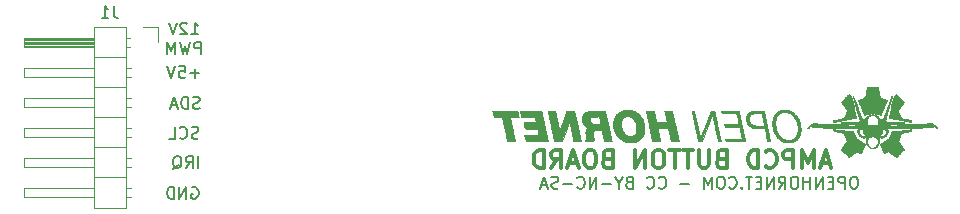
<source format=gbr>
G04 #@! TF.GenerationSoftware,KiCad,Pcbnew,(5.1.9)-1*
G04 #@! TF.CreationDate,2021-08-29T10:45:46-06:00*
G04 #@! TF.ProjectId,ampcd_button_board,616d7063-645f-4627-9574-746f6e5f626f,rev?*
G04 #@! TF.SameCoordinates,Original*
G04 #@! TF.FileFunction,Legend,Bot*
G04 #@! TF.FilePolarity,Positive*
%FSLAX46Y46*%
G04 Gerber Fmt 4.6, Leading zero omitted, Abs format (unit mm)*
G04 Created by KiCad (PCBNEW (5.1.9)-1) date 2021-08-29 10:45:46*
%MOMM*%
%LPD*%
G01*
G04 APERTURE LIST*
%ADD10C,0.150000*%
%ADD11C,0.300000*%
%ADD12C,0.010000*%
%ADD13C,0.120000*%
G04 APERTURE END LIST*
D10*
X205934226Y217807290D02*
X206029464Y217854909D01*
X206172322Y217854909D01*
X206315179Y217807290D01*
X206410417Y217712051D01*
X206458036Y217616813D01*
X206505655Y217426337D01*
X206505655Y217283480D01*
X206458036Y217093004D01*
X206410417Y216997766D01*
X206315179Y216902528D01*
X206172322Y216854909D01*
X206077083Y216854909D01*
X205934226Y216902528D01*
X205886607Y216950147D01*
X205886607Y217283480D01*
X206077083Y217283480D01*
X205458036Y216854909D02*
X205458036Y217854909D01*
X204886607Y216854909D01*
X204886607Y217854909D01*
X204410417Y216854909D02*
X204410417Y217854909D01*
X204172322Y217854909D01*
X204029464Y217807290D01*
X203934226Y217712051D01*
X203886607Y217616813D01*
X203838988Y217426337D01*
X203838988Y217283480D01*
X203886607Y217093004D01*
X203934226Y216997766D01*
X204029464Y216902528D01*
X204172322Y216854909D01*
X204410417Y216854909D01*
X206475531Y219471109D02*
X206475531Y220471109D01*
X205427912Y219471109D02*
X205761245Y219947299D01*
X205999341Y219471109D02*
X205999341Y220471109D01*
X205618388Y220471109D01*
X205523150Y220423490D01*
X205475531Y220375870D01*
X205427912Y220280632D01*
X205427912Y220137775D01*
X205475531Y220042537D01*
X205523150Y219994918D01*
X205618388Y219947299D01*
X205999341Y219947299D01*
X204332674Y219375870D02*
X204427912Y219423490D01*
X204523150Y219518728D01*
X204666007Y219661585D01*
X204761245Y219709204D01*
X204856483Y219709204D01*
X204808864Y219471109D02*
X204904102Y219518728D01*
X204999341Y219613966D01*
X205046960Y219804442D01*
X205046960Y220137775D01*
X204999341Y220328251D01*
X204904102Y220423490D01*
X204808864Y220471109D01*
X204618388Y220471109D01*
X204523150Y220423490D01*
X204427912Y220328251D01*
X204380293Y220137775D01*
X204380293Y219804442D01*
X204427912Y219613966D01*
X204523150Y219518728D01*
X204618388Y219471109D01*
X204808864Y219471109D01*
X206489798Y221982528D02*
X206346941Y221934909D01*
X206108845Y221934909D01*
X206013607Y221982528D01*
X205965988Y222030147D01*
X205918369Y222125385D01*
X205918369Y222220623D01*
X205965988Y222315861D01*
X206013607Y222363480D01*
X206108845Y222411099D01*
X206299322Y222458718D01*
X206394560Y222506337D01*
X206442179Y222553956D01*
X206489798Y222649194D01*
X206489798Y222744432D01*
X206442179Y222839670D01*
X206394560Y222887290D01*
X206299322Y222934909D01*
X206061226Y222934909D01*
X205918369Y222887290D01*
X204918369Y222030147D02*
X204965988Y221982528D01*
X205108845Y221934909D01*
X205204083Y221934909D01*
X205346941Y221982528D01*
X205442179Y222077766D01*
X205489798Y222173004D01*
X205537417Y222363480D01*
X205537417Y222506337D01*
X205489798Y222696813D01*
X205442179Y222792051D01*
X205346941Y222887290D01*
X205204083Y222934909D01*
X205108845Y222934909D01*
X204965988Y222887290D01*
X204918369Y222839670D01*
X204013607Y221934909D02*
X204489798Y221934909D01*
X204489798Y222934909D01*
X206589807Y224522528D02*
X206446950Y224474909D01*
X206208855Y224474909D01*
X206113617Y224522528D01*
X206065998Y224570147D01*
X206018379Y224665385D01*
X206018379Y224760623D01*
X206065998Y224855861D01*
X206113617Y224903480D01*
X206208855Y224951099D01*
X206399331Y224998718D01*
X206494569Y225046337D01*
X206542188Y225093956D01*
X206589807Y225189194D01*
X206589807Y225284432D01*
X206542188Y225379670D01*
X206494569Y225427290D01*
X206399331Y225474909D01*
X206161236Y225474909D01*
X206018379Y225427290D01*
X205589807Y224474909D02*
X205589807Y225474909D01*
X205351712Y225474909D01*
X205208855Y225427290D01*
X205113617Y225332051D01*
X205065998Y225236813D01*
X205018379Y225046337D01*
X205018379Y224903480D01*
X205065998Y224713004D01*
X205113617Y224617766D01*
X205208855Y224522528D01*
X205351712Y224474909D01*
X205589807Y224474909D01*
X204637426Y224760623D02*
X204161236Y224760623D01*
X204732664Y224474909D02*
X204399331Y225474909D01*
X204065998Y224474909D01*
X206585036Y227472061D02*
X205823131Y227472061D01*
X206204083Y227091109D02*
X206204083Y227853013D01*
X204870750Y228091109D02*
X205346941Y228091109D01*
X205394560Y227614918D01*
X205346941Y227662537D01*
X205251702Y227710156D01*
X205013607Y227710156D01*
X204918369Y227662537D01*
X204870750Y227614918D01*
X204823131Y227519680D01*
X204823131Y227281585D01*
X204870750Y227186347D01*
X204918369Y227138728D01*
X205013607Y227091109D01*
X205251702Y227091109D01*
X205346941Y227138728D01*
X205394560Y227186347D01*
X204537417Y228091109D02*
X204204083Y227091109D01*
X203870750Y228091109D01*
X205892969Y230760909D02*
X206464398Y230760909D01*
X206178683Y230760909D02*
X206178683Y231760909D01*
X206273922Y231618051D01*
X206369160Y231522813D01*
X206464398Y231475194D01*
X205512017Y231665670D02*
X205464398Y231713290D01*
X205369160Y231760909D01*
X205131064Y231760909D01*
X205035826Y231713290D01*
X204988207Y231665670D01*
X204940588Y231570432D01*
X204940588Y231475194D01*
X204988207Y231332337D01*
X205559636Y230760909D01*
X204940588Y230760909D01*
X204654874Y231760909D02*
X204321541Y230760909D01*
X203988207Y231760909D01*
X206678683Y229110909D02*
X206678683Y230110909D01*
X206297731Y230110909D01*
X206202493Y230063290D01*
X206154874Y230015670D01*
X206107255Y229920432D01*
X206107255Y229777575D01*
X206154874Y229682337D01*
X206202493Y229634718D01*
X206297731Y229587099D01*
X206678683Y229587099D01*
X205773922Y230110909D02*
X205535826Y229110909D01*
X205345350Y229825194D01*
X205154874Y229110909D01*
X204916779Y230110909D01*
X204535826Y229110909D02*
X204535826Y230110909D01*
X204202493Y229396623D01*
X203869160Y230110909D01*
X203869160Y229110909D01*
X262103188Y218718509D02*
X261912712Y218718509D01*
X261817474Y218670890D01*
X261722236Y218575651D01*
X261674617Y218385175D01*
X261674617Y218051842D01*
X261722236Y217861366D01*
X261817474Y217766128D01*
X261912712Y217718509D01*
X262103188Y217718509D01*
X262198426Y217766128D01*
X262293664Y217861366D01*
X262341283Y218051842D01*
X262341283Y218385175D01*
X262293664Y218575651D01*
X262198426Y218670890D01*
X262103188Y218718509D01*
X261246045Y217718509D02*
X261246045Y218718509D01*
X260865093Y218718509D01*
X260769855Y218670890D01*
X260722236Y218623270D01*
X260674617Y218528032D01*
X260674617Y218385175D01*
X260722236Y218289937D01*
X260769855Y218242318D01*
X260865093Y218194699D01*
X261246045Y218194699D01*
X260246045Y218242318D02*
X259912712Y218242318D01*
X259769855Y217718509D02*
X260246045Y217718509D01*
X260246045Y218718509D01*
X259769855Y218718509D01*
X259341283Y217718509D02*
X259341283Y218718509D01*
X258769855Y217718509D01*
X258769855Y218718509D01*
X258293664Y217718509D02*
X258293664Y218718509D01*
X258293664Y218242318D02*
X257722236Y218242318D01*
X257722236Y217718509D02*
X257722236Y218718509D01*
X257055569Y218718509D02*
X256865093Y218718509D01*
X256769855Y218670890D01*
X256674617Y218575651D01*
X256626998Y218385175D01*
X256626998Y218051842D01*
X256674617Y217861366D01*
X256769855Y217766128D01*
X256865093Y217718509D01*
X257055569Y217718509D01*
X257150807Y217766128D01*
X257246045Y217861366D01*
X257293664Y218051842D01*
X257293664Y218385175D01*
X257246045Y218575651D01*
X257150807Y218670890D01*
X257055569Y218718509D01*
X255626998Y217718509D02*
X255960331Y218194699D01*
X256198426Y217718509D02*
X256198426Y218718509D01*
X255817474Y218718509D01*
X255722236Y218670890D01*
X255674617Y218623270D01*
X255626998Y218528032D01*
X255626998Y218385175D01*
X255674617Y218289937D01*
X255722236Y218242318D01*
X255817474Y218194699D01*
X256198426Y218194699D01*
X255198426Y217718509D02*
X255198426Y218718509D01*
X254626998Y217718509D01*
X254626998Y218718509D01*
X254150807Y218242318D02*
X253817474Y218242318D01*
X253674617Y217718509D02*
X254150807Y217718509D01*
X254150807Y218718509D01*
X253674617Y218718509D01*
X253388902Y218718509D02*
X252817474Y218718509D01*
X253103188Y217718509D02*
X253103188Y218718509D01*
X252484141Y217813747D02*
X252436522Y217766128D01*
X252484141Y217718509D01*
X252531760Y217766128D01*
X252484141Y217813747D01*
X252484141Y217718509D01*
X251436522Y217813747D02*
X251484141Y217766128D01*
X251626998Y217718509D01*
X251722236Y217718509D01*
X251865093Y217766128D01*
X251960331Y217861366D01*
X252007950Y217956604D01*
X252055569Y218147080D01*
X252055569Y218289937D01*
X252007950Y218480413D01*
X251960331Y218575651D01*
X251865093Y218670890D01*
X251722236Y218718509D01*
X251626998Y218718509D01*
X251484141Y218670890D01*
X251436522Y218623270D01*
X250817474Y218718509D02*
X250626998Y218718509D01*
X250531760Y218670890D01*
X250436522Y218575651D01*
X250388902Y218385175D01*
X250388902Y218051842D01*
X250436522Y217861366D01*
X250531760Y217766128D01*
X250626998Y217718509D01*
X250817474Y217718509D01*
X250912712Y217766128D01*
X251007950Y217861366D01*
X251055569Y218051842D01*
X251055569Y218385175D01*
X251007950Y218575651D01*
X250912712Y218670890D01*
X250817474Y218718509D01*
X249960331Y217718509D02*
X249960331Y218718509D01*
X249626998Y218004223D01*
X249293664Y218718509D01*
X249293664Y217718509D01*
X248055569Y218099461D02*
X247293664Y218099461D01*
X245484141Y217813747D02*
X245531760Y217766128D01*
X245674617Y217718509D01*
X245769855Y217718509D01*
X245912712Y217766128D01*
X246007950Y217861366D01*
X246055569Y217956604D01*
X246103188Y218147080D01*
X246103188Y218289937D01*
X246055569Y218480413D01*
X246007950Y218575651D01*
X245912712Y218670890D01*
X245769855Y218718509D01*
X245674617Y218718509D01*
X245531760Y218670890D01*
X245484141Y218623270D01*
X244484141Y217813747D02*
X244531760Y217766128D01*
X244674617Y217718509D01*
X244769855Y217718509D01*
X244912712Y217766128D01*
X245007950Y217861366D01*
X245055569Y217956604D01*
X245103188Y218147080D01*
X245103188Y218289937D01*
X245055569Y218480413D01*
X245007950Y218575651D01*
X244912712Y218670890D01*
X244769855Y218718509D01*
X244674617Y218718509D01*
X244531760Y218670890D01*
X244484141Y218623270D01*
X242960331Y218242318D02*
X242817474Y218194699D01*
X242769855Y218147080D01*
X242722236Y218051842D01*
X242722236Y217908985D01*
X242769855Y217813747D01*
X242817474Y217766128D01*
X242912712Y217718509D01*
X243293664Y217718509D01*
X243293664Y218718509D01*
X242960331Y218718509D01*
X242865093Y218670890D01*
X242817474Y218623270D01*
X242769855Y218528032D01*
X242769855Y218432794D01*
X242817474Y218337556D01*
X242865093Y218289937D01*
X242960331Y218242318D01*
X243293664Y218242318D01*
X242103188Y218194699D02*
X242103188Y217718509D01*
X242436522Y218718509D02*
X242103188Y218194699D01*
X241769855Y218718509D01*
X241436522Y218099461D02*
X240674617Y218099461D01*
X240198426Y217718509D02*
X240198426Y218718509D01*
X239626998Y217718509D01*
X239626998Y218718509D01*
X238579379Y217813747D02*
X238626998Y217766128D01*
X238769855Y217718509D01*
X238865093Y217718509D01*
X239007950Y217766128D01*
X239103188Y217861366D01*
X239150807Y217956604D01*
X239198426Y218147080D01*
X239198426Y218289937D01*
X239150807Y218480413D01*
X239103188Y218575651D01*
X239007950Y218670890D01*
X238865093Y218718509D01*
X238769855Y218718509D01*
X238626998Y218670890D01*
X238579379Y218623270D01*
X238150807Y218099461D02*
X237388902Y218099461D01*
X236960331Y217766128D02*
X236817474Y217718509D01*
X236579379Y217718509D01*
X236484141Y217766128D01*
X236436522Y217813747D01*
X236388902Y217908985D01*
X236388902Y218004223D01*
X236436522Y218099461D01*
X236484141Y218147080D01*
X236579379Y218194699D01*
X236769855Y218242318D01*
X236865093Y218289937D01*
X236912712Y218337556D01*
X236960331Y218432794D01*
X236960331Y218528032D01*
X236912712Y218623270D01*
X236865093Y218670890D01*
X236769855Y218718509D01*
X236531760Y218718509D01*
X236388902Y218670890D01*
X236007950Y218004223D02*
X235531760Y218004223D01*
X236103188Y217718509D02*
X235769855Y218718509D01*
X235436522Y217718509D01*
D11*
X259948236Y219902090D02*
X259233950Y219902090D01*
X260091093Y219473518D02*
X259591093Y220973518D01*
X259091093Y219473518D01*
X258591093Y219473518D02*
X258591093Y220973518D01*
X258091093Y219902090D01*
X257591093Y220973518D01*
X257591093Y219473518D01*
X256876807Y219473518D02*
X256876807Y220973518D01*
X256305379Y220973518D01*
X256162522Y220902090D01*
X256091093Y220830661D01*
X256019664Y220687804D01*
X256019664Y220473518D01*
X256091093Y220330661D01*
X256162522Y220259232D01*
X256305379Y220187804D01*
X256876807Y220187804D01*
X254519664Y219616375D02*
X254591093Y219544947D01*
X254805379Y219473518D01*
X254948236Y219473518D01*
X255162522Y219544947D01*
X255305379Y219687804D01*
X255376807Y219830661D01*
X255448236Y220116375D01*
X255448236Y220330661D01*
X255376807Y220616375D01*
X255305379Y220759232D01*
X255162522Y220902090D01*
X254948236Y220973518D01*
X254805379Y220973518D01*
X254591093Y220902090D01*
X254519664Y220830661D01*
X253876807Y219473518D02*
X253876807Y220973518D01*
X253519664Y220973518D01*
X253305379Y220902090D01*
X253162522Y220759232D01*
X253091093Y220616375D01*
X253019664Y220330661D01*
X253019664Y220116375D01*
X253091093Y219830661D01*
X253162522Y219687804D01*
X253305379Y219544947D01*
X253519664Y219473518D01*
X253876807Y219473518D01*
X250733950Y220259232D02*
X250519664Y220187804D01*
X250448236Y220116375D01*
X250376807Y219973518D01*
X250376807Y219759232D01*
X250448236Y219616375D01*
X250519664Y219544947D01*
X250662522Y219473518D01*
X251233950Y219473518D01*
X251233950Y220973518D01*
X250733950Y220973518D01*
X250591093Y220902090D01*
X250519664Y220830661D01*
X250448236Y220687804D01*
X250448236Y220544947D01*
X250519664Y220402090D01*
X250591093Y220330661D01*
X250733950Y220259232D01*
X251233950Y220259232D01*
X249733950Y220973518D02*
X249733950Y219759232D01*
X249662522Y219616375D01*
X249591093Y219544947D01*
X249448236Y219473518D01*
X249162522Y219473518D01*
X249019664Y219544947D01*
X248948236Y219616375D01*
X248876807Y219759232D01*
X248876807Y220973518D01*
X248376807Y220973518D02*
X247519664Y220973518D01*
X247948236Y219473518D02*
X247948236Y220973518D01*
X247233950Y220973518D02*
X246376807Y220973518D01*
X246805379Y219473518D02*
X246805379Y220973518D01*
X245591093Y220973518D02*
X245305379Y220973518D01*
X245162522Y220902090D01*
X245019664Y220759232D01*
X244948236Y220473518D01*
X244948236Y219973518D01*
X245019664Y219687804D01*
X245162522Y219544947D01*
X245305379Y219473518D01*
X245591093Y219473518D01*
X245733950Y219544947D01*
X245876807Y219687804D01*
X245948236Y219973518D01*
X245948236Y220473518D01*
X245876807Y220759232D01*
X245733950Y220902090D01*
X245591093Y220973518D01*
X244305379Y219473518D02*
X244305379Y220973518D01*
X243448236Y219473518D01*
X243448236Y220973518D01*
X241091093Y220259232D02*
X240876807Y220187804D01*
X240805379Y220116375D01*
X240733950Y219973518D01*
X240733950Y219759232D01*
X240805379Y219616375D01*
X240876807Y219544947D01*
X241019664Y219473518D01*
X241591093Y219473518D01*
X241591093Y220973518D01*
X241091093Y220973518D01*
X240948236Y220902090D01*
X240876807Y220830661D01*
X240805379Y220687804D01*
X240805379Y220544947D01*
X240876807Y220402090D01*
X240948236Y220330661D01*
X241091093Y220259232D01*
X241591093Y220259232D01*
X239805379Y220973518D02*
X239519664Y220973518D01*
X239376807Y220902090D01*
X239233950Y220759232D01*
X239162522Y220473518D01*
X239162522Y219973518D01*
X239233950Y219687804D01*
X239376807Y219544947D01*
X239519664Y219473518D01*
X239805379Y219473518D01*
X239948236Y219544947D01*
X240091093Y219687804D01*
X240162522Y219973518D01*
X240162522Y220473518D01*
X240091093Y220759232D01*
X239948236Y220902090D01*
X239805379Y220973518D01*
X238591093Y219902090D02*
X237876807Y219902090D01*
X238733950Y219473518D02*
X238233950Y220973518D01*
X237733950Y219473518D01*
X236376807Y219473518D02*
X236876807Y220187804D01*
X237233950Y219473518D02*
X237233950Y220973518D01*
X236662522Y220973518D01*
X236519664Y220902090D01*
X236448236Y220830661D01*
X236376807Y220687804D01*
X236376807Y220473518D01*
X236448236Y220330661D01*
X236519664Y220259232D01*
X236662522Y220187804D01*
X237233950Y220187804D01*
X235733950Y219473518D02*
X235733950Y220973518D01*
X235376807Y220973518D01*
X235162522Y220902090D01*
X235019664Y220759232D01*
X234948236Y220616375D01*
X234876807Y220330661D01*
X234876807Y220116375D01*
X234948236Y219830661D01*
X235019664Y219687804D01*
X235162522Y219544947D01*
X235376807Y219473518D01*
X235733950Y219473518D01*
D12*
G36*
X266850792Y222729721D02*
G01*
X266837979Y222728352D01*
X266817748Y222726137D01*
X266790596Y222723135D01*
X266757019Y222719401D01*
X266717516Y222714991D01*
X266672582Y222709961D01*
X266622715Y222704368D01*
X266568413Y222698268D01*
X266510171Y222691717D01*
X266448488Y222684772D01*
X266383860Y222677488D01*
X266316784Y222669922D01*
X266247757Y222662130D01*
X266177277Y222654169D01*
X266105841Y222646094D01*
X266033944Y222637962D01*
X265962086Y222629829D01*
X265890762Y222621751D01*
X265820470Y222613785D01*
X265751706Y222605986D01*
X265684969Y222598412D01*
X265620754Y222591117D01*
X265559559Y222584159D01*
X265501881Y222577594D01*
X265448217Y222571477D01*
X265399064Y222565866D01*
X265354920Y222560816D01*
X265316280Y222556384D01*
X265283643Y222552625D01*
X265257506Y222549597D01*
X265238364Y222547354D01*
X265226716Y222545955D01*
X265223660Y222545561D01*
X265212099Y222543103D01*
X265206311Y222538740D01*
X265203722Y222531132D01*
X265201475Y222524719D01*
X265196084Y222511492D01*
X265187942Y222492327D01*
X265177444Y222468100D01*
X265164984Y222439690D01*
X265150956Y222407973D01*
X265135754Y222373825D01*
X265119772Y222338124D01*
X265103405Y222301746D01*
X265087047Y222265569D01*
X265071093Y222230468D01*
X265055935Y222197322D01*
X265041969Y222167007D01*
X265029589Y222140400D01*
X265019189Y222118377D01*
X265011163Y222101816D01*
X265007229Y222094058D01*
X264986358Y222058723D01*
X264959743Y222020559D01*
X264928821Y221981220D01*
X264895032Y221942360D01*
X264859815Y221905631D01*
X264824607Y221872688D01*
X264790848Y221845182D01*
X264790355Y221844816D01*
X264782737Y221839744D01*
X264768516Y221830857D01*
X264748415Y221818582D01*
X264723160Y221803345D01*
X264693476Y221785571D01*
X264660087Y221765686D01*
X264623719Y221744115D01*
X264585096Y221721285D01*
X264544943Y221697621D01*
X264503985Y221673549D01*
X264462946Y221649494D01*
X264422552Y221625882D01*
X264383528Y221603140D01*
X264346597Y221581692D01*
X264312486Y221561965D01*
X264281918Y221544384D01*
X264255620Y221529375D01*
X264234314Y221517364D01*
X264218728Y221508776D01*
X264213449Y221505973D01*
X264194581Y221496174D01*
X264354870Y221108824D01*
X264383328Y221040196D01*
X264409442Y220977521D01*
X264433123Y220921001D01*
X264454284Y220870842D01*
X264472838Y220827248D01*
X264488696Y220790423D01*
X264501772Y220760570D01*
X264511977Y220737895D01*
X264519224Y220722601D01*
X264523427Y220714893D01*
X264524109Y220714065D01*
X264534989Y220708348D01*
X264543918Y220706657D01*
X264549946Y220708604D01*
X264562562Y220714161D01*
X264580910Y220722903D01*
X264604135Y220734404D01*
X264631380Y220748238D01*
X264661791Y220763980D01*
X264694513Y220781203D01*
X264705579Y220787090D01*
X264744816Y220807965D01*
X264777374Y220825108D01*
X264804012Y220838829D01*
X264825490Y220849442D01*
X264842568Y220857257D01*
X264856006Y220862584D01*
X264866562Y220865736D01*
X264874998Y220867024D01*
X264882072Y220866759D01*
X264888544Y220865251D01*
X264892738Y220863772D01*
X264897582Y220860876D01*
X264908899Y220853519D01*
X264926187Y220842039D01*
X264948946Y220826777D01*
X264976674Y220808071D01*
X265008871Y220786262D01*
X265045035Y220761689D01*
X265084666Y220734691D01*
X265127262Y220705608D01*
X265172322Y220674780D01*
X265219345Y220642545D01*
X265230088Y220635172D01*
X265286244Y220596627D01*
X265335854Y220562605D01*
X265379356Y220532840D01*
X265417186Y220507069D01*
X265449781Y220485024D01*
X265477579Y220466442D01*
X265501016Y220451057D01*
X265520529Y220438604D01*
X265536556Y220428817D01*
X265549532Y220421432D01*
X265559896Y220416182D01*
X265568085Y220412804D01*
X265574534Y220411031D01*
X265579682Y220410599D01*
X265583965Y220411242D01*
X265587820Y220412695D01*
X265591685Y220414693D01*
X265592572Y220415175D01*
X265597111Y220418992D01*
X265607105Y220428326D01*
X265622054Y220442678D01*
X265641460Y220461550D01*
X265664826Y220484443D01*
X265691652Y220510859D01*
X265721441Y220540300D01*
X265753694Y220572268D01*
X265787912Y220606263D01*
X265823597Y220641789D01*
X265860252Y220678346D01*
X265897377Y220715437D01*
X265934475Y220752562D01*
X265971046Y220789225D01*
X266006593Y220824925D01*
X266040617Y220859166D01*
X266072621Y220891448D01*
X266102104Y220921274D01*
X266128570Y220948145D01*
X266151520Y220971563D01*
X266170456Y220991030D01*
X266184878Y221006046D01*
X266194290Y221016115D01*
X266198192Y221020737D01*
X266198211Y221020772D01*
X266202387Y221030021D01*
X266204196Y221038936D01*
X266203207Y221048687D01*
X266198983Y221060445D01*
X266191091Y221075381D01*
X266179096Y221094665D01*
X266162565Y221119468D01*
X266160442Y221122597D01*
X266150805Y221136742D01*
X266136867Y221157145D01*
X266119121Y221183083D01*
X266098062Y221213835D01*
X266074183Y221248682D01*
X266047978Y221286903D01*
X266019943Y221327775D01*
X265990570Y221370579D01*
X265960355Y221414594D01*
X265933401Y221453840D01*
X265904020Y221496681D01*
X265875946Y221537746D01*
X265849564Y221576463D01*
X265825258Y221612264D01*
X265803412Y221644578D01*
X265784411Y221672834D01*
X265768639Y221696463D01*
X265756481Y221714895D01*
X265748321Y221727559D01*
X265744543Y221733885D01*
X265744415Y221734163D01*
X265740313Y221747254D01*
X265738622Y221759443D01*
X265740186Y221765551D01*
X265744686Y221778765D01*
X265751831Y221798360D01*
X265761332Y221823615D01*
X265772899Y221853806D01*
X265786241Y221888211D01*
X265801068Y221926107D01*
X265817092Y221966770D01*
X265834021Y222009478D01*
X265851566Y222053508D01*
X265869437Y222098137D01*
X265887343Y222142641D01*
X265904996Y222186299D01*
X265922104Y222228387D01*
X265938378Y222268181D01*
X265953529Y222304960D01*
X265967265Y222338000D01*
X265979298Y222366579D01*
X265989336Y222389973D01*
X265997091Y222407459D01*
X266002272Y222418315D01*
X266004183Y222421547D01*
X266012944Y222430795D01*
X266020779Y222437247D01*
X266021734Y222437812D01*
X266026819Y222439105D01*
X266039650Y222441821D01*
X266059647Y222445848D01*
X266086228Y222451076D01*
X266118815Y222457393D01*
X266156825Y222464687D01*
X266199679Y222472848D01*
X266246797Y222481764D01*
X266297597Y222491325D01*
X266351500Y222501418D01*
X266407925Y222511933D01*
X266430853Y222516192D01*
X266504127Y222529828D01*
X266569357Y222542049D01*
X266626836Y222552914D01*
X266676856Y222562482D01*
X266719711Y222570811D01*
X266755694Y222577959D01*
X266785097Y222583985D01*
X266808215Y222588948D01*
X266825340Y222592905D01*
X266836765Y222595915D01*
X266842784Y222598036D01*
X266843522Y222598466D01*
X266851822Y222605569D01*
X266857655Y222613927D01*
X266861435Y222625108D01*
X266863576Y222640678D01*
X266864492Y222662204D01*
X266864626Y222678332D01*
X266864585Y222700010D01*
X266864239Y222714616D01*
X266863348Y222723543D01*
X266861673Y222728184D01*
X266858972Y222729935D01*
X266855689Y222730191D01*
X266850792Y222729721D01*
G37*
X266850792Y222729721D02*
X266837979Y222728352D01*
X266817748Y222726137D01*
X266790596Y222723135D01*
X266757019Y222719401D01*
X266717516Y222714991D01*
X266672582Y222709961D01*
X266622715Y222704368D01*
X266568413Y222698268D01*
X266510171Y222691717D01*
X266448488Y222684772D01*
X266383860Y222677488D01*
X266316784Y222669922D01*
X266247757Y222662130D01*
X266177277Y222654169D01*
X266105841Y222646094D01*
X266033944Y222637962D01*
X265962086Y222629829D01*
X265890762Y222621751D01*
X265820470Y222613785D01*
X265751706Y222605986D01*
X265684969Y222598412D01*
X265620754Y222591117D01*
X265559559Y222584159D01*
X265501881Y222577594D01*
X265448217Y222571477D01*
X265399064Y222565866D01*
X265354920Y222560816D01*
X265316280Y222556384D01*
X265283643Y222552625D01*
X265257506Y222549597D01*
X265238364Y222547354D01*
X265226716Y222545955D01*
X265223660Y222545561D01*
X265212099Y222543103D01*
X265206311Y222538740D01*
X265203722Y222531132D01*
X265201475Y222524719D01*
X265196084Y222511492D01*
X265187942Y222492327D01*
X265177444Y222468100D01*
X265164984Y222439690D01*
X265150956Y222407973D01*
X265135754Y222373825D01*
X265119772Y222338124D01*
X265103405Y222301746D01*
X265087047Y222265569D01*
X265071093Y222230468D01*
X265055935Y222197322D01*
X265041969Y222167007D01*
X265029589Y222140400D01*
X265019189Y222118377D01*
X265011163Y222101816D01*
X265007229Y222094058D01*
X264986358Y222058723D01*
X264959743Y222020559D01*
X264928821Y221981220D01*
X264895032Y221942360D01*
X264859815Y221905631D01*
X264824607Y221872688D01*
X264790848Y221845182D01*
X264790355Y221844816D01*
X264782737Y221839744D01*
X264768516Y221830857D01*
X264748415Y221818582D01*
X264723160Y221803345D01*
X264693476Y221785571D01*
X264660087Y221765686D01*
X264623719Y221744115D01*
X264585096Y221721285D01*
X264544943Y221697621D01*
X264503985Y221673549D01*
X264462946Y221649494D01*
X264422552Y221625882D01*
X264383528Y221603140D01*
X264346597Y221581692D01*
X264312486Y221561965D01*
X264281918Y221544384D01*
X264255620Y221529375D01*
X264234314Y221517364D01*
X264218728Y221508776D01*
X264213449Y221505973D01*
X264194581Y221496174D01*
X264354870Y221108824D01*
X264383328Y221040196D01*
X264409442Y220977521D01*
X264433123Y220921001D01*
X264454284Y220870842D01*
X264472838Y220827248D01*
X264488696Y220790423D01*
X264501772Y220760570D01*
X264511977Y220737895D01*
X264519224Y220722601D01*
X264523427Y220714893D01*
X264524109Y220714065D01*
X264534989Y220708348D01*
X264543918Y220706657D01*
X264549946Y220708604D01*
X264562562Y220714161D01*
X264580910Y220722903D01*
X264604135Y220734404D01*
X264631380Y220748238D01*
X264661791Y220763980D01*
X264694513Y220781203D01*
X264705579Y220787090D01*
X264744816Y220807965D01*
X264777374Y220825108D01*
X264804012Y220838829D01*
X264825490Y220849442D01*
X264842568Y220857257D01*
X264856006Y220862584D01*
X264866562Y220865736D01*
X264874998Y220867024D01*
X264882072Y220866759D01*
X264888544Y220865251D01*
X264892738Y220863772D01*
X264897582Y220860876D01*
X264908899Y220853519D01*
X264926187Y220842039D01*
X264948946Y220826777D01*
X264976674Y220808071D01*
X265008871Y220786262D01*
X265045035Y220761689D01*
X265084666Y220734691D01*
X265127262Y220705608D01*
X265172322Y220674780D01*
X265219345Y220642545D01*
X265230088Y220635172D01*
X265286244Y220596627D01*
X265335854Y220562605D01*
X265379356Y220532840D01*
X265417186Y220507069D01*
X265449781Y220485024D01*
X265477579Y220466442D01*
X265501016Y220451057D01*
X265520529Y220438604D01*
X265536556Y220428817D01*
X265549532Y220421432D01*
X265559896Y220416182D01*
X265568085Y220412804D01*
X265574534Y220411031D01*
X265579682Y220410599D01*
X265583965Y220411242D01*
X265587820Y220412695D01*
X265591685Y220414693D01*
X265592572Y220415175D01*
X265597111Y220418992D01*
X265607105Y220428326D01*
X265622054Y220442678D01*
X265641460Y220461550D01*
X265664826Y220484443D01*
X265691652Y220510859D01*
X265721441Y220540300D01*
X265753694Y220572268D01*
X265787912Y220606263D01*
X265823597Y220641789D01*
X265860252Y220678346D01*
X265897377Y220715437D01*
X265934475Y220752562D01*
X265971046Y220789225D01*
X266006593Y220824925D01*
X266040617Y220859166D01*
X266072621Y220891448D01*
X266102104Y220921274D01*
X266128570Y220948145D01*
X266151520Y220971563D01*
X266170456Y220991030D01*
X266184878Y221006046D01*
X266194290Y221016115D01*
X266198192Y221020737D01*
X266198211Y221020772D01*
X266202387Y221030021D01*
X266204196Y221038936D01*
X266203207Y221048687D01*
X266198983Y221060445D01*
X266191091Y221075381D01*
X266179096Y221094665D01*
X266162565Y221119468D01*
X266160442Y221122597D01*
X266150805Y221136742D01*
X266136867Y221157145D01*
X266119121Y221183083D01*
X266098062Y221213835D01*
X266074183Y221248682D01*
X266047978Y221286903D01*
X266019943Y221327775D01*
X265990570Y221370579D01*
X265960355Y221414594D01*
X265933401Y221453840D01*
X265904020Y221496681D01*
X265875946Y221537746D01*
X265849564Y221576463D01*
X265825258Y221612264D01*
X265803412Y221644578D01*
X265784411Y221672834D01*
X265768639Y221696463D01*
X265756481Y221714895D01*
X265748321Y221727559D01*
X265744543Y221733885D01*
X265744415Y221734163D01*
X265740313Y221747254D01*
X265738622Y221759443D01*
X265740186Y221765551D01*
X265744686Y221778765D01*
X265751831Y221798360D01*
X265761332Y221823615D01*
X265772899Y221853806D01*
X265786241Y221888211D01*
X265801068Y221926107D01*
X265817092Y221966770D01*
X265834021Y222009478D01*
X265851566Y222053508D01*
X265869437Y222098137D01*
X265887343Y222142641D01*
X265904996Y222186299D01*
X265922104Y222228387D01*
X265938378Y222268181D01*
X265953529Y222304960D01*
X265967265Y222338000D01*
X265979298Y222366579D01*
X265989336Y222389973D01*
X265997091Y222407459D01*
X266002272Y222418315D01*
X266004183Y222421547D01*
X266012944Y222430795D01*
X266020779Y222437247D01*
X266021734Y222437812D01*
X266026819Y222439105D01*
X266039650Y222441821D01*
X266059647Y222445848D01*
X266086228Y222451076D01*
X266118815Y222457393D01*
X266156825Y222464687D01*
X266199679Y222472848D01*
X266246797Y222481764D01*
X266297597Y222491325D01*
X266351500Y222501418D01*
X266407925Y222511933D01*
X266430853Y222516192D01*
X266504127Y222529828D01*
X266569357Y222542049D01*
X266626836Y222552914D01*
X266676856Y222562482D01*
X266719711Y222570811D01*
X266755694Y222577959D01*
X266785097Y222583985D01*
X266808215Y222588948D01*
X266825340Y222592905D01*
X266836765Y222595915D01*
X266842784Y222598036D01*
X266843522Y222598466D01*
X266851822Y222605569D01*
X266857655Y222613927D01*
X266861435Y222625108D01*
X266863576Y222640678D01*
X266864492Y222662204D01*
X266864626Y222678332D01*
X266864585Y222700010D01*
X266864239Y222714616D01*
X266863348Y222723543D01*
X266861673Y222728184D01*
X266858972Y222729935D01*
X266855689Y222730191D01*
X266850792Y222729721D01*
G36*
X260270625Y222729919D02*
G01*
X260267789Y222728144D01*
X260266095Y222723427D01*
X260265248Y222714329D01*
X260264955Y222699409D01*
X260264922Y222681371D01*
X260265618Y222652731D01*
X260267923Y222631211D01*
X260272163Y222615564D01*
X260278664Y222604541D01*
X260286793Y222597492D01*
X260292382Y222595778D01*
X260305772Y222592650D01*
X260326434Y222588214D01*
X260353841Y222582572D01*
X260387463Y222575829D01*
X260426772Y222568088D01*
X260471239Y222559455D01*
X260520336Y222550032D01*
X260573535Y222539923D01*
X260630307Y222529233D01*
X260690122Y222518066D01*
X260698454Y222516518D01*
X260755687Y222505864D01*
X260810623Y222495591D01*
X260862681Y222485808D01*
X260911282Y222476628D01*
X260955845Y222468161D01*
X260995791Y222460519D01*
X261030539Y222453813D01*
X261059509Y222448154D01*
X261082121Y222443652D01*
X261097795Y222440420D01*
X261105950Y222438569D01*
X261106971Y222438243D01*
X261111261Y222435615D01*
X261115468Y222432179D01*
X261119824Y222427423D01*
X261124560Y222420838D01*
X261129906Y222411913D01*
X261136095Y222400137D01*
X261143356Y222384999D01*
X261151921Y222365990D01*
X261162021Y222342599D01*
X261173887Y222314314D01*
X261187750Y222280626D01*
X261203841Y222241024D01*
X261222391Y222194997D01*
X261243630Y222142035D01*
X261263644Y222092003D01*
X261289912Y222026125D01*
X261312988Y221967891D01*
X261332940Y221917129D01*
X261349832Y221873667D01*
X261363729Y221837334D01*
X261374697Y221807959D01*
X261382801Y221785368D01*
X261388106Y221769392D01*
X261390679Y221759857D01*
X261390962Y221757570D01*
X261389246Y221743371D01*
X261385121Y221730577D01*
X261384822Y221729986D01*
X261381558Y221724810D01*
X261373853Y221713178D01*
X261362060Y221695611D01*
X261346533Y221672627D01*
X261327628Y221644750D01*
X261305697Y221612499D01*
X261281094Y221576395D01*
X261254175Y221536959D01*
X261225293Y221494711D01*
X261194802Y221450173D01*
X261166065Y221408252D01*
X261134223Y221361829D01*
X261103511Y221317050D01*
X261074299Y221274458D01*
X261046959Y221234592D01*
X261021862Y221197994D01*
X260999377Y221165204D01*
X260979877Y221136763D01*
X260963731Y221113212D01*
X260951312Y221095091D01*
X260942988Y221082942D01*
X260939372Y221077657D01*
X260928755Y221058325D01*
X260925322Y221041706D01*
X260925520Y221039027D01*
X260926341Y221036006D01*
X260928126Y221032287D01*
X260931214Y221027512D01*
X260935947Y221021325D01*
X260942663Y221013367D01*
X260951704Y221003283D01*
X260963409Y220990714D01*
X260978120Y220975303D01*
X260996175Y220956694D01*
X261017916Y220934528D01*
X261043683Y220908449D01*
X261073815Y220878100D01*
X261108654Y220843123D01*
X261148539Y220803160D01*
X261193811Y220757856D01*
X261233329Y220718331D01*
X261284224Y220667375D01*
X261329440Y220622039D01*
X261369360Y220582031D01*
X261404368Y220547060D01*
X261434846Y220516837D01*
X261461179Y220491069D01*
X261483749Y220469467D01*
X261502940Y220451739D01*
X261519136Y220437594D01*
X261532718Y220426742D01*
X261544072Y220418892D01*
X261553581Y220413753D01*
X261561627Y220411035D01*
X261568594Y220410445D01*
X261574865Y220411694D01*
X261580824Y220414491D01*
X261586855Y220418545D01*
X261593339Y220423565D01*
X261600662Y220429260D01*
X261607695Y220434322D01*
X261616584Y220440400D01*
X261631862Y220450863D01*
X261652940Y220465308D01*
X261679225Y220483327D01*
X261710128Y220504517D01*
X261745057Y220528472D01*
X261783422Y220554786D01*
X261824631Y220583055D01*
X261868095Y220612874D01*
X261913221Y220643836D01*
X261938971Y220661506D01*
X261991717Y220697682D01*
X262037959Y220729345D01*
X262078156Y220756794D01*
X262112770Y220780329D01*
X262142262Y220800249D01*
X262167091Y220816853D01*
X262187720Y220830441D01*
X262204609Y220841312D01*
X262218219Y220849764D01*
X262229011Y220856099D01*
X262237445Y220860615D01*
X262243983Y220863611D01*
X262249085Y220865386D01*
X262253212Y220866241D01*
X262254354Y220866365D01*
X262259514Y220866595D01*
X262264954Y220866135D01*
X262271441Y220864629D01*
X262279743Y220861720D01*
X262290624Y220857055D01*
X262304853Y220850276D01*
X262323197Y220841028D01*
X262346422Y220828957D01*
X262375294Y220813706D01*
X262410581Y220794919D01*
X262424768Y220787347D01*
X262466116Y220765436D01*
X262502103Y220746711D01*
X262532364Y220731349D01*
X262556538Y220719530D01*
X262574262Y220711433D01*
X262585175Y220707238D01*
X262588072Y220706657D01*
X262601232Y220710274D01*
X262608899Y220716182D01*
X262611516Y220721153D01*
X262617128Y220733407D01*
X262625506Y220752398D01*
X262636421Y220777580D01*
X262649645Y220808407D01*
X262664947Y220844334D01*
X262682100Y220884815D01*
X262700873Y220929303D01*
X262721039Y220977254D01*
X262742367Y221028122D01*
X262764629Y221081359D01*
X262787595Y221136422D01*
X262811037Y221192763D01*
X262834726Y221249838D01*
X262858432Y221307100D01*
X262881926Y221364003D01*
X262904980Y221420002D01*
X262927364Y221474551D01*
X262934759Y221492616D01*
X262933089Y221497697D01*
X262929050Y221499975D01*
X262923071Y221502849D01*
X262910507Y221509644D01*
X262892047Y221519954D01*
X262868385Y221533374D01*
X262840213Y221549499D01*
X262808221Y221567924D01*
X262773102Y221588244D01*
X262735549Y221610053D01*
X262696252Y221632946D01*
X262655903Y221656519D01*
X262615195Y221680365D01*
X262574819Y221704080D01*
X262535468Y221727259D01*
X262497833Y221749497D01*
X262462605Y221770388D01*
X262430478Y221789527D01*
X262402142Y221806509D01*
X262378290Y221820929D01*
X262359613Y221832381D01*
X262346804Y221840462D01*
X262341477Y221844055D01*
X262307816Y221871112D01*
X262272276Y221904080D01*
X262236471Y221941159D01*
X262202015Y221980547D01*
X262170524Y222020445D01*
X262143612Y222059051D01*
X262132366Y222077325D01*
X262127434Y222086654D01*
X262119563Y222102647D01*
X262109163Y222124401D01*
X262096646Y222151013D01*
X262082420Y222181578D01*
X262066897Y222215193D01*
X262050488Y222250955D01*
X262033601Y222287960D01*
X262016649Y222325303D01*
X262000040Y222362083D01*
X261984185Y222397394D01*
X261969496Y222430334D01*
X261956381Y222459998D01*
X261945252Y222485484D01*
X261936519Y222505887D01*
X261930591Y222520304D01*
X261928037Y222527273D01*
X261924844Y222537601D01*
X261922849Y222543439D01*
X261922595Y222543924D01*
X261918410Y222544395D01*
X261906216Y222545777D01*
X261886418Y222548024D01*
X261859420Y222551091D01*
X261825625Y222554932D01*
X261785437Y222559499D01*
X261739260Y222564749D01*
X261687499Y222570634D01*
X261630557Y222577109D01*
X261568839Y222584127D01*
X261502747Y222591643D01*
X261432686Y222599612D01*
X261359061Y222607986D01*
X261282274Y222616721D01*
X261202731Y222625769D01*
X261120834Y222635086D01*
X261103506Y222637057D01*
X261021018Y222646436D01*
X260940711Y222655555D01*
X260862997Y222664369D01*
X260788285Y222672831D01*
X260716985Y222680896D01*
X260649508Y222688517D01*
X260586264Y222695648D01*
X260527663Y222702243D01*
X260474115Y222708256D01*
X260426031Y222713640D01*
X260383821Y222718351D01*
X260347895Y222722340D01*
X260318663Y222725564D01*
X260296536Y222727975D01*
X260281923Y222729527D01*
X260275235Y222730174D01*
X260274897Y222730191D01*
X260270625Y222729919D01*
G37*
X260270625Y222729919D02*
X260267789Y222728144D01*
X260266095Y222723427D01*
X260265248Y222714329D01*
X260264955Y222699409D01*
X260264922Y222681371D01*
X260265618Y222652731D01*
X260267923Y222631211D01*
X260272163Y222615564D01*
X260278664Y222604541D01*
X260286793Y222597492D01*
X260292382Y222595778D01*
X260305772Y222592650D01*
X260326434Y222588214D01*
X260353841Y222582572D01*
X260387463Y222575829D01*
X260426772Y222568088D01*
X260471239Y222559455D01*
X260520336Y222550032D01*
X260573535Y222539923D01*
X260630307Y222529233D01*
X260690122Y222518066D01*
X260698454Y222516518D01*
X260755687Y222505864D01*
X260810623Y222495591D01*
X260862681Y222485808D01*
X260911282Y222476628D01*
X260955845Y222468161D01*
X260995791Y222460519D01*
X261030539Y222453813D01*
X261059509Y222448154D01*
X261082121Y222443652D01*
X261097795Y222440420D01*
X261105950Y222438569D01*
X261106971Y222438243D01*
X261111261Y222435615D01*
X261115468Y222432179D01*
X261119824Y222427423D01*
X261124560Y222420838D01*
X261129906Y222411913D01*
X261136095Y222400137D01*
X261143356Y222384999D01*
X261151921Y222365990D01*
X261162021Y222342599D01*
X261173887Y222314314D01*
X261187750Y222280626D01*
X261203841Y222241024D01*
X261222391Y222194997D01*
X261243630Y222142035D01*
X261263644Y222092003D01*
X261289912Y222026125D01*
X261312988Y221967891D01*
X261332940Y221917129D01*
X261349832Y221873667D01*
X261363729Y221837334D01*
X261374697Y221807959D01*
X261382801Y221785368D01*
X261388106Y221769392D01*
X261390679Y221759857D01*
X261390962Y221757570D01*
X261389246Y221743371D01*
X261385121Y221730577D01*
X261384822Y221729986D01*
X261381558Y221724810D01*
X261373853Y221713178D01*
X261362060Y221695611D01*
X261346533Y221672627D01*
X261327628Y221644750D01*
X261305697Y221612499D01*
X261281094Y221576395D01*
X261254175Y221536959D01*
X261225293Y221494711D01*
X261194802Y221450173D01*
X261166065Y221408252D01*
X261134223Y221361829D01*
X261103511Y221317050D01*
X261074299Y221274458D01*
X261046959Y221234592D01*
X261021862Y221197994D01*
X260999377Y221165204D01*
X260979877Y221136763D01*
X260963731Y221113212D01*
X260951312Y221095091D01*
X260942988Y221082942D01*
X260939372Y221077657D01*
X260928755Y221058325D01*
X260925322Y221041706D01*
X260925520Y221039027D01*
X260926341Y221036006D01*
X260928126Y221032287D01*
X260931214Y221027512D01*
X260935947Y221021325D01*
X260942663Y221013367D01*
X260951704Y221003283D01*
X260963409Y220990714D01*
X260978120Y220975303D01*
X260996175Y220956694D01*
X261017916Y220934528D01*
X261043683Y220908449D01*
X261073815Y220878100D01*
X261108654Y220843123D01*
X261148539Y220803160D01*
X261193811Y220757856D01*
X261233329Y220718331D01*
X261284224Y220667375D01*
X261329440Y220622039D01*
X261369360Y220582031D01*
X261404368Y220547060D01*
X261434846Y220516837D01*
X261461179Y220491069D01*
X261483749Y220469467D01*
X261502940Y220451739D01*
X261519136Y220437594D01*
X261532718Y220426742D01*
X261544072Y220418892D01*
X261553581Y220413753D01*
X261561627Y220411035D01*
X261568594Y220410445D01*
X261574865Y220411694D01*
X261580824Y220414491D01*
X261586855Y220418545D01*
X261593339Y220423565D01*
X261600662Y220429260D01*
X261607695Y220434322D01*
X261616584Y220440400D01*
X261631862Y220450863D01*
X261652940Y220465308D01*
X261679225Y220483327D01*
X261710128Y220504517D01*
X261745057Y220528472D01*
X261783422Y220554786D01*
X261824631Y220583055D01*
X261868095Y220612874D01*
X261913221Y220643836D01*
X261938971Y220661506D01*
X261991717Y220697682D01*
X262037959Y220729345D01*
X262078156Y220756794D01*
X262112770Y220780329D01*
X262142262Y220800249D01*
X262167091Y220816853D01*
X262187720Y220830441D01*
X262204609Y220841312D01*
X262218219Y220849764D01*
X262229011Y220856099D01*
X262237445Y220860615D01*
X262243983Y220863611D01*
X262249085Y220865386D01*
X262253212Y220866241D01*
X262254354Y220866365D01*
X262259514Y220866595D01*
X262264954Y220866135D01*
X262271441Y220864629D01*
X262279743Y220861720D01*
X262290624Y220857055D01*
X262304853Y220850276D01*
X262323197Y220841028D01*
X262346422Y220828957D01*
X262375294Y220813706D01*
X262410581Y220794919D01*
X262424768Y220787347D01*
X262466116Y220765436D01*
X262502103Y220746711D01*
X262532364Y220731349D01*
X262556538Y220719530D01*
X262574262Y220711433D01*
X262585175Y220707238D01*
X262588072Y220706657D01*
X262601232Y220710274D01*
X262608899Y220716182D01*
X262611516Y220721153D01*
X262617128Y220733407D01*
X262625506Y220752398D01*
X262636421Y220777580D01*
X262649645Y220808407D01*
X262664947Y220844334D01*
X262682100Y220884815D01*
X262700873Y220929303D01*
X262721039Y220977254D01*
X262742367Y221028122D01*
X262764629Y221081359D01*
X262787595Y221136422D01*
X262811037Y221192763D01*
X262834726Y221249838D01*
X262858432Y221307100D01*
X262881926Y221364003D01*
X262904980Y221420002D01*
X262927364Y221474551D01*
X262934759Y221492616D01*
X262933089Y221497697D01*
X262929050Y221499975D01*
X262923071Y221502849D01*
X262910507Y221509644D01*
X262892047Y221519954D01*
X262868385Y221533374D01*
X262840213Y221549499D01*
X262808221Y221567924D01*
X262773102Y221588244D01*
X262735549Y221610053D01*
X262696252Y221632946D01*
X262655903Y221656519D01*
X262615195Y221680365D01*
X262574819Y221704080D01*
X262535468Y221727259D01*
X262497833Y221749497D01*
X262462605Y221770388D01*
X262430478Y221789527D01*
X262402142Y221806509D01*
X262378290Y221820929D01*
X262359613Y221832381D01*
X262346804Y221840462D01*
X262341477Y221844055D01*
X262307816Y221871112D01*
X262272276Y221904080D01*
X262236471Y221941159D01*
X262202015Y221980547D01*
X262170524Y222020445D01*
X262143612Y222059051D01*
X262132366Y222077325D01*
X262127434Y222086654D01*
X262119563Y222102647D01*
X262109163Y222124401D01*
X262096646Y222151013D01*
X262082420Y222181578D01*
X262066897Y222215193D01*
X262050488Y222250955D01*
X262033601Y222287960D01*
X262016649Y222325303D01*
X262000040Y222362083D01*
X261984185Y222397394D01*
X261969496Y222430334D01*
X261956381Y222459998D01*
X261945252Y222485484D01*
X261936519Y222505887D01*
X261930591Y222520304D01*
X261928037Y222527273D01*
X261924844Y222537601D01*
X261922849Y222543439D01*
X261922595Y222543924D01*
X261918410Y222544395D01*
X261906216Y222545777D01*
X261886418Y222548024D01*
X261859420Y222551091D01*
X261825625Y222554932D01*
X261785437Y222559499D01*
X261739260Y222564749D01*
X261687499Y222570634D01*
X261630557Y222577109D01*
X261568839Y222584127D01*
X261502747Y222591643D01*
X261432686Y222599612D01*
X261359061Y222607986D01*
X261282274Y222616721D01*
X261202731Y222625769D01*
X261120834Y222635086D01*
X261103506Y222637057D01*
X261021018Y222646436D01*
X260940711Y222655555D01*
X260862997Y222664369D01*
X260788285Y222672831D01*
X260716985Y222680896D01*
X260649508Y222688517D01*
X260586264Y222695648D01*
X260527663Y222702243D01*
X260474115Y222708256D01*
X260426031Y222713640D01*
X260383821Y222718351D01*
X260347895Y222722340D01*
X260318663Y222725564D01*
X260296536Y222727975D01*
X260281923Y222729527D01*
X260275235Y222730174D01*
X260274897Y222730191D01*
X260270625Y222729919D01*
G36*
X265178396Y225561578D02*
G01*
X265172057Y225558406D01*
X265168230Y225551226D01*
X265168021Y225550649D01*
X265165534Y225543676D01*
X265160371Y225529188D01*
X265152697Y225507647D01*
X265142676Y225479513D01*
X265130473Y225445249D01*
X265116252Y225405316D01*
X265100176Y225360174D01*
X265082411Y225310286D01*
X265063120Y225256113D01*
X265042468Y225198116D01*
X265020619Y225136756D01*
X264997737Y225072495D01*
X264973987Y225005795D01*
X264949533Y224937116D01*
X264924539Y224866920D01*
X264899169Y224795669D01*
X264873588Y224723824D01*
X264847961Y224651846D01*
X264822450Y224580196D01*
X264797221Y224509336D01*
X264772438Y224439728D01*
X264748265Y224371832D01*
X264724866Y224306110D01*
X264702406Y224243024D01*
X264681050Y224183035D01*
X264660960Y224126604D01*
X264642301Y224074192D01*
X264625239Y224026262D01*
X264609937Y223983273D01*
X264596558Y223945689D01*
X264585269Y223913970D01*
X264582809Y223907057D01*
X264564977Y223856971D01*
X264547967Y223809226D01*
X264531991Y223764419D01*
X264517261Y223723145D01*
X264503992Y223685998D01*
X264492395Y223653576D01*
X264482684Y223626472D01*
X264475072Y223605283D01*
X264469771Y223590603D01*
X264466994Y223583029D01*
X264466622Y223582093D01*
X264462545Y223582826D01*
X264453621Y223586044D01*
X264451061Y223587091D01*
X264433578Y223592676D01*
X264409010Y223598052D01*
X264378739Y223603046D01*
X264344147Y223607487D01*
X264306615Y223611203D01*
X264267526Y223614021D01*
X264228260Y223615770D01*
X264218777Y223616016D01*
X264174248Y223616994D01*
X264153823Y223651429D01*
X264129191Y223689745D01*
X264100628Y223728778D01*
X264069604Y223766812D01*
X264037593Y223802127D01*
X264006066Y223833006D01*
X263978056Y223856553D01*
X263948881Y223876103D01*
X263912907Y223895931D01*
X263871749Y223915372D01*
X263827022Y223933759D01*
X263780341Y223950427D01*
X263733320Y223964709D01*
X263689688Y223975487D01*
X263655975Y223980965D01*
X263616596Y223984426D01*
X263574109Y223985869D01*
X263531072Y223985295D01*
X263490042Y223982702D01*
X263453576Y223978092D01*
X263439922Y223975487D01*
X263387815Y223962451D01*
X263335770Y223946088D01*
X263285322Y223927052D01*
X263238008Y223905998D01*
X263195364Y223883580D01*
X263158925Y223860452D01*
X263144384Y223849527D01*
X263113738Y223822547D01*
X263081547Y223789868D01*
X263049571Y223753584D01*
X263019572Y223715791D01*
X262993310Y223678584D01*
X262974091Y223646906D01*
X262957700Y223617040D01*
X262909886Y223615999D01*
X262854608Y223613575D01*
X262800631Y223608871D01*
X262749782Y223602123D01*
X262703891Y223593568D01*
X262669832Y223584958D01*
X262669112Y223585092D01*
X262668150Y223586027D01*
X262666855Y223588008D01*
X262665139Y223591284D01*
X262662912Y223596099D01*
X262660086Y223602702D01*
X262656571Y223611339D01*
X262652278Y223622257D01*
X262647118Y223635702D01*
X262641002Y223651920D01*
X262633841Y223671160D01*
X262625545Y223693667D01*
X262616026Y223719688D01*
X262605194Y223749469D01*
X262592960Y223783259D01*
X262579235Y223821302D01*
X262563930Y223863846D01*
X262546955Y223911138D01*
X262528223Y223963424D01*
X262507642Y224020951D01*
X262485125Y224083966D01*
X262460583Y224152715D01*
X262433925Y224227445D01*
X262405063Y224308403D01*
X262373908Y224395835D01*
X262340371Y224489989D01*
X262304362Y224591110D01*
X262265792Y224699446D01*
X262224573Y224815243D01*
X262180615Y224938748D01*
X262176406Y224950574D01*
X261959446Y225560174D01*
X261940777Y225561424D01*
X261927686Y225561320D01*
X261918564Y225557744D01*
X261910076Y225550117D01*
X261898045Y225537559D01*
X262208136Y224490814D01*
X262518227Y223444068D01*
X262507162Y223435245D01*
X262500313Y223430833D01*
X262487128Y223423261D01*
X262468824Y223413195D01*
X262446620Y223401297D01*
X262421732Y223388232D01*
X262406683Y223380451D01*
X262317267Y223334479D01*
X262013936Y223352081D01*
X261923948Y223357296D01*
X261841959Y223362028D01*
X261767518Y223366299D01*
X261700171Y223370129D01*
X261639466Y223373540D01*
X261584951Y223376552D01*
X261536174Y223379185D01*
X261492682Y223381461D01*
X261454022Y223383401D01*
X261419744Y223385025D01*
X261389393Y223386355D01*
X261362518Y223387410D01*
X261338667Y223388213D01*
X261317387Y223388783D01*
X261298225Y223389142D01*
X261280730Y223389310D01*
X261264449Y223389309D01*
X261248929Y223389159D01*
X261233719Y223388881D01*
X261221655Y223388585D01*
X261162354Y223386634D01*
X261110049Y223384149D01*
X261065052Y223381153D01*
X261027679Y223377669D01*
X260998242Y223373721D01*
X260983369Y223370884D01*
X260958586Y223362466D01*
X260939277Y223348936D01*
X260923889Y223329014D01*
X260917167Y223316225D01*
X260913090Y223307834D01*
X260910036Y223300981D01*
X260908719Y223295369D01*
X260909849Y223290700D01*
X260914137Y223286677D01*
X260922296Y223283002D01*
X260935037Y223279378D01*
X260953072Y223275507D01*
X260977111Y223271091D01*
X261007867Y223265834D01*
X261046050Y223259437D01*
X261057614Y223257495D01*
X261102163Y223249965D01*
X261138872Y223243680D01*
X261168261Y223238537D01*
X261190849Y223234436D01*
X261207155Y223231276D01*
X261217698Y223228956D01*
X261222999Y223227375D01*
X261223575Y223226432D01*
X261219948Y223226026D01*
X261219539Y223226014D01*
X261214410Y223225863D01*
X261201286Y223225464D01*
X261180632Y223224832D01*
X261152916Y223223982D01*
X261118603Y223222929D01*
X261078161Y223221685D01*
X261032055Y223220266D01*
X260980753Y223218687D01*
X260924721Y223216960D01*
X260864426Y223215102D01*
X260800333Y223213126D01*
X260732911Y223211046D01*
X260662626Y223208878D01*
X260589943Y223206635D01*
X260565258Y223205872D01*
X259919444Y223185934D01*
X259329124Y223207927D01*
X259258141Y223210576D01*
X259188865Y223213172D01*
X259121833Y223215693D01*
X259057581Y223218118D01*
X258996645Y223220428D01*
X258939562Y223222601D01*
X258886868Y223224618D01*
X258839099Y223226457D01*
X258796792Y223228098D01*
X258760482Y223229520D01*
X258730707Y223230704D01*
X258708002Y223231628D01*
X258692904Y223232271D01*
X258687764Y223232512D01*
X258636723Y223235104D01*
X258638504Y223247238D01*
X258637769Y223262941D01*
X258630829Y223273674D01*
X258618544Y223279132D01*
X258601777Y223279011D01*
X258581386Y223273005D01*
X258574501Y223269919D01*
X258568124Y223266023D01*
X258555612Y223257642D01*
X258537673Y223245283D01*
X258515010Y223229452D01*
X258488331Y223210655D01*
X258458340Y223189398D01*
X258425743Y223166187D01*
X258391245Y223141527D01*
X258355553Y223115927D01*
X258319372Y223089891D01*
X258283407Y223063925D01*
X258248364Y223038536D01*
X258214949Y223014230D01*
X258183867Y222991512D01*
X258155824Y222970890D01*
X258131525Y222952869D01*
X258111676Y222937955D01*
X258111121Y222937535D01*
X258089858Y222918431D01*
X258075603Y222898138D01*
X258067729Y222877752D01*
X258065395Y222862520D01*
X258068566Y222852255D01*
X258077837Y222846538D01*
X258093802Y222844947D01*
X258112061Y222846398D01*
X258119534Y222847629D01*
X258127002Y222849756D01*
X258135444Y222853355D01*
X258145840Y222859001D01*
X258159170Y222867270D01*
X258176413Y222878736D01*
X258198549Y222893977D01*
X258226558Y222913566D01*
X258227342Y222914117D01*
X258319705Y222978972D01*
X258404372Y222971041D01*
X258437963Y222967909D01*
X258477646Y222964233D01*
X258522721Y222960077D01*
X258572489Y222955504D01*
X258626250Y222950578D01*
X258683306Y222945361D01*
X258742957Y222939918D01*
X258804505Y222934312D01*
X258867250Y222928605D01*
X258930494Y222922862D01*
X258993536Y222917146D01*
X259055678Y222911519D01*
X259116221Y222906046D01*
X259174465Y222900790D01*
X259229712Y222895814D01*
X259281263Y222891182D01*
X259328417Y222886956D01*
X259370477Y222883201D01*
X259406743Y222879979D01*
X259436516Y222877354D01*
X259459096Y222875389D01*
X259471172Y222874364D01*
X259490964Y222872808D01*
X259511355Y222871411D01*
X259533011Y222870154D01*
X259556599Y222869019D01*
X259582785Y222867989D01*
X259612234Y222867045D01*
X259645613Y222866170D01*
X259683588Y222865347D01*
X259726825Y222864557D01*
X259775990Y222863783D01*
X259831749Y222863006D01*
X259894769Y222862210D01*
X259951655Y222861538D01*
X260000811Y222860968D01*
X260048062Y222860415D01*
X260093897Y222859873D01*
X260138805Y222859335D01*
X260183277Y222858793D01*
X260227803Y222858242D01*
X260272872Y222857675D01*
X260318974Y222857086D01*
X260366599Y222856467D01*
X260416237Y222855813D01*
X260468377Y222855116D01*
X260523509Y222854370D01*
X260582122Y222853568D01*
X260644708Y222852704D01*
X260711755Y222851772D01*
X260783753Y222850764D01*
X260861192Y222849674D01*
X260944561Y222848495D01*
X261034352Y222847221D01*
X261131052Y222845846D01*
X261235153Y222844362D01*
X261347143Y222842763D01*
X261367705Y222842469D01*
X261460601Y222841141D01*
X261545412Y222839925D01*
X261622523Y222838811D01*
X261692314Y222837789D01*
X261755168Y222836850D01*
X261811467Y222835985D01*
X261861594Y222835183D01*
X261905931Y222834436D01*
X261944859Y222833733D01*
X261978761Y222833065D01*
X262008019Y222832423D01*
X262033016Y222831796D01*
X262054133Y222831175D01*
X262071753Y222830551D01*
X262086259Y222829914D01*
X262098031Y222829255D01*
X262107453Y222828563D01*
X262114906Y222827830D01*
X262120773Y222827045D01*
X262125436Y222826199D01*
X262129277Y222825283D01*
X262132679Y222824287D01*
X262136023Y222823201D01*
X262136055Y222823190D01*
X262158898Y222817400D01*
X262188357Y222812632D01*
X262222623Y222809083D01*
X262259885Y222806948D01*
X262290858Y222806391D01*
X262311896Y222806293D01*
X262325788Y222805859D01*
X262333851Y222804880D01*
X262337404Y222803144D01*
X262337766Y222800441D01*
X262337290Y222798982D01*
X262328833Y222775697D01*
X262319935Y222748720D01*
X262311317Y222720485D01*
X262303699Y222693422D01*
X262297801Y222669965D01*
X262294877Y222655840D01*
X262292098Y222635170D01*
X262289924Y222609998D01*
X262288657Y222584281D01*
X262288455Y222571258D01*
X262289314Y222538334D01*
X262292165Y222507674D01*
X262297419Y222478151D01*
X262305486Y222448635D01*
X262316778Y222417997D01*
X262331705Y222385106D01*
X262350679Y222348834D01*
X262374109Y222308052D01*
X262399250Y222266715D01*
X262412464Y222248170D01*
X262430832Y222226196D01*
X262452726Y222202433D01*
X262476517Y222178520D01*
X262500577Y222156094D01*
X262523276Y222136795D01*
X262542455Y222122612D01*
X262598000Y222089864D01*
X262655116Y222063904D01*
X262712984Y222044905D01*
X262770781Y222033040D01*
X262827687Y222028486D01*
X262882880Y222031415D01*
X262929805Y222040433D01*
X262946321Y222044680D01*
X262960135Y222048022D01*
X262968843Y222049883D01*
X262970022Y222050059D01*
X262972849Y222048938D01*
X262974979Y222044052D01*
X262976639Y222034163D01*
X262978053Y222018031D01*
X262979152Y221999940D01*
X262981133Y221961329D01*
X262982425Y221929584D01*
X262983043Y221903133D01*
X262983003Y221880405D01*
X262982321Y221859829D01*
X262981011Y221839834D01*
X262980741Y221836554D01*
X262980147Y221797277D01*
X262984249Y221752338D01*
X262992775Y221702928D01*
X263005451Y221650239D01*
X263022002Y221595463D01*
X263042156Y221539792D01*
X263057207Y221503350D01*
X263081634Y221452010D01*
X263108581Y221405575D01*
X263139514Y221361911D01*
X263175898Y221318886D01*
X263204930Y221288474D01*
X263260499Y221237408D01*
X263317328Y221194684D01*
X263375479Y221160262D01*
X263435016Y221134104D01*
X263467438Y221123495D01*
X263496821Y221116882D01*
X263530283Y221112396D01*
X263564742Y221110242D01*
X263597115Y221110621D01*
X263621955Y221113304D01*
X263669126Y221124903D01*
X263718625Y221143335D01*
X263768899Y221167907D01*
X263818392Y221197925D01*
X263830435Y221206181D01*
X263854682Y221224788D01*
X263882190Y221248517D01*
X263911222Y221275656D01*
X263940040Y221304494D01*
X263966906Y221333320D01*
X263990083Y221360421D01*
X264000208Y221373407D01*
X264024982Y221410420D01*
X264049371Y221454275D01*
X264072589Y221503356D01*
X264093850Y221556049D01*
X264106233Y221591424D01*
X264119219Y221632004D01*
X264129493Y221667317D01*
X264137304Y221699191D01*
X264142900Y221729457D01*
X264143602Y221735357D01*
X264030255Y221735357D01*
X264029262Y221701070D01*
X264025792Y221667539D01*
X264019473Y221632810D01*
X264009935Y221594929D01*
X263996809Y221551940D01*
X263993782Y221542740D01*
X263969542Y221478802D01*
X263941671Y221422096D01*
X263909898Y221372081D01*
X263904117Y221364243D01*
X263865257Y221317433D01*
X263823100Y221275381D01*
X263778542Y221238707D01*
X263732478Y221208029D01*
X263685805Y221183965D01*
X263639419Y221167132D01*
X263608250Y221160091D01*
X263584750Y221156940D01*
X263563882Y221156216D01*
X263541370Y221157897D01*
X263527713Y221159698D01*
X263481891Y221170268D01*
X263435409Y221188414D01*
X263389174Y221213390D01*
X263344093Y221244452D01*
X263301072Y221280853D01*
X263261019Y221321850D01*
X263224841Y221366696D01*
X263193443Y221414648D01*
X263174823Y221449607D01*
X263150046Y221506000D01*
X263130047Y221562319D01*
X263115003Y221617575D01*
X263105097Y221670779D01*
X263100509Y221720941D01*
X263101418Y221767073D01*
X263108005Y221808185D01*
X263108870Y221811557D01*
X263120969Y221848644D01*
X263137555Y221886993D01*
X263157661Y221925098D01*
X263180320Y221961448D01*
X263204567Y221994537D01*
X263229434Y222022854D01*
X263253954Y222044892D01*
X263262113Y222050735D01*
X263303931Y222074488D01*
X263351937Y222094738D01*
X263404436Y222111077D01*
X263459736Y222123098D01*
X263516143Y222130392D01*
X263571964Y222132552D01*
X263598127Y222131642D01*
X263649789Y222126371D01*
X263700857Y222117112D01*
X263749954Y222104320D01*
X263795703Y222088450D01*
X263836728Y222069954D01*
X263871652Y222049288D01*
X263889907Y222035355D01*
X263912785Y222012508D01*
X263936247Y221983131D01*
X263959194Y221948993D01*
X263980526Y221911863D01*
X263999145Y221873508D01*
X264013869Y221835937D01*
X264020759Y221815142D01*
X264025368Y221799016D01*
X264028160Y221784707D01*
X264029601Y221769366D01*
X264030155Y221750142D01*
X264030255Y221735357D01*
X264143602Y221735357D01*
X264146529Y221759941D01*
X264148441Y221792473D01*
X264148883Y221828881D01*
X264148105Y221870995D01*
X264147358Y221894107D01*
X264147316Y221906166D01*
X264147759Y221923342D01*
X264148590Y221944011D01*
X264149715Y221966551D01*
X264151035Y221989338D01*
X264152455Y222010750D01*
X264153878Y222029162D01*
X264155208Y222042953D01*
X264156348Y222050498D01*
X264156698Y222051378D01*
X264161263Y222051053D01*
X264172029Y222048709D01*
X264187094Y222044787D01*
X264195787Y222042330D01*
X264247209Y222031713D01*
X264301662Y222028604D01*
X264358340Y222032964D01*
X264416437Y222044754D01*
X264449581Y222054685D01*
X264511061Y222079072D01*
X264567222Y222109539D01*
X264619345Y222146859D01*
X264656472Y222179731D01*
X264682111Y222205319D01*
X264703154Y222228810D01*
X264721671Y222252840D01*
X264739731Y222280047D01*
X264754581Y222304741D01*
X264777100Y222344166D01*
X264795259Y222378072D01*
X264809601Y222407841D01*
X264820668Y222434858D01*
X264829002Y222460506D01*
X264835147Y222486168D01*
X264836720Y222495634D01*
X264708705Y222495634D01*
X264702239Y222445362D01*
X264688070Y222396517D01*
X264666151Y222348474D01*
X264656389Y222331315D01*
X264637869Y222304486D01*
X264613967Y222276001D01*
X264586831Y222248080D01*
X264558608Y222222942D01*
X264533123Y222203910D01*
X264489558Y222178242D01*
X264442870Y222156622D01*
X264395573Y222140066D01*
X264350181Y222129586D01*
X264347972Y222129234D01*
X264324145Y222127032D01*
X264296442Y222126797D01*
X264267999Y222128365D01*
X264241950Y222131572D01*
X264223088Y222135743D01*
X264210159Y222140196D01*
X264194600Y222146379D01*
X264178911Y222153195D01*
X264165592Y222159549D01*
X264157142Y222164343D01*
X264156140Y222165118D01*
X264157825Y222167968D01*
X262970525Y222167968D01*
X262969035Y222162800D01*
X262963053Y222158179D01*
X262953088Y222152759D01*
X262917443Y222138273D01*
X262876853Y222129678D01*
X262832526Y222127050D01*
X262785672Y222130466D01*
X262740145Y222139321D01*
X262684655Y222157622D01*
X262631210Y222183548D01*
X262581245Y222216283D01*
X262536192Y222255008D01*
X262534499Y222256683D01*
X262497333Y222299092D01*
X262466690Y222345534D01*
X262443252Y222394843D01*
X262430041Y222435974D01*
X262424778Y222466115D01*
X262422479Y222501371D01*
X262423104Y222538937D01*
X262426615Y222576012D01*
X262432397Y222607424D01*
X262437977Y222628106D01*
X262445391Y222651688D01*
X262454124Y222676908D01*
X262463664Y222702502D01*
X262473496Y222727209D01*
X262483107Y222749767D01*
X262491984Y222768913D01*
X262499612Y222783385D01*
X262505479Y222791921D01*
X262508185Y222793691D01*
X262513713Y222792316D01*
X262525303Y222788605D01*
X262541082Y222783175D01*
X262553887Y222778586D01*
X262573062Y222771876D01*
X262597674Y222763662D01*
X262625037Y222754820D01*
X262652463Y222746226D01*
X262662824Y222743062D01*
X262730277Y222722642D01*
X262752271Y222623758D01*
X262763043Y222575806D01*
X262772443Y222535214D01*
X262780757Y222501037D01*
X262788272Y222472332D01*
X262795275Y222448156D01*
X262802053Y222427566D01*
X262808892Y222409617D01*
X262816079Y222393367D01*
X262823901Y222377872D01*
X262830785Y222365428D01*
X262850639Y222332681D01*
X262874470Y222296642D01*
X262900338Y222260074D01*
X262926300Y222225738D01*
X262945831Y222201738D01*
X262959145Y222185940D01*
X262967302Y222175182D01*
X262970525Y222167968D01*
X264157825Y222167968D01*
X264158199Y222168600D01*
X264164775Y222177314D01*
X264174906Y222190034D01*
X264187633Y222205537D01*
X264190920Y222209480D01*
X264216112Y222241105D01*
X264242007Y222276282D01*
X264266951Y222312603D01*
X264289288Y222347656D01*
X264307250Y222378824D01*
X264316156Y222397295D01*
X264325027Y222419662D01*
X264334088Y222446686D01*
X264343562Y222479128D01*
X264353673Y222517749D01*
X264364646Y222563312D01*
X264375146Y222609541D01*
X264381373Y222637565D01*
X264387072Y222663214D01*
X264391959Y222685200D01*
X264395745Y222702239D01*
X264398148Y222713045D01*
X264398795Y222715954D01*
X264403372Y222723158D01*
X264414237Y222727445D01*
X264416724Y222727947D01*
X264425247Y222730106D01*
X264440427Y222734545D01*
X264460898Y222740839D01*
X264485293Y222748565D01*
X264512246Y222757299D01*
X264527407Y222762293D01*
X264554166Y222771134D01*
X264578152Y222779011D01*
X264598230Y222785557D01*
X264613263Y222790400D01*
X264622116Y222793173D01*
X264624009Y222793691D01*
X264626972Y222789998D01*
X264632395Y222779903D01*
X264639631Y222764875D01*
X264648031Y222746387D01*
X264656948Y222725910D01*
X264665731Y222704915D01*
X264673733Y222684874D01*
X264680306Y222667258D01*
X264682385Y222661234D01*
X264698729Y222602946D01*
X264707519Y222547954D01*
X264708705Y222495634D01*
X264836720Y222495634D01*
X264839645Y222513227D01*
X264841204Y222525607D01*
X264843512Y222576308D01*
X264839354Y222630726D01*
X264828959Y222687390D01*
X264812552Y222744833D01*
X264803313Y222770430D01*
X264797445Y222785796D01*
X264792962Y222797773D01*
X264790570Y222804470D01*
X264790355Y222805236D01*
X264794310Y222805690D01*
X264805064Y222806060D01*
X264820947Y222806306D01*
X264839205Y222806391D01*
X264877291Y222807242D01*
X264913939Y222809664D01*
X264947317Y222813457D01*
X264975590Y222818421D01*
X264993555Y222823184D01*
X264995789Y222823979D01*
X264997663Y222824723D01*
X264999442Y222825419D01*
X265001392Y222826074D01*
X265003776Y222826692D01*
X265006860Y222827279D01*
X265010908Y222827839D01*
X265016185Y222828380D01*
X265022954Y222828904D01*
X265031482Y222829418D01*
X265042033Y222829927D01*
X265054870Y222830436D01*
X265070260Y222830951D01*
X265088467Y222831476D01*
X265109754Y222832017D01*
X265134388Y222832578D01*
X265162632Y222833167D01*
X265194752Y222833786D01*
X265231011Y222834442D01*
X265271675Y222835140D01*
X265317008Y222835886D01*
X265367275Y222836683D01*
X265422741Y222837539D01*
X265483670Y222838457D01*
X265550327Y222839443D01*
X265622976Y222840502D01*
X265701882Y222841640D01*
X265787310Y222842862D01*
X265879525Y222844173D01*
X265978791Y222845577D01*
X266085373Y222847082D01*
X266199535Y222848691D01*
X266321542Y222850409D01*
X266451659Y222852243D01*
X266498505Y222852904D01*
X266552209Y222853648D01*
X266612942Y222854467D01*
X266679267Y222855342D01*
X266749748Y222856255D01*
X266822947Y222857188D01*
X266897427Y222858122D01*
X266971752Y222859040D01*
X267044485Y222859923D01*
X267114188Y222860753D01*
X267177955Y222861495D01*
X267256939Y222862457D01*
X267327776Y222863436D01*
X267390786Y222864440D01*
X267446289Y222865476D01*
X267494605Y222866553D01*
X267536053Y222867677D01*
X267570955Y222868857D01*
X267599629Y222870099D01*
X267622395Y222871412D01*
X267633038Y222872210D01*
X267659351Y222874437D01*
X267691947Y222877248D01*
X267730225Y222880587D01*
X267773584Y222884400D01*
X267821422Y222888633D01*
X267873139Y222893230D01*
X267928132Y222898138D01*
X267985801Y222903301D01*
X268045543Y222908666D01*
X268106758Y222914177D01*
X268168845Y222919781D01*
X268231201Y222925421D01*
X268293225Y222931045D01*
X268354317Y222936597D01*
X268413874Y222942023D01*
X268471296Y222947268D01*
X268525981Y222952278D01*
X268577327Y222956999D01*
X268624733Y222961374D01*
X268667598Y222965351D01*
X268705321Y222968875D01*
X268737299Y222971890D01*
X268762932Y222974342D01*
X268781619Y222976178D01*
X268792757Y222977342D01*
X268795220Y222977642D01*
X268800170Y222977962D01*
X268805538Y222977142D01*
X268812221Y222974655D01*
X268821117Y222969975D01*
X268833123Y222962576D01*
X268849136Y222951930D01*
X268870055Y222937512D01*
X268896776Y222918795D01*
X268902965Y222914440D01*
X268931254Y222894605D01*
X268953645Y222879150D01*
X268971108Y222867501D01*
X268984610Y222859085D01*
X268995122Y222853330D01*
X269003612Y222849661D01*
X269011050Y222847506D01*
X269018116Y222846327D01*
X269039609Y222845161D01*
X269055062Y222847622D01*
X269063681Y222853554D01*
X269064596Y222855347D01*
X269064960Y222862987D01*
X269063101Y222875112D01*
X269061487Y222881679D01*
X269055717Y222896118D01*
X269045873Y222910181D01*
X269032403Y222924309D01*
X269024346Y222931239D01*
X269010332Y222942358D01*
X268991072Y222957150D01*
X268967278Y222975102D01*
X268939659Y222995699D01*
X268908927Y223018426D01*
X268875793Y223042769D01*
X268840968Y223068214D01*
X268809033Y223091432D01*
X268518507Y223091432D01*
X268514226Y223090988D01*
X268501999Y223089966D01*
X268482322Y223088402D01*
X268455694Y223086334D01*
X268422612Y223083800D01*
X268383573Y223080838D01*
X268339075Y223077484D01*
X268289615Y223073775D01*
X268235692Y223069751D01*
X268177802Y223065447D01*
X268116444Y223060902D01*
X268052114Y223056153D01*
X267985310Y223051238D01*
X267969371Y223050067D01*
X267421372Y223009839D01*
X266375738Y222999722D01*
X266280267Y222998801D01*
X266185988Y222997898D01*
X266093331Y222997017D01*
X266002722Y222996161D01*
X265914591Y222995334D01*
X265829365Y222994541D01*
X265747474Y222993785D01*
X265669344Y222993069D01*
X265595405Y222992398D01*
X265526084Y222991776D01*
X265461809Y222991207D01*
X265403010Y222990693D01*
X265350114Y222990240D01*
X265303548Y222989851D01*
X265263743Y222989530D01*
X265231125Y222989281D01*
X265206123Y222989107D01*
X265189347Y222989014D01*
X265048589Y222988424D01*
X265048589Y223029034D01*
X265047195Y223059487D01*
X265043407Y223092239D01*
X265039936Y223112103D01*
X265036451Y223129834D01*
X265033891Y223144097D01*
X265032559Y223153118D01*
X265032527Y223155366D01*
X265036810Y223155306D01*
X265049201Y223154991D01*
X265069347Y223154431D01*
X265096895Y223153637D01*
X265131490Y223152621D01*
X265172778Y223151393D01*
X265220407Y223149963D01*
X265274022Y223148343D01*
X265333269Y223146543D01*
X265397795Y223144574D01*
X265467246Y223142447D01*
X265541268Y223140172D01*
X265619508Y223137761D01*
X265701611Y223135224D01*
X265787224Y223132572D01*
X265875994Y223129816D01*
X265967566Y223126967D01*
X266061586Y223124034D01*
X266122114Y223122143D01*
X267210457Y223088117D01*
X267836614Y223111607D01*
X268462772Y223135097D01*
X268491208Y223113832D01*
X268504003Y223104046D01*
X268513522Y223096346D01*
X268518263Y223091964D01*
X268518507Y223091432D01*
X268809033Y223091432D01*
X268805162Y223094246D01*
X268769087Y223120351D01*
X268733453Y223146013D01*
X268698971Y223170720D01*
X268666352Y223193955D01*
X268636308Y223215205D01*
X268609548Y223233955D01*
X268586785Y223249691D01*
X268568728Y223261898D01*
X268556089Y223270061D01*
X268549766Y223273595D01*
X268531075Y223279041D01*
X268514522Y223280110D01*
X268502165Y223276802D01*
X268498311Y223273639D01*
X268494484Y223264925D01*
X268492630Y223252646D01*
X268492598Y223250921D01*
X268492598Y223235087D01*
X268441701Y223232497D01*
X268431372Y223232029D01*
X268413120Y223231267D01*
X268387480Y223230233D01*
X268354992Y223228947D01*
X268316191Y223227429D01*
X268271616Y223225701D01*
X268221802Y223223783D01*
X268167288Y223221695D01*
X268108611Y223219459D01*
X268046307Y223217094D01*
X267980914Y223214623D01*
X267912969Y223212064D01*
X267843010Y223209439D01*
X267802372Y223207919D01*
X267213939Y223185931D01*
X266559888Y223206186D01*
X266486177Y223208474D01*
X266414790Y223210702D01*
X266346184Y223212855D01*
X266280814Y223214917D01*
X266219139Y223216875D01*
X266161614Y223218712D01*
X266108696Y223220415D01*
X266060842Y223221969D01*
X266018509Y223223359D01*
X265982153Y223224570D01*
X265952230Y223225587D01*
X265929199Y223226395D01*
X265913514Y223226981D01*
X265905633Y223227328D01*
X265904755Y223227402D01*
X265908375Y223228372D01*
X265919103Y223230513D01*
X265935695Y223233594D01*
X265956909Y223237386D01*
X265981503Y223241658D01*
X265985188Y223242288D01*
X266035889Y223250940D01*
X266078877Y223258276D01*
X266114781Y223264433D01*
X266144229Y223269545D01*
X266167849Y223273750D01*
X266186270Y223277183D01*
X266200121Y223279980D01*
X266210030Y223282278D01*
X266216625Y223284212D01*
X266220535Y223285918D01*
X266222388Y223287533D01*
X266222813Y223289193D01*
X266222438Y223291033D01*
X266221891Y223293190D01*
X266221838Y223293520D01*
X266216509Y223310975D01*
X266206430Y223329742D01*
X266193525Y223346994D01*
X266179714Y223359906D01*
X266174451Y223363180D01*
X266160622Y223368208D01*
X266139489Y223372709D01*
X266110836Y223376706D01*
X266074449Y223380222D01*
X266030112Y223383282D01*
X265977611Y223385907D01*
X265956538Y223386755D01*
X265916388Y223388147D01*
X265881239Y223389013D01*
X265848890Y223389333D01*
X265817140Y223389089D01*
X265783790Y223388262D01*
X265746640Y223386833D01*
X265703488Y223384782D01*
X265698305Y223384519D01*
X265665351Y223382805D01*
X265624952Y223380648D01*
X265578111Y223378106D01*
X265525834Y223375234D01*
X265469127Y223372090D01*
X265408995Y223368730D01*
X265346443Y223365212D01*
X265282477Y223361591D01*
X265218102Y223357924D01*
X265154324Y223354268D01*
X265092148Y223350680D01*
X265032579Y223347217D01*
X264976623Y223343935D01*
X264934107Y223341417D01*
X264817508Y223334475D01*
X264724557Y223381502D01*
X264698257Y223394916D01*
X264674048Y223407467D01*
X264653101Y223418531D01*
X264636583Y223427488D01*
X264625665Y223433713D01*
X264622009Y223436091D01*
X264612413Y223443651D01*
X264614134Y223449461D01*
X264057511Y223449461D01*
X264056703Y223411888D01*
X264054712Y223371752D01*
X264051633Y223330491D01*
X264047563Y223289546D01*
X264042598Y223250355D01*
X264036834Y223214356D01*
X264030368Y223182991D01*
X264027847Y223172963D01*
X264018405Y223153152D01*
X264002646Y223137533D01*
X263983572Y223128275D01*
X263974223Y223126553D01*
X263958033Y223124649D01*
X263936621Y223122711D01*
X263911603Y223120882D01*
X263884601Y223119309D01*
X263882305Y223119193D01*
X263857078Y223117923D01*
X263827924Y223116423D01*
X263796046Y223114760D01*
X263762649Y223112998D01*
X263728937Y223111202D01*
X263696114Y223109437D01*
X263665384Y223107767D01*
X263637951Y223106258D01*
X263615019Y223104974D01*
X263597793Y223103980D01*
X263587475Y223103341D01*
X263585972Y223103234D01*
X263580044Y223103289D01*
X263566583Y223103718D01*
X263546512Y223104480D01*
X263520753Y223105538D01*
X263490230Y223106853D01*
X263455866Y223108387D01*
X263418584Y223110101D01*
X263397588Y223111086D01*
X263343131Y223113701D01*
X263296479Y223116065D01*
X263256977Y223118272D01*
X263223971Y223120411D01*
X263196805Y223122576D01*
X263174826Y223124857D01*
X263157379Y223127348D01*
X263143808Y223130138D01*
X263133459Y223133320D01*
X263125678Y223136986D01*
X263119810Y223141228D01*
X263115199Y223146137D01*
X263111923Y223150723D01*
X262098518Y223150723D01*
X262096815Y223140317D01*
X262093559Y223125924D01*
X262092822Y223123017D01*
X262089347Y223105869D01*
X262086130Y223083451D01*
X262083577Y223058959D01*
X262082298Y223040282D01*
X262079735Y222988424D01*
X262060270Y222988345D01*
X262054428Y222988377D01*
X262040469Y222988486D01*
X262018740Y222988669D01*
X261989592Y222988921D01*
X261953372Y222989241D01*
X261910430Y222989624D01*
X261861114Y222990068D01*
X261805773Y222990569D01*
X261744756Y222991124D01*
X261678411Y222991730D01*
X261607087Y222992385D01*
X261531133Y222993083D01*
X261450898Y222993824D01*
X261366730Y222994602D01*
X261278978Y222995415D01*
X261187992Y222996261D01*
X261094119Y222997135D01*
X260997708Y222998034D01*
X260899108Y222998956D01*
X260872405Y222999206D01*
X259704005Y223010147D01*
X259160398Y223050062D01*
X259093348Y223054998D01*
X259028649Y223059784D01*
X258966801Y223064384D01*
X258908305Y223068759D01*
X258853660Y223072870D01*
X258803368Y223076679D01*
X258757928Y223080148D01*
X258717841Y223083239D01*
X258683607Y223085914D01*
X258655727Y223088134D01*
X258634700Y223089861D01*
X258621028Y223091057D01*
X258615210Y223091683D01*
X258615035Y223091733D01*
X258617351Y223094881D01*
X258625040Y223101768D01*
X258636650Y223111127D01*
X258641819Y223115092D01*
X258656198Y223125690D01*
X258666309Y223131939D01*
X258674488Y223134789D01*
X258683068Y223135190D01*
X258689765Y223134610D01*
X258696224Y223134212D01*
X258710650Y223133528D01*
X258732551Y223132576D01*
X258761432Y223131377D01*
X258796799Y223129948D01*
X258838160Y223128310D01*
X258885020Y223126482D01*
X258936886Y223124482D01*
X258993264Y223122330D01*
X259053661Y223120045D01*
X259117582Y223117646D01*
X259184535Y223115152D01*
X259254026Y223112582D01*
X259315256Y223110334D01*
X259921340Y223088143D01*
X261008589Y223122183D01*
X261103943Y223125163D01*
X261197080Y223128065D01*
X261287646Y223130878D01*
X261375286Y223133590D01*
X261459646Y223136192D01*
X261540372Y223138672D01*
X261617108Y223141020D01*
X261689502Y223143226D01*
X261757197Y223145278D01*
X261819840Y223147165D01*
X261877075Y223148878D01*
X261928550Y223150405D01*
X261973909Y223151736D01*
X262012797Y223152859D01*
X262044861Y223153766D01*
X262069746Y223154443D01*
X262087097Y223154882D01*
X262096560Y223155071D01*
X262098310Y223155058D01*
X262098518Y223150723D01*
X263111923Y223150723D01*
X263111619Y223151148D01*
X263105757Y223164120D01*
X263099972Y223184401D01*
X263094416Y223210837D01*
X263089237Y223242269D01*
X263084583Y223277543D01*
X263080606Y223315501D01*
X263077453Y223354986D01*
X263075274Y223394844D01*
X263074218Y223433917D01*
X263074156Y223441390D01*
X263074060Y223470052D01*
X263074204Y223491826D01*
X263074743Y223508291D01*
X263075828Y223521026D01*
X263077614Y223531610D01*
X263080254Y223541620D01*
X263083902Y223552636D01*
X263085376Y223556824D01*
X263103124Y223600075D01*
X263126417Y223646163D01*
X263153973Y223692922D01*
X263184506Y223738184D01*
X263216734Y223779783D01*
X263219079Y223782571D01*
X263253167Y223816989D01*
X263294764Y223848763D01*
X263343199Y223877452D01*
X263397807Y223902613D01*
X263404272Y223905189D01*
X263459698Y223923804D01*
X263513158Y223935075D01*
X263565579Y223938944D01*
X263617890Y223935351D01*
X263671018Y223924238D01*
X263725892Y223905544D01*
X263779205Y223881356D01*
X263818933Y223859773D01*
X263852475Y223837582D01*
X263882026Y223812954D01*
X263909780Y223784064D01*
X263937711Y223749377D01*
X263967241Y223707634D01*
X263993810Y223665024D01*
X264016649Y223623005D01*
X264034993Y223583035D01*
X264048072Y223546573D01*
X264051870Y223532407D01*
X264055190Y223511160D01*
X264057039Y223483031D01*
X264057511Y223449461D01*
X264614134Y223449461D01*
X264919648Y224480746D01*
X264946701Y224572076D01*
X264973134Y224661342D01*
X264998846Y224748199D01*
X265023735Y224832303D01*
X265047700Y224913309D01*
X265070638Y224990870D01*
X265092448Y225064644D01*
X265113027Y225134284D01*
X265132275Y225199445D01*
X265150089Y225259784D01*
X265166367Y225314954D01*
X265181007Y225364611D01*
X265193908Y225408410D01*
X265204968Y225446006D01*
X265214084Y225477054D01*
X265221156Y225501209D01*
X265226081Y225518127D01*
X265228757Y225527462D01*
X265229233Y225529239D01*
X265227940Y225541677D01*
X265219847Y225552266D01*
X265206609Y225559604D01*
X265190201Y225562291D01*
X265178396Y225561578D01*
G37*
X265178396Y225561578D02*
X265172057Y225558406D01*
X265168230Y225551226D01*
X265168021Y225550649D01*
X265165534Y225543676D01*
X265160371Y225529188D01*
X265152697Y225507647D01*
X265142676Y225479513D01*
X265130473Y225445249D01*
X265116252Y225405316D01*
X265100176Y225360174D01*
X265082411Y225310286D01*
X265063120Y225256113D01*
X265042468Y225198116D01*
X265020619Y225136756D01*
X264997737Y225072495D01*
X264973987Y225005795D01*
X264949533Y224937116D01*
X264924539Y224866920D01*
X264899169Y224795669D01*
X264873588Y224723824D01*
X264847961Y224651846D01*
X264822450Y224580196D01*
X264797221Y224509336D01*
X264772438Y224439728D01*
X264748265Y224371832D01*
X264724866Y224306110D01*
X264702406Y224243024D01*
X264681050Y224183035D01*
X264660960Y224126604D01*
X264642301Y224074192D01*
X264625239Y224026262D01*
X264609937Y223983273D01*
X264596558Y223945689D01*
X264585269Y223913970D01*
X264582809Y223907057D01*
X264564977Y223856971D01*
X264547967Y223809226D01*
X264531991Y223764419D01*
X264517261Y223723145D01*
X264503992Y223685998D01*
X264492395Y223653576D01*
X264482684Y223626472D01*
X264475072Y223605283D01*
X264469771Y223590603D01*
X264466994Y223583029D01*
X264466622Y223582093D01*
X264462545Y223582826D01*
X264453621Y223586044D01*
X264451061Y223587091D01*
X264433578Y223592676D01*
X264409010Y223598052D01*
X264378739Y223603046D01*
X264344147Y223607487D01*
X264306615Y223611203D01*
X264267526Y223614021D01*
X264228260Y223615770D01*
X264218777Y223616016D01*
X264174248Y223616994D01*
X264153823Y223651429D01*
X264129191Y223689745D01*
X264100628Y223728778D01*
X264069604Y223766812D01*
X264037593Y223802127D01*
X264006066Y223833006D01*
X263978056Y223856553D01*
X263948881Y223876103D01*
X263912907Y223895931D01*
X263871749Y223915372D01*
X263827022Y223933759D01*
X263780341Y223950427D01*
X263733320Y223964709D01*
X263689688Y223975487D01*
X263655975Y223980965D01*
X263616596Y223984426D01*
X263574109Y223985869D01*
X263531072Y223985295D01*
X263490042Y223982702D01*
X263453576Y223978092D01*
X263439922Y223975487D01*
X263387815Y223962451D01*
X263335770Y223946088D01*
X263285322Y223927052D01*
X263238008Y223905998D01*
X263195364Y223883580D01*
X263158925Y223860452D01*
X263144384Y223849527D01*
X263113738Y223822547D01*
X263081547Y223789868D01*
X263049571Y223753584D01*
X263019572Y223715791D01*
X262993310Y223678584D01*
X262974091Y223646906D01*
X262957700Y223617040D01*
X262909886Y223615999D01*
X262854608Y223613575D01*
X262800631Y223608871D01*
X262749782Y223602123D01*
X262703891Y223593568D01*
X262669832Y223584958D01*
X262669112Y223585092D01*
X262668150Y223586027D01*
X262666855Y223588008D01*
X262665139Y223591284D01*
X262662912Y223596099D01*
X262660086Y223602702D01*
X262656571Y223611339D01*
X262652278Y223622257D01*
X262647118Y223635702D01*
X262641002Y223651920D01*
X262633841Y223671160D01*
X262625545Y223693667D01*
X262616026Y223719688D01*
X262605194Y223749469D01*
X262592960Y223783259D01*
X262579235Y223821302D01*
X262563930Y223863846D01*
X262546955Y223911138D01*
X262528223Y223963424D01*
X262507642Y224020951D01*
X262485125Y224083966D01*
X262460583Y224152715D01*
X262433925Y224227445D01*
X262405063Y224308403D01*
X262373908Y224395835D01*
X262340371Y224489989D01*
X262304362Y224591110D01*
X262265792Y224699446D01*
X262224573Y224815243D01*
X262180615Y224938748D01*
X262176406Y224950574D01*
X261959446Y225560174D01*
X261940777Y225561424D01*
X261927686Y225561320D01*
X261918564Y225557744D01*
X261910076Y225550117D01*
X261898045Y225537559D01*
X262208136Y224490814D01*
X262518227Y223444068D01*
X262507162Y223435245D01*
X262500313Y223430833D01*
X262487128Y223423261D01*
X262468824Y223413195D01*
X262446620Y223401297D01*
X262421732Y223388232D01*
X262406683Y223380451D01*
X262317267Y223334479D01*
X262013936Y223352081D01*
X261923948Y223357296D01*
X261841959Y223362028D01*
X261767518Y223366299D01*
X261700171Y223370129D01*
X261639466Y223373540D01*
X261584951Y223376552D01*
X261536174Y223379185D01*
X261492682Y223381461D01*
X261454022Y223383401D01*
X261419744Y223385025D01*
X261389393Y223386355D01*
X261362518Y223387410D01*
X261338667Y223388213D01*
X261317387Y223388783D01*
X261298225Y223389142D01*
X261280730Y223389310D01*
X261264449Y223389309D01*
X261248929Y223389159D01*
X261233719Y223388881D01*
X261221655Y223388585D01*
X261162354Y223386634D01*
X261110049Y223384149D01*
X261065052Y223381153D01*
X261027679Y223377669D01*
X260998242Y223373721D01*
X260983369Y223370884D01*
X260958586Y223362466D01*
X260939277Y223348936D01*
X260923889Y223329014D01*
X260917167Y223316225D01*
X260913090Y223307834D01*
X260910036Y223300981D01*
X260908719Y223295369D01*
X260909849Y223290700D01*
X260914137Y223286677D01*
X260922296Y223283002D01*
X260935037Y223279378D01*
X260953072Y223275507D01*
X260977111Y223271091D01*
X261007867Y223265834D01*
X261046050Y223259437D01*
X261057614Y223257495D01*
X261102163Y223249965D01*
X261138872Y223243680D01*
X261168261Y223238537D01*
X261190849Y223234436D01*
X261207155Y223231276D01*
X261217698Y223228956D01*
X261222999Y223227375D01*
X261223575Y223226432D01*
X261219948Y223226026D01*
X261219539Y223226014D01*
X261214410Y223225863D01*
X261201286Y223225464D01*
X261180632Y223224832D01*
X261152916Y223223982D01*
X261118603Y223222929D01*
X261078161Y223221685D01*
X261032055Y223220266D01*
X260980753Y223218687D01*
X260924721Y223216960D01*
X260864426Y223215102D01*
X260800333Y223213126D01*
X260732911Y223211046D01*
X260662626Y223208878D01*
X260589943Y223206635D01*
X260565258Y223205872D01*
X259919444Y223185934D01*
X259329124Y223207927D01*
X259258141Y223210576D01*
X259188865Y223213172D01*
X259121833Y223215693D01*
X259057581Y223218118D01*
X258996645Y223220428D01*
X258939562Y223222601D01*
X258886868Y223224618D01*
X258839099Y223226457D01*
X258796792Y223228098D01*
X258760482Y223229520D01*
X258730707Y223230704D01*
X258708002Y223231628D01*
X258692904Y223232271D01*
X258687764Y223232512D01*
X258636723Y223235104D01*
X258638504Y223247238D01*
X258637769Y223262941D01*
X258630829Y223273674D01*
X258618544Y223279132D01*
X258601777Y223279011D01*
X258581386Y223273005D01*
X258574501Y223269919D01*
X258568124Y223266023D01*
X258555612Y223257642D01*
X258537673Y223245283D01*
X258515010Y223229452D01*
X258488331Y223210655D01*
X258458340Y223189398D01*
X258425743Y223166187D01*
X258391245Y223141527D01*
X258355553Y223115927D01*
X258319372Y223089891D01*
X258283407Y223063925D01*
X258248364Y223038536D01*
X258214949Y223014230D01*
X258183867Y222991512D01*
X258155824Y222970890D01*
X258131525Y222952869D01*
X258111676Y222937955D01*
X258111121Y222937535D01*
X258089858Y222918431D01*
X258075603Y222898138D01*
X258067729Y222877752D01*
X258065395Y222862520D01*
X258068566Y222852255D01*
X258077837Y222846538D01*
X258093802Y222844947D01*
X258112061Y222846398D01*
X258119534Y222847629D01*
X258127002Y222849756D01*
X258135444Y222853355D01*
X258145840Y222859001D01*
X258159170Y222867270D01*
X258176413Y222878736D01*
X258198549Y222893977D01*
X258226558Y222913566D01*
X258227342Y222914117D01*
X258319705Y222978972D01*
X258404372Y222971041D01*
X258437963Y222967909D01*
X258477646Y222964233D01*
X258522721Y222960077D01*
X258572489Y222955504D01*
X258626250Y222950578D01*
X258683306Y222945361D01*
X258742957Y222939918D01*
X258804505Y222934312D01*
X258867250Y222928605D01*
X258930494Y222922862D01*
X258993536Y222917146D01*
X259055678Y222911519D01*
X259116221Y222906046D01*
X259174465Y222900790D01*
X259229712Y222895814D01*
X259281263Y222891182D01*
X259328417Y222886956D01*
X259370477Y222883201D01*
X259406743Y222879979D01*
X259436516Y222877354D01*
X259459096Y222875389D01*
X259471172Y222874364D01*
X259490964Y222872808D01*
X259511355Y222871411D01*
X259533011Y222870154D01*
X259556599Y222869019D01*
X259582785Y222867989D01*
X259612234Y222867045D01*
X259645613Y222866170D01*
X259683588Y222865347D01*
X259726825Y222864557D01*
X259775990Y222863783D01*
X259831749Y222863006D01*
X259894769Y222862210D01*
X259951655Y222861538D01*
X260000811Y222860968D01*
X260048062Y222860415D01*
X260093897Y222859873D01*
X260138805Y222859335D01*
X260183277Y222858793D01*
X260227803Y222858242D01*
X260272872Y222857675D01*
X260318974Y222857086D01*
X260366599Y222856467D01*
X260416237Y222855813D01*
X260468377Y222855116D01*
X260523509Y222854370D01*
X260582122Y222853568D01*
X260644708Y222852704D01*
X260711755Y222851772D01*
X260783753Y222850764D01*
X260861192Y222849674D01*
X260944561Y222848495D01*
X261034352Y222847221D01*
X261131052Y222845846D01*
X261235153Y222844362D01*
X261347143Y222842763D01*
X261367705Y222842469D01*
X261460601Y222841141D01*
X261545412Y222839925D01*
X261622523Y222838811D01*
X261692314Y222837789D01*
X261755168Y222836850D01*
X261811467Y222835985D01*
X261861594Y222835183D01*
X261905931Y222834436D01*
X261944859Y222833733D01*
X261978761Y222833065D01*
X262008019Y222832423D01*
X262033016Y222831796D01*
X262054133Y222831175D01*
X262071753Y222830551D01*
X262086259Y222829914D01*
X262098031Y222829255D01*
X262107453Y222828563D01*
X262114906Y222827830D01*
X262120773Y222827045D01*
X262125436Y222826199D01*
X262129277Y222825283D01*
X262132679Y222824287D01*
X262136023Y222823201D01*
X262136055Y222823190D01*
X262158898Y222817400D01*
X262188357Y222812632D01*
X262222623Y222809083D01*
X262259885Y222806948D01*
X262290858Y222806391D01*
X262311896Y222806293D01*
X262325788Y222805859D01*
X262333851Y222804880D01*
X262337404Y222803144D01*
X262337766Y222800441D01*
X262337290Y222798982D01*
X262328833Y222775697D01*
X262319935Y222748720D01*
X262311317Y222720485D01*
X262303699Y222693422D01*
X262297801Y222669965D01*
X262294877Y222655840D01*
X262292098Y222635170D01*
X262289924Y222609998D01*
X262288657Y222584281D01*
X262288455Y222571258D01*
X262289314Y222538334D01*
X262292165Y222507674D01*
X262297419Y222478151D01*
X262305486Y222448635D01*
X262316778Y222417997D01*
X262331705Y222385106D01*
X262350679Y222348834D01*
X262374109Y222308052D01*
X262399250Y222266715D01*
X262412464Y222248170D01*
X262430832Y222226196D01*
X262452726Y222202433D01*
X262476517Y222178520D01*
X262500577Y222156094D01*
X262523276Y222136795D01*
X262542455Y222122612D01*
X262598000Y222089864D01*
X262655116Y222063904D01*
X262712984Y222044905D01*
X262770781Y222033040D01*
X262827687Y222028486D01*
X262882880Y222031415D01*
X262929805Y222040433D01*
X262946321Y222044680D01*
X262960135Y222048022D01*
X262968843Y222049883D01*
X262970022Y222050059D01*
X262972849Y222048938D01*
X262974979Y222044052D01*
X262976639Y222034163D01*
X262978053Y222018031D01*
X262979152Y221999940D01*
X262981133Y221961329D01*
X262982425Y221929584D01*
X262983043Y221903133D01*
X262983003Y221880405D01*
X262982321Y221859829D01*
X262981011Y221839834D01*
X262980741Y221836554D01*
X262980147Y221797277D01*
X262984249Y221752338D01*
X262992775Y221702928D01*
X263005451Y221650239D01*
X263022002Y221595463D01*
X263042156Y221539792D01*
X263057207Y221503350D01*
X263081634Y221452010D01*
X263108581Y221405575D01*
X263139514Y221361911D01*
X263175898Y221318886D01*
X263204930Y221288474D01*
X263260499Y221237408D01*
X263317328Y221194684D01*
X263375479Y221160262D01*
X263435016Y221134104D01*
X263467438Y221123495D01*
X263496821Y221116882D01*
X263530283Y221112396D01*
X263564742Y221110242D01*
X263597115Y221110621D01*
X263621955Y221113304D01*
X263669126Y221124903D01*
X263718625Y221143335D01*
X263768899Y221167907D01*
X263818392Y221197925D01*
X263830435Y221206181D01*
X263854682Y221224788D01*
X263882190Y221248517D01*
X263911222Y221275656D01*
X263940040Y221304494D01*
X263966906Y221333320D01*
X263990083Y221360421D01*
X264000208Y221373407D01*
X264024982Y221410420D01*
X264049371Y221454275D01*
X264072589Y221503356D01*
X264093850Y221556049D01*
X264106233Y221591424D01*
X264119219Y221632004D01*
X264129493Y221667317D01*
X264137304Y221699191D01*
X264142900Y221729457D01*
X264143602Y221735357D01*
X264030255Y221735357D01*
X264029262Y221701070D01*
X264025792Y221667539D01*
X264019473Y221632810D01*
X264009935Y221594929D01*
X263996809Y221551940D01*
X263993782Y221542740D01*
X263969542Y221478802D01*
X263941671Y221422096D01*
X263909898Y221372081D01*
X263904117Y221364243D01*
X263865257Y221317433D01*
X263823100Y221275381D01*
X263778542Y221238707D01*
X263732478Y221208029D01*
X263685805Y221183965D01*
X263639419Y221167132D01*
X263608250Y221160091D01*
X263584750Y221156940D01*
X263563882Y221156216D01*
X263541370Y221157897D01*
X263527713Y221159698D01*
X263481891Y221170268D01*
X263435409Y221188414D01*
X263389174Y221213390D01*
X263344093Y221244452D01*
X263301072Y221280853D01*
X263261019Y221321850D01*
X263224841Y221366696D01*
X263193443Y221414648D01*
X263174823Y221449607D01*
X263150046Y221506000D01*
X263130047Y221562319D01*
X263115003Y221617575D01*
X263105097Y221670779D01*
X263100509Y221720941D01*
X263101418Y221767073D01*
X263108005Y221808185D01*
X263108870Y221811557D01*
X263120969Y221848644D01*
X263137555Y221886993D01*
X263157661Y221925098D01*
X263180320Y221961448D01*
X263204567Y221994537D01*
X263229434Y222022854D01*
X263253954Y222044892D01*
X263262113Y222050735D01*
X263303931Y222074488D01*
X263351937Y222094738D01*
X263404436Y222111077D01*
X263459736Y222123098D01*
X263516143Y222130392D01*
X263571964Y222132552D01*
X263598127Y222131642D01*
X263649789Y222126371D01*
X263700857Y222117112D01*
X263749954Y222104320D01*
X263795703Y222088450D01*
X263836728Y222069954D01*
X263871652Y222049288D01*
X263889907Y222035355D01*
X263912785Y222012508D01*
X263936247Y221983131D01*
X263959194Y221948993D01*
X263980526Y221911863D01*
X263999145Y221873508D01*
X264013869Y221835937D01*
X264020759Y221815142D01*
X264025368Y221799016D01*
X264028160Y221784707D01*
X264029601Y221769366D01*
X264030155Y221750142D01*
X264030255Y221735357D01*
X264143602Y221735357D01*
X264146529Y221759941D01*
X264148441Y221792473D01*
X264148883Y221828881D01*
X264148105Y221870995D01*
X264147358Y221894107D01*
X264147316Y221906166D01*
X264147759Y221923342D01*
X264148590Y221944011D01*
X264149715Y221966551D01*
X264151035Y221989338D01*
X264152455Y222010750D01*
X264153878Y222029162D01*
X264155208Y222042953D01*
X264156348Y222050498D01*
X264156698Y222051378D01*
X264161263Y222051053D01*
X264172029Y222048709D01*
X264187094Y222044787D01*
X264195787Y222042330D01*
X264247209Y222031713D01*
X264301662Y222028604D01*
X264358340Y222032964D01*
X264416437Y222044754D01*
X264449581Y222054685D01*
X264511061Y222079072D01*
X264567222Y222109539D01*
X264619345Y222146859D01*
X264656472Y222179731D01*
X264682111Y222205319D01*
X264703154Y222228810D01*
X264721671Y222252840D01*
X264739731Y222280047D01*
X264754581Y222304741D01*
X264777100Y222344166D01*
X264795259Y222378072D01*
X264809601Y222407841D01*
X264820668Y222434858D01*
X264829002Y222460506D01*
X264835147Y222486168D01*
X264836720Y222495634D01*
X264708705Y222495634D01*
X264702239Y222445362D01*
X264688070Y222396517D01*
X264666151Y222348474D01*
X264656389Y222331315D01*
X264637869Y222304486D01*
X264613967Y222276001D01*
X264586831Y222248080D01*
X264558608Y222222942D01*
X264533123Y222203910D01*
X264489558Y222178242D01*
X264442870Y222156622D01*
X264395573Y222140066D01*
X264350181Y222129586D01*
X264347972Y222129234D01*
X264324145Y222127032D01*
X264296442Y222126797D01*
X264267999Y222128365D01*
X264241950Y222131572D01*
X264223088Y222135743D01*
X264210159Y222140196D01*
X264194600Y222146379D01*
X264178911Y222153195D01*
X264165592Y222159549D01*
X264157142Y222164343D01*
X264156140Y222165118D01*
X264157825Y222167968D01*
X262970525Y222167968D01*
X262969035Y222162800D01*
X262963053Y222158179D01*
X262953088Y222152759D01*
X262917443Y222138273D01*
X262876853Y222129678D01*
X262832526Y222127050D01*
X262785672Y222130466D01*
X262740145Y222139321D01*
X262684655Y222157622D01*
X262631210Y222183548D01*
X262581245Y222216283D01*
X262536192Y222255008D01*
X262534499Y222256683D01*
X262497333Y222299092D01*
X262466690Y222345534D01*
X262443252Y222394843D01*
X262430041Y222435974D01*
X262424778Y222466115D01*
X262422479Y222501371D01*
X262423104Y222538937D01*
X262426615Y222576012D01*
X262432397Y222607424D01*
X262437977Y222628106D01*
X262445391Y222651688D01*
X262454124Y222676908D01*
X262463664Y222702502D01*
X262473496Y222727209D01*
X262483107Y222749767D01*
X262491984Y222768913D01*
X262499612Y222783385D01*
X262505479Y222791921D01*
X262508185Y222793691D01*
X262513713Y222792316D01*
X262525303Y222788605D01*
X262541082Y222783175D01*
X262553887Y222778586D01*
X262573062Y222771876D01*
X262597674Y222763662D01*
X262625037Y222754820D01*
X262652463Y222746226D01*
X262662824Y222743062D01*
X262730277Y222722642D01*
X262752271Y222623758D01*
X262763043Y222575806D01*
X262772443Y222535214D01*
X262780757Y222501037D01*
X262788272Y222472332D01*
X262795275Y222448156D01*
X262802053Y222427566D01*
X262808892Y222409617D01*
X262816079Y222393367D01*
X262823901Y222377872D01*
X262830785Y222365428D01*
X262850639Y222332681D01*
X262874470Y222296642D01*
X262900338Y222260074D01*
X262926300Y222225738D01*
X262945831Y222201738D01*
X262959145Y222185940D01*
X262967302Y222175182D01*
X262970525Y222167968D01*
X264157825Y222167968D01*
X264158199Y222168600D01*
X264164775Y222177314D01*
X264174906Y222190034D01*
X264187633Y222205537D01*
X264190920Y222209480D01*
X264216112Y222241105D01*
X264242007Y222276282D01*
X264266951Y222312603D01*
X264289288Y222347656D01*
X264307250Y222378824D01*
X264316156Y222397295D01*
X264325027Y222419662D01*
X264334088Y222446686D01*
X264343562Y222479128D01*
X264353673Y222517749D01*
X264364646Y222563312D01*
X264375146Y222609541D01*
X264381373Y222637565D01*
X264387072Y222663214D01*
X264391959Y222685200D01*
X264395745Y222702239D01*
X264398148Y222713045D01*
X264398795Y222715954D01*
X264403372Y222723158D01*
X264414237Y222727445D01*
X264416724Y222727947D01*
X264425247Y222730106D01*
X264440427Y222734545D01*
X264460898Y222740839D01*
X264485293Y222748565D01*
X264512246Y222757299D01*
X264527407Y222762293D01*
X264554166Y222771134D01*
X264578152Y222779011D01*
X264598230Y222785557D01*
X264613263Y222790400D01*
X264622116Y222793173D01*
X264624009Y222793691D01*
X264626972Y222789998D01*
X264632395Y222779903D01*
X264639631Y222764875D01*
X264648031Y222746387D01*
X264656948Y222725910D01*
X264665731Y222704915D01*
X264673733Y222684874D01*
X264680306Y222667258D01*
X264682385Y222661234D01*
X264698729Y222602946D01*
X264707519Y222547954D01*
X264708705Y222495634D01*
X264836720Y222495634D01*
X264839645Y222513227D01*
X264841204Y222525607D01*
X264843512Y222576308D01*
X264839354Y222630726D01*
X264828959Y222687390D01*
X264812552Y222744833D01*
X264803313Y222770430D01*
X264797445Y222785796D01*
X264792962Y222797773D01*
X264790570Y222804470D01*
X264790355Y222805236D01*
X264794310Y222805690D01*
X264805064Y222806060D01*
X264820947Y222806306D01*
X264839205Y222806391D01*
X264877291Y222807242D01*
X264913939Y222809664D01*
X264947317Y222813457D01*
X264975590Y222818421D01*
X264993555Y222823184D01*
X264995789Y222823979D01*
X264997663Y222824723D01*
X264999442Y222825419D01*
X265001392Y222826074D01*
X265003776Y222826692D01*
X265006860Y222827279D01*
X265010908Y222827839D01*
X265016185Y222828380D01*
X265022954Y222828904D01*
X265031482Y222829418D01*
X265042033Y222829927D01*
X265054870Y222830436D01*
X265070260Y222830951D01*
X265088467Y222831476D01*
X265109754Y222832017D01*
X265134388Y222832578D01*
X265162632Y222833167D01*
X265194752Y222833786D01*
X265231011Y222834442D01*
X265271675Y222835140D01*
X265317008Y222835886D01*
X265367275Y222836683D01*
X265422741Y222837539D01*
X265483670Y222838457D01*
X265550327Y222839443D01*
X265622976Y222840502D01*
X265701882Y222841640D01*
X265787310Y222842862D01*
X265879525Y222844173D01*
X265978791Y222845577D01*
X266085373Y222847082D01*
X266199535Y222848691D01*
X266321542Y222850409D01*
X266451659Y222852243D01*
X266498505Y222852904D01*
X266552209Y222853648D01*
X266612942Y222854467D01*
X266679267Y222855342D01*
X266749748Y222856255D01*
X266822947Y222857188D01*
X266897427Y222858122D01*
X266971752Y222859040D01*
X267044485Y222859923D01*
X267114188Y222860753D01*
X267177955Y222861495D01*
X267256939Y222862457D01*
X267327776Y222863436D01*
X267390786Y222864440D01*
X267446289Y222865476D01*
X267494605Y222866553D01*
X267536053Y222867677D01*
X267570955Y222868857D01*
X267599629Y222870099D01*
X267622395Y222871412D01*
X267633038Y222872210D01*
X267659351Y222874437D01*
X267691947Y222877248D01*
X267730225Y222880587D01*
X267773584Y222884400D01*
X267821422Y222888633D01*
X267873139Y222893230D01*
X267928132Y222898138D01*
X267985801Y222903301D01*
X268045543Y222908666D01*
X268106758Y222914177D01*
X268168845Y222919781D01*
X268231201Y222925421D01*
X268293225Y222931045D01*
X268354317Y222936597D01*
X268413874Y222942023D01*
X268471296Y222947268D01*
X268525981Y222952278D01*
X268577327Y222956999D01*
X268624733Y222961374D01*
X268667598Y222965351D01*
X268705321Y222968875D01*
X268737299Y222971890D01*
X268762932Y222974342D01*
X268781619Y222976178D01*
X268792757Y222977342D01*
X268795220Y222977642D01*
X268800170Y222977962D01*
X268805538Y222977142D01*
X268812221Y222974655D01*
X268821117Y222969975D01*
X268833123Y222962576D01*
X268849136Y222951930D01*
X268870055Y222937512D01*
X268896776Y222918795D01*
X268902965Y222914440D01*
X268931254Y222894605D01*
X268953645Y222879150D01*
X268971108Y222867501D01*
X268984610Y222859085D01*
X268995122Y222853330D01*
X269003612Y222849661D01*
X269011050Y222847506D01*
X269018116Y222846327D01*
X269039609Y222845161D01*
X269055062Y222847622D01*
X269063681Y222853554D01*
X269064596Y222855347D01*
X269064960Y222862987D01*
X269063101Y222875112D01*
X269061487Y222881679D01*
X269055717Y222896118D01*
X269045873Y222910181D01*
X269032403Y222924309D01*
X269024346Y222931239D01*
X269010332Y222942358D01*
X268991072Y222957150D01*
X268967278Y222975102D01*
X268939659Y222995699D01*
X268908927Y223018426D01*
X268875793Y223042769D01*
X268840968Y223068214D01*
X268809033Y223091432D01*
X268518507Y223091432D01*
X268514226Y223090988D01*
X268501999Y223089966D01*
X268482322Y223088402D01*
X268455694Y223086334D01*
X268422612Y223083800D01*
X268383573Y223080838D01*
X268339075Y223077484D01*
X268289615Y223073775D01*
X268235692Y223069751D01*
X268177802Y223065447D01*
X268116444Y223060902D01*
X268052114Y223056153D01*
X267985310Y223051238D01*
X267969371Y223050067D01*
X267421372Y223009839D01*
X266375738Y222999722D01*
X266280267Y222998801D01*
X266185988Y222997898D01*
X266093331Y222997017D01*
X266002722Y222996161D01*
X265914591Y222995334D01*
X265829365Y222994541D01*
X265747474Y222993785D01*
X265669344Y222993069D01*
X265595405Y222992398D01*
X265526084Y222991776D01*
X265461809Y222991207D01*
X265403010Y222990693D01*
X265350114Y222990240D01*
X265303548Y222989851D01*
X265263743Y222989530D01*
X265231125Y222989281D01*
X265206123Y222989107D01*
X265189347Y222989014D01*
X265048589Y222988424D01*
X265048589Y223029034D01*
X265047195Y223059487D01*
X265043407Y223092239D01*
X265039936Y223112103D01*
X265036451Y223129834D01*
X265033891Y223144097D01*
X265032559Y223153118D01*
X265032527Y223155366D01*
X265036810Y223155306D01*
X265049201Y223154991D01*
X265069347Y223154431D01*
X265096895Y223153637D01*
X265131490Y223152621D01*
X265172778Y223151393D01*
X265220407Y223149963D01*
X265274022Y223148343D01*
X265333269Y223146543D01*
X265397795Y223144574D01*
X265467246Y223142447D01*
X265541268Y223140172D01*
X265619508Y223137761D01*
X265701611Y223135224D01*
X265787224Y223132572D01*
X265875994Y223129816D01*
X265967566Y223126967D01*
X266061586Y223124034D01*
X266122114Y223122143D01*
X267210457Y223088117D01*
X267836614Y223111607D01*
X268462772Y223135097D01*
X268491208Y223113832D01*
X268504003Y223104046D01*
X268513522Y223096346D01*
X268518263Y223091964D01*
X268518507Y223091432D01*
X268809033Y223091432D01*
X268805162Y223094246D01*
X268769087Y223120351D01*
X268733453Y223146013D01*
X268698971Y223170720D01*
X268666352Y223193955D01*
X268636308Y223215205D01*
X268609548Y223233955D01*
X268586785Y223249691D01*
X268568728Y223261898D01*
X268556089Y223270061D01*
X268549766Y223273595D01*
X268531075Y223279041D01*
X268514522Y223280110D01*
X268502165Y223276802D01*
X268498311Y223273639D01*
X268494484Y223264925D01*
X268492630Y223252646D01*
X268492598Y223250921D01*
X268492598Y223235087D01*
X268441701Y223232497D01*
X268431372Y223232029D01*
X268413120Y223231267D01*
X268387480Y223230233D01*
X268354992Y223228947D01*
X268316191Y223227429D01*
X268271616Y223225701D01*
X268221802Y223223783D01*
X268167288Y223221695D01*
X268108611Y223219459D01*
X268046307Y223217094D01*
X267980914Y223214623D01*
X267912969Y223212064D01*
X267843010Y223209439D01*
X267802372Y223207919D01*
X267213939Y223185931D01*
X266559888Y223206186D01*
X266486177Y223208474D01*
X266414790Y223210702D01*
X266346184Y223212855D01*
X266280814Y223214917D01*
X266219139Y223216875D01*
X266161614Y223218712D01*
X266108696Y223220415D01*
X266060842Y223221969D01*
X266018509Y223223359D01*
X265982153Y223224570D01*
X265952230Y223225587D01*
X265929199Y223226395D01*
X265913514Y223226981D01*
X265905633Y223227328D01*
X265904755Y223227402D01*
X265908375Y223228372D01*
X265919103Y223230513D01*
X265935695Y223233594D01*
X265956909Y223237386D01*
X265981503Y223241658D01*
X265985188Y223242288D01*
X266035889Y223250940D01*
X266078877Y223258276D01*
X266114781Y223264433D01*
X266144229Y223269545D01*
X266167849Y223273750D01*
X266186270Y223277183D01*
X266200121Y223279980D01*
X266210030Y223282278D01*
X266216625Y223284212D01*
X266220535Y223285918D01*
X266222388Y223287533D01*
X266222813Y223289193D01*
X266222438Y223291033D01*
X266221891Y223293190D01*
X266221838Y223293520D01*
X266216509Y223310975D01*
X266206430Y223329742D01*
X266193525Y223346994D01*
X266179714Y223359906D01*
X266174451Y223363180D01*
X266160622Y223368208D01*
X266139489Y223372709D01*
X266110836Y223376706D01*
X266074449Y223380222D01*
X266030112Y223383282D01*
X265977611Y223385907D01*
X265956538Y223386755D01*
X265916388Y223388147D01*
X265881239Y223389013D01*
X265848890Y223389333D01*
X265817140Y223389089D01*
X265783790Y223388262D01*
X265746640Y223386833D01*
X265703488Y223384782D01*
X265698305Y223384519D01*
X265665351Y223382805D01*
X265624952Y223380648D01*
X265578111Y223378106D01*
X265525834Y223375234D01*
X265469127Y223372090D01*
X265408995Y223368730D01*
X265346443Y223365212D01*
X265282477Y223361591D01*
X265218102Y223357924D01*
X265154324Y223354268D01*
X265092148Y223350680D01*
X265032579Y223347217D01*
X264976623Y223343935D01*
X264934107Y223341417D01*
X264817508Y223334475D01*
X264724557Y223381502D01*
X264698257Y223394916D01*
X264674048Y223407467D01*
X264653101Y223418531D01*
X264636583Y223427488D01*
X264625665Y223433713D01*
X264622009Y223436091D01*
X264612413Y223443651D01*
X264614134Y223449461D01*
X264057511Y223449461D01*
X264056703Y223411888D01*
X264054712Y223371752D01*
X264051633Y223330491D01*
X264047563Y223289546D01*
X264042598Y223250355D01*
X264036834Y223214356D01*
X264030368Y223182991D01*
X264027847Y223172963D01*
X264018405Y223153152D01*
X264002646Y223137533D01*
X263983572Y223128275D01*
X263974223Y223126553D01*
X263958033Y223124649D01*
X263936621Y223122711D01*
X263911603Y223120882D01*
X263884601Y223119309D01*
X263882305Y223119193D01*
X263857078Y223117923D01*
X263827924Y223116423D01*
X263796046Y223114760D01*
X263762649Y223112998D01*
X263728937Y223111202D01*
X263696114Y223109437D01*
X263665384Y223107767D01*
X263637951Y223106258D01*
X263615019Y223104974D01*
X263597793Y223103980D01*
X263587475Y223103341D01*
X263585972Y223103234D01*
X263580044Y223103289D01*
X263566583Y223103718D01*
X263546512Y223104480D01*
X263520753Y223105538D01*
X263490230Y223106853D01*
X263455866Y223108387D01*
X263418584Y223110101D01*
X263397588Y223111086D01*
X263343131Y223113701D01*
X263296479Y223116065D01*
X263256977Y223118272D01*
X263223971Y223120411D01*
X263196805Y223122576D01*
X263174826Y223124857D01*
X263157379Y223127348D01*
X263143808Y223130138D01*
X263133459Y223133320D01*
X263125678Y223136986D01*
X263119810Y223141228D01*
X263115199Y223146137D01*
X263111923Y223150723D01*
X262098518Y223150723D01*
X262096815Y223140317D01*
X262093559Y223125924D01*
X262092822Y223123017D01*
X262089347Y223105869D01*
X262086130Y223083451D01*
X262083577Y223058959D01*
X262082298Y223040282D01*
X262079735Y222988424D01*
X262060270Y222988345D01*
X262054428Y222988377D01*
X262040469Y222988486D01*
X262018740Y222988669D01*
X261989592Y222988921D01*
X261953372Y222989241D01*
X261910430Y222989624D01*
X261861114Y222990068D01*
X261805773Y222990569D01*
X261744756Y222991124D01*
X261678411Y222991730D01*
X261607087Y222992385D01*
X261531133Y222993083D01*
X261450898Y222993824D01*
X261366730Y222994602D01*
X261278978Y222995415D01*
X261187992Y222996261D01*
X261094119Y222997135D01*
X260997708Y222998034D01*
X260899108Y222998956D01*
X260872405Y222999206D01*
X259704005Y223010147D01*
X259160398Y223050062D01*
X259093348Y223054998D01*
X259028649Y223059784D01*
X258966801Y223064384D01*
X258908305Y223068759D01*
X258853660Y223072870D01*
X258803368Y223076679D01*
X258757928Y223080148D01*
X258717841Y223083239D01*
X258683607Y223085914D01*
X258655727Y223088134D01*
X258634700Y223089861D01*
X258621028Y223091057D01*
X258615210Y223091683D01*
X258615035Y223091733D01*
X258617351Y223094881D01*
X258625040Y223101768D01*
X258636650Y223111127D01*
X258641819Y223115092D01*
X258656198Y223125690D01*
X258666309Y223131939D01*
X258674488Y223134789D01*
X258683068Y223135190D01*
X258689765Y223134610D01*
X258696224Y223134212D01*
X258710650Y223133528D01*
X258732551Y223132576D01*
X258761432Y223131377D01*
X258796799Y223129948D01*
X258838160Y223128310D01*
X258885020Y223126482D01*
X258936886Y223124482D01*
X258993264Y223122330D01*
X259053661Y223120045D01*
X259117582Y223117646D01*
X259184535Y223115152D01*
X259254026Y223112582D01*
X259315256Y223110334D01*
X259921340Y223088143D01*
X261008589Y223122183D01*
X261103943Y223125163D01*
X261197080Y223128065D01*
X261287646Y223130878D01*
X261375286Y223133590D01*
X261459646Y223136192D01*
X261540372Y223138672D01*
X261617108Y223141020D01*
X261689502Y223143226D01*
X261757197Y223145278D01*
X261819840Y223147165D01*
X261877075Y223148878D01*
X261928550Y223150405D01*
X261973909Y223151736D01*
X262012797Y223152859D01*
X262044861Y223153766D01*
X262069746Y223154443D01*
X262087097Y223154882D01*
X262096560Y223155071D01*
X262098310Y223155058D01*
X262098518Y223150723D01*
X263111923Y223150723D01*
X263111619Y223151148D01*
X263105757Y223164120D01*
X263099972Y223184401D01*
X263094416Y223210837D01*
X263089237Y223242269D01*
X263084583Y223277543D01*
X263080606Y223315501D01*
X263077453Y223354986D01*
X263075274Y223394844D01*
X263074218Y223433917D01*
X263074156Y223441390D01*
X263074060Y223470052D01*
X263074204Y223491826D01*
X263074743Y223508291D01*
X263075828Y223521026D01*
X263077614Y223531610D01*
X263080254Y223541620D01*
X263083902Y223552636D01*
X263085376Y223556824D01*
X263103124Y223600075D01*
X263126417Y223646163D01*
X263153973Y223692922D01*
X263184506Y223738184D01*
X263216734Y223779783D01*
X263219079Y223782571D01*
X263253167Y223816989D01*
X263294764Y223848763D01*
X263343199Y223877452D01*
X263397807Y223902613D01*
X263404272Y223905189D01*
X263459698Y223923804D01*
X263513158Y223935075D01*
X263565579Y223938944D01*
X263617890Y223935351D01*
X263671018Y223924238D01*
X263725892Y223905544D01*
X263779205Y223881356D01*
X263818933Y223859773D01*
X263852475Y223837582D01*
X263882026Y223812954D01*
X263909780Y223784064D01*
X263937711Y223749377D01*
X263967241Y223707634D01*
X263993810Y223665024D01*
X264016649Y223623005D01*
X264034993Y223583035D01*
X264048072Y223546573D01*
X264051870Y223532407D01*
X264055190Y223511160D01*
X264057039Y223483031D01*
X264057511Y223449461D01*
X264614134Y223449461D01*
X264919648Y224480746D01*
X264946701Y224572076D01*
X264973134Y224661342D01*
X264998846Y224748199D01*
X265023735Y224832303D01*
X265047700Y224913309D01*
X265070638Y224990870D01*
X265092448Y225064644D01*
X265113027Y225134284D01*
X265132275Y225199445D01*
X265150089Y225259784D01*
X265166367Y225314954D01*
X265181007Y225364611D01*
X265193908Y225408410D01*
X265204968Y225446006D01*
X265214084Y225477054D01*
X265221156Y225501209D01*
X265226081Y225518127D01*
X265228757Y225527462D01*
X265229233Y225529239D01*
X265227940Y225541677D01*
X265219847Y225552266D01*
X265206609Y225559604D01*
X265190201Y225562291D01*
X265178396Y225561578D01*
G36*
X256084998Y224382977D02*
G01*
X256052405Y224382707D01*
X256025607Y224382221D01*
X256003268Y224381454D01*
X255984053Y224380339D01*
X255966626Y224378811D01*
X255949651Y224376805D01*
X255931793Y224374255D01*
X255925755Y224373327D01*
X255837343Y224356793D01*
X255755373Y224335616D01*
X255679009Y224309477D01*
X255607413Y224278060D01*
X255539751Y224241046D01*
X255487526Y224206936D01*
X255466796Y224190989D01*
X255442254Y224169886D01*
X255415365Y224145092D01*
X255387595Y224118072D01*
X255360407Y224090289D01*
X255335267Y224063211D01*
X255313641Y224038300D01*
X255296994Y224017022D01*
X255295558Y224015007D01*
X255251560Y223947420D01*
X255213790Y223878107D01*
X255181581Y223805567D01*
X255154263Y223728302D01*
X255131884Y223647732D01*
X255113932Y223561542D01*
X255100803Y223469586D01*
X255092517Y223373070D01*
X255089094Y223273201D01*
X255090552Y223171185D01*
X255096912Y223068227D01*
X255108193Y222965534D01*
X255119599Y222891122D01*
X255144618Y222769650D01*
X255177129Y222652095D01*
X255217199Y222538311D01*
X255264891Y222428154D01*
X255320272Y222321477D01*
X255383406Y222218136D01*
X255454358Y222117983D01*
X255478614Y222086724D01*
X255499463Y222061646D01*
X255524732Y222033211D01*
X255553011Y222002850D01*
X255582889Y221971996D01*
X255612954Y221942082D01*
X255641795Y221914539D01*
X255668003Y221890800D01*
X255688689Y221873461D01*
X255768829Y221815250D01*
X255852698Y221764631D01*
X255940314Y221721596D01*
X256031692Y221686139D01*
X256126852Y221658253D01*
X256225810Y221637930D01*
X256303460Y221627550D01*
X256333456Y221625127D01*
X256369498Y221623336D01*
X256409419Y221622191D01*
X256451057Y221621705D01*
X256492246Y221621891D01*
X256530822Y221622763D01*
X256564621Y221624334D01*
X256584038Y221625833D01*
X256678203Y221638497D01*
X256767533Y221658093D01*
X256852100Y221684653D01*
X256931974Y221718206D01*
X257007223Y221758783D01*
X257077918Y221806414D01*
X257144128Y221861129D01*
X257160411Y221876322D01*
X257218632Y221937787D01*
X257271398Y222005529D01*
X257318562Y222079229D01*
X257359975Y222158565D01*
X257395488Y222243218D01*
X257424953Y222332866D01*
X257448221Y222427190D01*
X257465144Y222525868D01*
X257466598Y222536867D01*
X257476827Y222642438D01*
X257480339Y222732795D01*
X257232750Y222732795D01*
X257229173Y222647896D01*
X257221778Y222568965D01*
X257210409Y222495131D01*
X257194907Y222425523D01*
X257175116Y222359271D01*
X257150878Y222295506D01*
X257128071Y222245474D01*
X257088378Y222173105D01*
X257043482Y222107381D01*
X256993481Y222048373D01*
X256938477Y221996156D01*
X256878570Y221950803D01*
X256813860Y221912385D01*
X256744449Y221880978D01*
X256670435Y221856653D01*
X256591920Y221839483D01*
X256564769Y221835363D01*
X256535325Y221832362D01*
X256499739Y221830309D01*
X256460284Y221829208D01*
X256419233Y221829059D01*
X256378856Y221829863D01*
X256341428Y221831621D01*
X256309219Y221834336D01*
X256301852Y221835215D01*
X256220416Y221849701D01*
X256139938Y221871854D01*
X256061798Y221901171D01*
X255987374Y221937146D01*
X255930355Y221971086D01*
X255898774Y221992305D01*
X255870408Y222012906D01*
X255843490Y222034355D01*
X255816253Y222058118D01*
X255786928Y222085664D01*
X255758311Y222113879D01*
X255705441Y222169533D01*
X255658119Y222225329D01*
X255615014Y222283112D01*
X255574795Y222344728D01*
X255536130Y222412023D01*
X255516811Y222448674D01*
X255471923Y222544419D01*
X255433777Y222643784D01*
X255402282Y222747138D01*
X255377351Y222854851D01*
X255358893Y222967293D01*
X255346820Y223084833D01*
X255342057Y223172083D01*
X255340509Y223277414D01*
X255343688Y223375998D01*
X255351663Y223468158D01*
X255364502Y223554219D01*
X255382273Y223634502D01*
X255405046Y223709332D01*
X255432890Y223779032D01*
X255465871Y223843925D01*
X255494455Y223890285D01*
X255515722Y223918974D01*
X255542261Y223949866D01*
X255572052Y223980926D01*
X255603073Y224010119D01*
X255633302Y224035410D01*
X255652705Y224049566D01*
X255713601Y224086313D01*
X255778393Y224116751D01*
X255847507Y224140993D01*
X255921368Y224159152D01*
X256000401Y224171341D01*
X256085032Y224177672D01*
X256139538Y224178706D01*
X256220029Y224176135D01*
X256295131Y224168267D01*
X256366318Y224154766D01*
X256435064Y224135291D01*
X256502844Y224109506D01*
X256562090Y224081719D01*
X256628454Y224044426D01*
X256692075Y224001219D01*
X256754080Y223951261D01*
X256815593Y223893717D01*
X256816913Y223892397D01*
X256887683Y223815503D01*
X256952372Y223732897D01*
X257010798Y223644940D01*
X257062780Y223551991D01*
X257108138Y223454412D01*
X257146689Y223352562D01*
X257178252Y223246803D01*
X257202646Y223137494D01*
X257206027Y223118810D01*
X257213668Y223072697D01*
X257219727Y223030007D01*
X257224403Y222988565D01*
X257227892Y222946192D01*
X257230392Y222900712D01*
X257232099Y222849948D01*
X257232667Y222824531D01*
X257232750Y222732795D01*
X257480339Y222732795D01*
X257481063Y222751395D01*
X257479306Y222861146D01*
X257471557Y222969097D01*
X257466445Y223013824D01*
X257448507Y223126225D01*
X257423705Y223237464D01*
X257392359Y223346823D01*
X257354788Y223453584D01*
X257311313Y223557029D01*
X257262255Y223656441D01*
X257207932Y223751102D01*
X257148667Y223840294D01*
X257084778Y223923299D01*
X257035914Y223979024D01*
X256960487Y224055118D01*
X256882883Y224123097D01*
X256802909Y224183075D01*
X256720370Y224235170D01*
X256635072Y224279497D01*
X256546821Y224316171D01*
X256455422Y224345309D01*
X256397772Y224359491D01*
X256367676Y224365899D01*
X256340844Y224371061D01*
X256315793Y224375105D01*
X256291036Y224378160D01*
X256265090Y224380354D01*
X256236468Y224381816D01*
X256203687Y224382673D01*
X256165260Y224383054D01*
X256124722Y224383097D01*
X256084998Y224382977D01*
G37*
X256084998Y224382977D02*
X256052405Y224382707D01*
X256025607Y224382221D01*
X256003268Y224381454D01*
X255984053Y224380339D01*
X255966626Y224378811D01*
X255949651Y224376805D01*
X255931793Y224374255D01*
X255925755Y224373327D01*
X255837343Y224356793D01*
X255755373Y224335616D01*
X255679009Y224309477D01*
X255607413Y224278060D01*
X255539751Y224241046D01*
X255487526Y224206936D01*
X255466796Y224190989D01*
X255442254Y224169886D01*
X255415365Y224145092D01*
X255387595Y224118072D01*
X255360407Y224090289D01*
X255335267Y224063211D01*
X255313641Y224038300D01*
X255296994Y224017022D01*
X255295558Y224015007D01*
X255251560Y223947420D01*
X255213790Y223878107D01*
X255181581Y223805567D01*
X255154263Y223728302D01*
X255131884Y223647732D01*
X255113932Y223561542D01*
X255100803Y223469586D01*
X255092517Y223373070D01*
X255089094Y223273201D01*
X255090552Y223171185D01*
X255096912Y223068227D01*
X255108193Y222965534D01*
X255119599Y222891122D01*
X255144618Y222769650D01*
X255177129Y222652095D01*
X255217199Y222538311D01*
X255264891Y222428154D01*
X255320272Y222321477D01*
X255383406Y222218136D01*
X255454358Y222117983D01*
X255478614Y222086724D01*
X255499463Y222061646D01*
X255524732Y222033211D01*
X255553011Y222002850D01*
X255582889Y221971996D01*
X255612954Y221942082D01*
X255641795Y221914539D01*
X255668003Y221890800D01*
X255688689Y221873461D01*
X255768829Y221815250D01*
X255852698Y221764631D01*
X255940314Y221721596D01*
X256031692Y221686139D01*
X256126852Y221658253D01*
X256225810Y221637930D01*
X256303460Y221627550D01*
X256333456Y221625127D01*
X256369498Y221623336D01*
X256409419Y221622191D01*
X256451057Y221621705D01*
X256492246Y221621891D01*
X256530822Y221622763D01*
X256564621Y221624334D01*
X256584038Y221625833D01*
X256678203Y221638497D01*
X256767533Y221658093D01*
X256852100Y221684653D01*
X256931974Y221718206D01*
X257007223Y221758783D01*
X257077918Y221806414D01*
X257144128Y221861129D01*
X257160411Y221876322D01*
X257218632Y221937787D01*
X257271398Y222005529D01*
X257318562Y222079229D01*
X257359975Y222158565D01*
X257395488Y222243218D01*
X257424953Y222332866D01*
X257448221Y222427190D01*
X257465144Y222525868D01*
X257466598Y222536867D01*
X257476827Y222642438D01*
X257480339Y222732795D01*
X257232750Y222732795D01*
X257229173Y222647896D01*
X257221778Y222568965D01*
X257210409Y222495131D01*
X257194907Y222425523D01*
X257175116Y222359271D01*
X257150878Y222295506D01*
X257128071Y222245474D01*
X257088378Y222173105D01*
X257043482Y222107381D01*
X256993481Y222048373D01*
X256938477Y221996156D01*
X256878570Y221950803D01*
X256813860Y221912385D01*
X256744449Y221880978D01*
X256670435Y221856653D01*
X256591920Y221839483D01*
X256564769Y221835363D01*
X256535325Y221832362D01*
X256499739Y221830309D01*
X256460284Y221829208D01*
X256419233Y221829059D01*
X256378856Y221829863D01*
X256341428Y221831621D01*
X256309219Y221834336D01*
X256301852Y221835215D01*
X256220416Y221849701D01*
X256139938Y221871854D01*
X256061798Y221901171D01*
X255987374Y221937146D01*
X255930355Y221971086D01*
X255898774Y221992305D01*
X255870408Y222012906D01*
X255843490Y222034355D01*
X255816253Y222058118D01*
X255786928Y222085664D01*
X255758311Y222113879D01*
X255705441Y222169533D01*
X255658119Y222225329D01*
X255615014Y222283112D01*
X255574795Y222344728D01*
X255536130Y222412023D01*
X255516811Y222448674D01*
X255471923Y222544419D01*
X255433777Y222643784D01*
X255402282Y222747138D01*
X255377351Y222854851D01*
X255358893Y222967293D01*
X255346820Y223084833D01*
X255342057Y223172083D01*
X255340509Y223277414D01*
X255343688Y223375998D01*
X255351663Y223468158D01*
X255364502Y223554219D01*
X255382273Y223634502D01*
X255405046Y223709332D01*
X255432890Y223779032D01*
X255465871Y223843925D01*
X255494455Y223890285D01*
X255515722Y223918974D01*
X255542261Y223949866D01*
X255572052Y223980926D01*
X255603073Y224010119D01*
X255633302Y224035410D01*
X255652705Y224049566D01*
X255713601Y224086313D01*
X255778393Y224116751D01*
X255847507Y224140993D01*
X255921368Y224159152D01*
X256000401Y224171341D01*
X256085032Y224177672D01*
X256139538Y224178706D01*
X256220029Y224176135D01*
X256295131Y224168267D01*
X256366318Y224154766D01*
X256435064Y224135291D01*
X256502844Y224109506D01*
X256562090Y224081719D01*
X256628454Y224044426D01*
X256692075Y224001219D01*
X256754080Y223951261D01*
X256815593Y223893717D01*
X256816913Y223892397D01*
X256887683Y223815503D01*
X256952372Y223732897D01*
X257010798Y223644940D01*
X257062780Y223551991D01*
X257108138Y223454412D01*
X257146689Y223352562D01*
X257178252Y223246803D01*
X257202646Y223137494D01*
X257206027Y223118810D01*
X257213668Y223072697D01*
X257219727Y223030007D01*
X257224403Y222988565D01*
X257227892Y222946192D01*
X257230392Y222900712D01*
X257232099Y222849948D01*
X257232667Y222824531D01*
X257232750Y222732795D01*
X257480339Y222732795D01*
X257481063Y222751395D01*
X257479306Y222861146D01*
X257471557Y222969097D01*
X257466445Y223013824D01*
X257448507Y223126225D01*
X257423705Y223237464D01*
X257392359Y223346823D01*
X257354788Y223453584D01*
X257311313Y223557029D01*
X257262255Y223656441D01*
X257207932Y223751102D01*
X257148667Y223840294D01*
X257084778Y223923299D01*
X257035914Y223979024D01*
X256960487Y224055118D01*
X256882883Y224123097D01*
X256802909Y224183075D01*
X256720370Y224235170D01*
X256635072Y224279497D01*
X256546821Y224316171D01*
X256455422Y224345309D01*
X256397772Y224359491D01*
X256367676Y224365899D01*
X256340844Y224371061D01*
X256315793Y224375105D01*
X256291036Y224378160D01*
X256265090Y224380354D01*
X256236468Y224381816D01*
X256203687Y224382673D01*
X256165260Y224383054D01*
X256124722Y224383097D01*
X256084998Y224382977D01*
G36*
X242772221Y224374568D02*
G01*
X242725380Y224373633D01*
X242681495Y224371880D01*
X242642465Y224369308D01*
X242618272Y224366931D01*
X242514162Y224351288D01*
X242415652Y224329326D01*
X242322650Y224300995D01*
X242235066Y224266246D01*
X242152811Y224225032D01*
X242075795Y224177303D01*
X242003927Y224123010D01*
X241937117Y224062104D01*
X241875276Y223994537D01*
X241833574Y223941463D01*
X241785025Y223868576D01*
X241742558Y223789892D01*
X241706226Y223705562D01*
X241676082Y223615731D01*
X241652178Y223520550D01*
X241634567Y223420165D01*
X241627612Y223363074D01*
X241624895Y223329880D01*
X241622838Y223290268D01*
X241621453Y223246265D01*
X241620755Y223199895D01*
X241620758Y223153183D01*
X241621475Y223108154D01*
X241622921Y223066833D01*
X241625108Y223031246D01*
X241625322Y223028641D01*
X241639166Y222906141D01*
X241659829Y222788607D01*
X241687370Y222675907D01*
X241721846Y222567908D01*
X241763317Y222464481D01*
X241811841Y222365492D01*
X241867476Y222270811D01*
X241930281Y222180305D01*
X242000313Y222093844D01*
X242076289Y222012635D01*
X242154507Y221940210D01*
X242236506Y221875314D01*
X242322362Y221817909D01*
X242412149Y221767963D01*
X242505942Y221725439D01*
X242603817Y221690303D01*
X242705848Y221662519D01*
X242812111Y221642053D01*
X242892260Y221631727D01*
X242914096Y221630005D01*
X242942634Y221628549D01*
X242976111Y221627380D01*
X243012765Y221626519D01*
X243050834Y221625988D01*
X243088556Y221625806D01*
X243124170Y221625994D01*
X243155912Y221626574D01*
X243182022Y221627566D01*
X243191888Y221628184D01*
X243270287Y221636529D01*
X243350144Y221649800D01*
X243429444Y221667507D01*
X243506173Y221689158D01*
X243578318Y221714260D01*
X243626546Y221734308D01*
X243689881Y221765880D01*
X243753432Y221803470D01*
X243814677Y221845419D01*
X243871093Y221890066D01*
X243893735Y221910137D01*
X243959654Y221976251D01*
X244018708Y222046931D01*
X244070926Y222122250D01*
X244116331Y222202283D01*
X244154951Y222287101D01*
X244186811Y222376779D01*
X244211938Y222471389D01*
X244230357Y222571006D01*
X244242094Y222675702D01*
X244247177Y222785551D01*
X244247121Y222789756D01*
X243583185Y222789756D01*
X243582402Y222721482D01*
X243578207Y222657625D01*
X243570524Y222599654D01*
X243568430Y222588214D01*
X243552771Y222522444D01*
X243532217Y222462983D01*
X243506332Y222408938D01*
X243474677Y222359419D01*
X243436814Y222313535D01*
X243429826Y222306133D01*
X243388506Y222267715D01*
X243344280Y222235720D01*
X243296220Y222209699D01*
X243243394Y222189203D01*
X243184873Y222173782D01*
X243138972Y222165610D01*
X243130987Y222165105D01*
X243116021Y222164774D01*
X243095556Y222164628D01*
X243071075Y222164674D01*
X243044061Y222164922D01*
X243037372Y222165012D01*
X243003926Y222165659D01*
X242977345Y222166610D01*
X242956030Y222167989D01*
X242938379Y222169923D01*
X242922793Y222172535D01*
X242912489Y222174780D01*
X242842481Y222195387D01*
X242776149Y222223338D01*
X242713360Y222258736D01*
X242653979Y222301679D01*
X242597873Y222352269D01*
X242544908Y222410606D01*
X242494950Y222476790D01*
X242479688Y222499474D01*
X242431836Y222579739D01*
X242390572Y222664441D01*
X242355785Y222753887D01*
X242327369Y222848383D01*
X242305214Y222948234D01*
X242292115Y223030757D01*
X242289435Y223055848D01*
X242287127Y223087066D01*
X242285226Y223122764D01*
X242283763Y223161296D01*
X242282770Y223201013D01*
X242282280Y223240268D01*
X242282327Y223277414D01*
X242282941Y223310802D01*
X242284157Y223338787D01*
X242285672Y223356973D01*
X242296688Y223429436D01*
X242312532Y223495173D01*
X242333337Y223554498D01*
X242359234Y223607730D01*
X242390355Y223655185D01*
X242426832Y223697180D01*
X242427465Y223697814D01*
X242471772Y223736156D01*
X242521703Y223768261D01*
X242577100Y223794079D01*
X242637803Y223813558D01*
X242703654Y223826645D01*
X242774495Y223833291D01*
X242844755Y223833642D01*
X242913103Y223828479D01*
X242976206Y223817603D01*
X243035416Y223800607D01*
X243092087Y223777085D01*
X243147571Y223746628D01*
X243160138Y223738708D01*
X243215218Y223698496D01*
X243267911Y223650685D01*
X243317814Y223595908D01*
X243364523Y223534799D01*
X243407633Y223467990D01*
X243446741Y223396115D01*
X243481441Y223319805D01*
X243511331Y223239695D01*
X243536006Y223156418D01*
X243538684Y223145895D01*
X243553778Y223077600D01*
X243565854Y223006368D01*
X243574833Y222933669D01*
X243580636Y222860975D01*
X243583185Y222789756D01*
X244247121Y222789756D01*
X244245646Y222900232D01*
X244237341Y223021497D01*
X244222534Y223137601D01*
X244201114Y223248931D01*
X244172976Y223355874D01*
X244138011Y223458816D01*
X244096110Y223558146D01*
X244047166Y223654249D01*
X244024125Y223694347D01*
X243969752Y223778622D01*
X243908880Y223859873D01*
X243842449Y223937097D01*
X243771400Y224009292D01*
X243696672Y224075456D01*
X243619207Y224134586D01*
X243596172Y224150405D01*
X243516809Y224199663D01*
X243435345Y224242416D01*
X243350940Y224278961D01*
X243262759Y224309594D01*
X243169963Y224334612D01*
X243071715Y224354311D01*
X242984375Y224366963D01*
X242951209Y224370122D01*
X242911513Y224372462D01*
X242867185Y224373983D01*
X242820122Y224374685D01*
X242772221Y224374568D01*
G37*
X242772221Y224374568D02*
X242725380Y224373633D01*
X242681495Y224371880D01*
X242642465Y224369308D01*
X242618272Y224366931D01*
X242514162Y224351288D01*
X242415652Y224329326D01*
X242322650Y224300995D01*
X242235066Y224266246D01*
X242152811Y224225032D01*
X242075795Y224177303D01*
X242003927Y224123010D01*
X241937117Y224062104D01*
X241875276Y223994537D01*
X241833574Y223941463D01*
X241785025Y223868576D01*
X241742558Y223789892D01*
X241706226Y223705562D01*
X241676082Y223615731D01*
X241652178Y223520550D01*
X241634567Y223420165D01*
X241627612Y223363074D01*
X241624895Y223329880D01*
X241622838Y223290268D01*
X241621453Y223246265D01*
X241620755Y223199895D01*
X241620758Y223153183D01*
X241621475Y223108154D01*
X241622921Y223066833D01*
X241625108Y223031246D01*
X241625322Y223028641D01*
X241639166Y222906141D01*
X241659829Y222788607D01*
X241687370Y222675907D01*
X241721846Y222567908D01*
X241763317Y222464481D01*
X241811841Y222365492D01*
X241867476Y222270811D01*
X241930281Y222180305D01*
X242000313Y222093844D01*
X242076289Y222012635D01*
X242154507Y221940210D01*
X242236506Y221875314D01*
X242322362Y221817909D01*
X242412149Y221767963D01*
X242505942Y221725439D01*
X242603817Y221690303D01*
X242705848Y221662519D01*
X242812111Y221642053D01*
X242892260Y221631727D01*
X242914096Y221630005D01*
X242942634Y221628549D01*
X242976111Y221627380D01*
X243012765Y221626519D01*
X243050834Y221625988D01*
X243088556Y221625806D01*
X243124170Y221625994D01*
X243155912Y221626574D01*
X243182022Y221627566D01*
X243191888Y221628184D01*
X243270287Y221636529D01*
X243350144Y221649800D01*
X243429444Y221667507D01*
X243506173Y221689158D01*
X243578318Y221714260D01*
X243626546Y221734308D01*
X243689881Y221765880D01*
X243753432Y221803470D01*
X243814677Y221845419D01*
X243871093Y221890066D01*
X243893735Y221910137D01*
X243959654Y221976251D01*
X244018708Y222046931D01*
X244070926Y222122250D01*
X244116331Y222202283D01*
X244154951Y222287101D01*
X244186811Y222376779D01*
X244211938Y222471389D01*
X244230357Y222571006D01*
X244242094Y222675702D01*
X244247177Y222785551D01*
X244247121Y222789756D01*
X243583185Y222789756D01*
X243582402Y222721482D01*
X243578207Y222657625D01*
X243570524Y222599654D01*
X243568430Y222588214D01*
X243552771Y222522444D01*
X243532217Y222462983D01*
X243506332Y222408938D01*
X243474677Y222359419D01*
X243436814Y222313535D01*
X243429826Y222306133D01*
X243388506Y222267715D01*
X243344280Y222235720D01*
X243296220Y222209699D01*
X243243394Y222189203D01*
X243184873Y222173782D01*
X243138972Y222165610D01*
X243130987Y222165105D01*
X243116021Y222164774D01*
X243095556Y222164628D01*
X243071075Y222164674D01*
X243044061Y222164922D01*
X243037372Y222165012D01*
X243003926Y222165659D01*
X242977345Y222166610D01*
X242956030Y222167989D01*
X242938379Y222169923D01*
X242922793Y222172535D01*
X242912489Y222174780D01*
X242842481Y222195387D01*
X242776149Y222223338D01*
X242713360Y222258736D01*
X242653979Y222301679D01*
X242597873Y222352269D01*
X242544908Y222410606D01*
X242494950Y222476790D01*
X242479688Y222499474D01*
X242431836Y222579739D01*
X242390572Y222664441D01*
X242355785Y222753887D01*
X242327369Y222848383D01*
X242305214Y222948234D01*
X242292115Y223030757D01*
X242289435Y223055848D01*
X242287127Y223087066D01*
X242285226Y223122764D01*
X242283763Y223161296D01*
X242282770Y223201013D01*
X242282280Y223240268D01*
X242282327Y223277414D01*
X242282941Y223310802D01*
X242284157Y223338787D01*
X242285672Y223356973D01*
X242296688Y223429436D01*
X242312532Y223495173D01*
X242333337Y223554498D01*
X242359234Y223607730D01*
X242390355Y223655185D01*
X242426832Y223697180D01*
X242427465Y223697814D01*
X242471772Y223736156D01*
X242521703Y223768261D01*
X242577100Y223794079D01*
X242637803Y223813558D01*
X242703654Y223826645D01*
X242774495Y223833291D01*
X242844755Y223833642D01*
X242913103Y223828479D01*
X242976206Y223817603D01*
X243035416Y223800607D01*
X243092087Y223777085D01*
X243147571Y223746628D01*
X243160138Y223738708D01*
X243215218Y223698496D01*
X243267911Y223650685D01*
X243317814Y223595908D01*
X243364523Y223534799D01*
X243407633Y223467990D01*
X243446741Y223396115D01*
X243481441Y223319805D01*
X243511331Y223239695D01*
X243536006Y223156418D01*
X243538684Y223145895D01*
X243553778Y223077600D01*
X243565854Y223006368D01*
X243574833Y222933669D01*
X243580636Y222860975D01*
X243583185Y222789756D01*
X244247121Y222789756D01*
X244245646Y222900232D01*
X244237341Y223021497D01*
X244222534Y223137601D01*
X244201114Y223248931D01*
X244172976Y223355874D01*
X244138011Y223458816D01*
X244096110Y223558146D01*
X244047166Y223654249D01*
X244024125Y223694347D01*
X243969752Y223778622D01*
X243908880Y223859873D01*
X243842449Y223937097D01*
X243771400Y224009292D01*
X243696672Y224075456D01*
X243619207Y224134586D01*
X243596172Y224150405D01*
X243516809Y224199663D01*
X243435345Y224242416D01*
X243350940Y224278961D01*
X243262759Y224309594D01*
X243169963Y224334612D01*
X243071715Y224354311D01*
X242984375Y224366963D01*
X242951209Y224370122D01*
X242911513Y224372462D01*
X242867185Y224373983D01*
X242820122Y224374685D01*
X242772221Y224374568D01*
G36*
X253811812Y224308686D02*
G01*
X253761159Y224308545D01*
X253716399Y224308249D01*
X253676888Y224307777D01*
X253641981Y224307112D01*
X253611036Y224306234D01*
X253583408Y224305125D01*
X253558455Y224303764D01*
X253535532Y224302135D01*
X253513997Y224300217D01*
X253493205Y224297992D01*
X253472513Y224295441D01*
X253451277Y224292545D01*
X253447139Y224291956D01*
X253374093Y224279479D01*
X253308158Y224263801D01*
X253248452Y224244515D01*
X253194094Y224221216D01*
X253144202Y224193497D01*
X253097895Y224160953D01*
X253054292Y224123177D01*
X253031689Y224100594D01*
X252988233Y224049514D01*
X252951678Y223994311D01*
X252921956Y223934779D01*
X252899000Y223870708D01*
X252882741Y223801891D01*
X252873111Y223728119D01*
X252870042Y223649183D01*
X252870913Y223608540D01*
X252877283Y223520510D01*
X252889213Y223438467D01*
X252906854Y223361887D01*
X252930359Y223290242D01*
X252959881Y223223005D01*
X252995572Y223159650D01*
X253005144Y223144857D01*
X253026402Y223116037D01*
X253053096Y223084796D01*
X253083355Y223052994D01*
X253115310Y223022492D01*
X253147090Y222995149D01*
X253176826Y222972825D01*
X253180765Y222970176D01*
X253243652Y222933305D01*
X253312917Y222901569D01*
X253388079Y222875137D01*
X253468659Y222854175D01*
X253554177Y222838852D01*
X253557205Y222838426D01*
X253577555Y222835693D01*
X253597392Y222833275D01*
X253617378Y222831150D01*
X253638173Y222829295D01*
X253660438Y222827686D01*
X253684834Y222826302D01*
X253712022Y222825118D01*
X253742662Y222824111D01*
X253777415Y222823260D01*
X253816943Y222822540D01*
X253861905Y222821928D01*
X253912962Y222821403D01*
X253970776Y222820939D01*
X254036007Y222820516D01*
X254078125Y222820276D01*
X254442412Y222818279D01*
X254545305Y222279993D01*
X254558039Y222213388D01*
X254570382Y222148847D01*
X254582236Y222086885D01*
X254593503Y222028014D01*
X254604084Y221972750D01*
X254613881Y221921605D01*
X254622795Y221875095D01*
X254630727Y221833732D01*
X254637580Y221798032D01*
X254643254Y221768507D01*
X254647651Y221745672D01*
X254650673Y221730040D01*
X254652220Y221722127D01*
X254652327Y221721599D01*
X254656457Y221701490D01*
X254778873Y221701490D01*
X254815906Y221701569D01*
X254845204Y221701826D01*
X254867495Y221702293D01*
X254883510Y221703002D01*
X254893977Y221703984D01*
X254899627Y221705270D01*
X254901198Y221706782D01*
X254900363Y221711304D01*
X254897917Y221723810D01*
X254893923Y221743983D01*
X254888443Y221771507D01*
X254881542Y221806068D01*
X254873284Y221847348D01*
X254863731Y221895032D01*
X254852946Y221948804D01*
X254840995Y222008348D01*
X254827939Y222073349D01*
X254813843Y222143490D01*
X254798770Y222218455D01*
X254782783Y222297929D01*
X254765946Y222381596D01*
X254748323Y222469139D01*
X254729976Y222560244D01*
X254710970Y222654593D01*
X254691367Y222751872D01*
X254671232Y222851764D01*
X254650627Y222953953D01*
X254639407Y223009591D01*
X254633248Y223040130D01*
X254393289Y223040130D01*
X254389184Y223039193D01*
X254377384Y223038345D01*
X254358661Y223037586D01*
X254333785Y223036917D01*
X254303527Y223036340D01*
X254268659Y223035855D01*
X254229952Y223035464D01*
X254188176Y223035167D01*
X254144104Y223034965D01*
X254098506Y223034860D01*
X254052154Y223034852D01*
X254005818Y223034943D01*
X253960271Y223035133D01*
X253916282Y223035424D01*
X253874623Y223035817D01*
X253836066Y223036312D01*
X253801381Y223036911D01*
X253771340Y223037615D01*
X253746714Y223038424D01*
X253729794Y223039245D01*
X253653067Y223045738D01*
X253583227Y223055569D01*
X253519288Y223068958D01*
X253460265Y223086123D01*
X253405174Y223107285D01*
X253387001Y223115505D01*
X253331294Y223145582D01*
X253282041Y223180470D01*
X253239132Y223220362D01*
X253202457Y223265448D01*
X253171905Y223315922D01*
X253147364Y223371975D01*
X253128726Y223433799D01*
X253115879Y223501585D01*
X253108712Y223575526D01*
X253107612Y223600140D01*
X253107359Y223658355D01*
X253110827Y223710173D01*
X253118226Y223756901D01*
X253129764Y223799845D01*
X253145651Y223840313D01*
X253146348Y223841830D01*
X253171132Y223887444D01*
X253201238Y223928193D01*
X253236983Y223964265D01*
X253278681Y223995847D01*
X253326649Y224023130D01*
X253381204Y224046300D01*
X253442660Y224065548D01*
X253511334Y224081060D01*
X253561439Y224089443D01*
X253570455Y224090207D01*
X253586622Y224090975D01*
X253609134Y224091739D01*
X253637183Y224092491D01*
X253669964Y224093221D01*
X253706670Y224093923D01*
X253746494Y224094587D01*
X253788631Y224095206D01*
X253832273Y224095771D01*
X253876614Y224096273D01*
X253920849Y224096706D01*
X253964169Y224097059D01*
X254005770Y224097325D01*
X254044844Y224097496D01*
X254080584Y224097564D01*
X254112186Y224097519D01*
X254138841Y224097355D01*
X254159744Y224097062D01*
X254174089Y224096632D01*
X254181068Y224096057D01*
X254181622Y224095811D01*
X254182444Y224091435D01*
X254184844Y224079258D01*
X254188722Y224059777D01*
X254193977Y224033490D01*
X254200510Y224000893D01*
X254208221Y223962484D01*
X254217010Y223918762D01*
X254226776Y223870222D01*
X254237421Y223817362D01*
X254248843Y223760681D01*
X254260943Y223700674D01*
X254273621Y223637841D01*
X254286777Y223572677D01*
X254287455Y223569317D01*
X254300640Y223503993D01*
X254313351Y223440935D01*
X254325488Y223380645D01*
X254336952Y223323625D01*
X254347642Y223270374D01*
X254357458Y223221393D01*
X254366300Y223177184D01*
X254374068Y223138247D01*
X254380661Y223105082D01*
X254385980Y223078191D01*
X254389924Y223058074D01*
X254392393Y223045232D01*
X254393287Y223040166D01*
X254393289Y223040130D01*
X254633248Y223040130D01*
X254377706Y224307107D01*
X254005556Y224308361D01*
X253933366Y224308575D01*
X253868999Y224308690D01*
X253811812Y224308686D01*
G37*
X253811812Y224308686D02*
X253761159Y224308545D01*
X253716399Y224308249D01*
X253676888Y224307777D01*
X253641981Y224307112D01*
X253611036Y224306234D01*
X253583408Y224305125D01*
X253558455Y224303764D01*
X253535532Y224302135D01*
X253513997Y224300217D01*
X253493205Y224297992D01*
X253472513Y224295441D01*
X253451277Y224292545D01*
X253447139Y224291956D01*
X253374093Y224279479D01*
X253308158Y224263801D01*
X253248452Y224244515D01*
X253194094Y224221216D01*
X253144202Y224193497D01*
X253097895Y224160953D01*
X253054292Y224123177D01*
X253031689Y224100594D01*
X252988233Y224049514D01*
X252951678Y223994311D01*
X252921956Y223934779D01*
X252899000Y223870708D01*
X252882741Y223801891D01*
X252873111Y223728119D01*
X252870042Y223649183D01*
X252870913Y223608540D01*
X252877283Y223520510D01*
X252889213Y223438467D01*
X252906854Y223361887D01*
X252930359Y223290242D01*
X252959881Y223223005D01*
X252995572Y223159650D01*
X253005144Y223144857D01*
X253026402Y223116037D01*
X253053096Y223084796D01*
X253083355Y223052994D01*
X253115310Y223022492D01*
X253147090Y222995149D01*
X253176826Y222972825D01*
X253180765Y222970176D01*
X253243652Y222933305D01*
X253312917Y222901569D01*
X253388079Y222875137D01*
X253468659Y222854175D01*
X253554177Y222838852D01*
X253557205Y222838426D01*
X253577555Y222835693D01*
X253597392Y222833275D01*
X253617378Y222831150D01*
X253638173Y222829295D01*
X253660438Y222827686D01*
X253684834Y222826302D01*
X253712022Y222825118D01*
X253742662Y222824111D01*
X253777415Y222823260D01*
X253816943Y222822540D01*
X253861905Y222821928D01*
X253912962Y222821403D01*
X253970776Y222820939D01*
X254036007Y222820516D01*
X254078125Y222820276D01*
X254442412Y222818279D01*
X254545305Y222279993D01*
X254558039Y222213388D01*
X254570382Y222148847D01*
X254582236Y222086885D01*
X254593503Y222028014D01*
X254604084Y221972750D01*
X254613881Y221921605D01*
X254622795Y221875095D01*
X254630727Y221833732D01*
X254637580Y221798032D01*
X254643254Y221768507D01*
X254647651Y221745672D01*
X254650673Y221730040D01*
X254652220Y221722127D01*
X254652327Y221721599D01*
X254656457Y221701490D01*
X254778873Y221701490D01*
X254815906Y221701569D01*
X254845204Y221701826D01*
X254867495Y221702293D01*
X254883510Y221703002D01*
X254893977Y221703984D01*
X254899627Y221705270D01*
X254901198Y221706782D01*
X254900363Y221711304D01*
X254897917Y221723810D01*
X254893923Y221743983D01*
X254888443Y221771507D01*
X254881542Y221806068D01*
X254873284Y221847348D01*
X254863731Y221895032D01*
X254852946Y221948804D01*
X254840995Y222008348D01*
X254827939Y222073349D01*
X254813843Y222143490D01*
X254798770Y222218455D01*
X254782783Y222297929D01*
X254765946Y222381596D01*
X254748323Y222469139D01*
X254729976Y222560244D01*
X254710970Y222654593D01*
X254691367Y222751872D01*
X254671232Y222851764D01*
X254650627Y222953953D01*
X254639407Y223009591D01*
X254633248Y223040130D01*
X254393289Y223040130D01*
X254389184Y223039193D01*
X254377384Y223038345D01*
X254358661Y223037586D01*
X254333785Y223036917D01*
X254303527Y223036340D01*
X254268659Y223035855D01*
X254229952Y223035464D01*
X254188176Y223035167D01*
X254144104Y223034965D01*
X254098506Y223034860D01*
X254052154Y223034852D01*
X254005818Y223034943D01*
X253960271Y223035133D01*
X253916282Y223035424D01*
X253874623Y223035817D01*
X253836066Y223036312D01*
X253801381Y223036911D01*
X253771340Y223037615D01*
X253746714Y223038424D01*
X253729794Y223039245D01*
X253653067Y223045738D01*
X253583227Y223055569D01*
X253519288Y223068958D01*
X253460265Y223086123D01*
X253405174Y223107285D01*
X253387001Y223115505D01*
X253331294Y223145582D01*
X253282041Y223180470D01*
X253239132Y223220362D01*
X253202457Y223265448D01*
X253171905Y223315922D01*
X253147364Y223371975D01*
X253128726Y223433799D01*
X253115879Y223501585D01*
X253108712Y223575526D01*
X253107612Y223600140D01*
X253107359Y223658355D01*
X253110827Y223710173D01*
X253118226Y223756901D01*
X253129764Y223799845D01*
X253145651Y223840313D01*
X253146348Y223841830D01*
X253171132Y223887444D01*
X253201238Y223928193D01*
X253236983Y223964265D01*
X253278681Y223995847D01*
X253326649Y224023130D01*
X253381204Y224046300D01*
X253442660Y224065548D01*
X253511334Y224081060D01*
X253561439Y224089443D01*
X253570455Y224090207D01*
X253586622Y224090975D01*
X253609134Y224091739D01*
X253637183Y224092491D01*
X253669964Y224093221D01*
X253706670Y224093923D01*
X253746494Y224094587D01*
X253788631Y224095206D01*
X253832273Y224095771D01*
X253876614Y224096273D01*
X253920849Y224096706D01*
X253964169Y224097059D01*
X254005770Y224097325D01*
X254044844Y224097496D01*
X254080584Y224097564D01*
X254112186Y224097519D01*
X254138841Y224097355D01*
X254159744Y224097062D01*
X254174089Y224096632D01*
X254181068Y224096057D01*
X254181622Y224095811D01*
X254182444Y224091435D01*
X254184844Y224079258D01*
X254188722Y224059777D01*
X254193977Y224033490D01*
X254200510Y224000893D01*
X254208221Y223962484D01*
X254217010Y223918762D01*
X254226776Y223870222D01*
X254237421Y223817362D01*
X254248843Y223760681D01*
X254260943Y223700674D01*
X254273621Y223637841D01*
X254286777Y223572677D01*
X254287455Y223569317D01*
X254300640Y223503993D01*
X254313351Y223440935D01*
X254325488Y223380645D01*
X254336952Y223323625D01*
X254347642Y223270374D01*
X254357458Y223221393D01*
X254366300Y223177184D01*
X254374068Y223138247D01*
X254380661Y223105082D01*
X254385980Y223078191D01*
X254389924Y223058074D01*
X254392393Y223045232D01*
X254393287Y223040166D01*
X254393289Y223040130D01*
X254633248Y223040130D01*
X254377706Y224307107D01*
X254005556Y224308361D01*
X253933366Y224308575D01*
X253868999Y224308690D01*
X253811812Y224308686D01*
G36*
X251404154Y224309221D02*
G01*
X251319007Y224309210D01*
X251241595Y224309186D01*
X251171553Y224309147D01*
X251108515Y224309089D01*
X251052117Y224309008D01*
X251001993Y224308900D01*
X250957776Y224308762D01*
X250919102Y224308591D01*
X250885605Y224308382D01*
X250856920Y224308131D01*
X250832680Y224307836D01*
X250812522Y224307492D01*
X250796078Y224307097D01*
X250782983Y224306645D01*
X250772873Y224306135D01*
X250765381Y224305561D01*
X250760142Y224304920D01*
X250756791Y224304210D01*
X250754961Y224303425D01*
X250754288Y224302563D01*
X250754336Y224301815D01*
X250755946Y224295652D01*
X250759174Y224282550D01*
X250763703Y224263815D01*
X250769221Y224240753D01*
X250775411Y224214667D01*
X250778072Y224203390D01*
X250784445Y224176443D01*
X250790269Y224151984D01*
X250795232Y224131318D01*
X250799018Y224115750D01*
X250801315Y224106585D01*
X250801753Y224104980D01*
X250802387Y224103969D01*
X250803918Y224103053D01*
X250806749Y224102226D01*
X250811283Y224101483D01*
X250817924Y224100818D01*
X250827073Y224100225D01*
X250839134Y224099699D01*
X250854510Y224099235D01*
X250873605Y224098827D01*
X250896820Y224098470D01*
X250924559Y224098158D01*
X250957224Y224097886D01*
X250995220Y224097647D01*
X251038948Y224097438D01*
X251088812Y224097252D01*
X251145215Y224097084D01*
X251208559Y224096928D01*
X251279248Y224096779D01*
X251357684Y224096631D01*
X251424902Y224096513D01*
X252045821Y224095440D01*
X252142009Y223638240D01*
X252154829Y223577228D01*
X252167150Y223518434D01*
X252178862Y223462401D01*
X252189851Y223409672D01*
X252200006Y223360790D01*
X252209215Y223316296D01*
X252217366Y223276733D01*
X252224347Y223242644D01*
X252230045Y223214572D01*
X252234349Y223193058D01*
X252237148Y223178647D01*
X252238328Y223171879D01*
X252238359Y223171515D01*
X252238522Y223161990D01*
X251631038Y223161990D01*
X251547237Y223161987D01*
X251471496Y223161972D01*
X251403410Y223161941D01*
X251342572Y223161890D01*
X251288578Y223161812D01*
X251241021Y223161704D01*
X251199495Y223161560D01*
X251163595Y223161376D01*
X251132914Y223161146D01*
X251107046Y223160865D01*
X251085587Y223160529D01*
X251068128Y223160132D01*
X251054266Y223159670D01*
X251043594Y223159137D01*
X251035705Y223158529D01*
X251030195Y223157841D01*
X251026657Y223157068D01*
X251024685Y223156204D01*
X251023874Y223155245D01*
X251023776Y223154582D01*
X251024673Y223148462D01*
X251027070Y223135319D01*
X251030720Y223116418D01*
X251035376Y223093020D01*
X251040793Y223066389D01*
X251044218Y223049807D01*
X251064439Y222952441D01*
X251676880Y222951368D01*
X251748170Y222951230D01*
X251817106Y222951072D01*
X251883219Y222950896D01*
X251946037Y222950704D01*
X252005088Y222950498D01*
X252059902Y222950281D01*
X252110008Y222950055D01*
X252154933Y222949823D01*
X252194207Y222949585D01*
X252227359Y222949346D01*
X252253917Y222949106D01*
X252273411Y222948869D01*
X252285369Y222948636D01*
X252289322Y222948416D01*
X252290171Y222944116D01*
X252292651Y222932028D01*
X252296656Y222912652D01*
X252302082Y222886487D01*
X252308827Y222854032D01*
X252316785Y222815786D01*
X252325853Y222772249D01*
X252335927Y222723920D01*
X252346902Y222671299D01*
X252358675Y222614884D01*
X252371142Y222555175D01*
X252384199Y222492672D01*
X252397272Y222430120D01*
X252410807Y222365337D01*
X252423851Y222302829D01*
X252436302Y222243099D01*
X252448055Y222186650D01*
X252459005Y222133984D01*
X252469049Y222085604D01*
X252478081Y222042013D01*
X252486000Y222003713D01*
X252492699Y221971208D01*
X252498074Y221944999D01*
X252502023Y221925590D01*
X252504439Y221913483D01*
X252505222Y221909197D01*
X252502101Y221908555D01*
X252492632Y221907966D01*
X252476655Y221907430D01*
X252454008Y221906945D01*
X252424532Y221906510D01*
X252388066Y221906124D01*
X252344449Y221905787D01*
X252293521Y221905497D01*
X252235122Y221905253D01*
X252169091Y221905055D01*
X252095268Y221904900D01*
X252013492Y221904789D01*
X251923602Y221904720D01*
X251825439Y221904691D01*
X251804605Y221904690D01*
X251714353Y221904688D01*
X251632188Y221904676D01*
X251557733Y221904653D01*
X251490607Y221904612D01*
X251430434Y221904551D01*
X251376833Y221904466D01*
X251329427Y221904351D01*
X251287836Y221904203D01*
X251251681Y221904019D01*
X251220584Y221903793D01*
X251194166Y221903521D01*
X251172049Y221903201D01*
X251153853Y221902827D01*
X251139200Y221902395D01*
X251127711Y221901901D01*
X251119007Y221901342D01*
X251112709Y221900713D01*
X251108440Y221900010D01*
X251105819Y221899229D01*
X251104468Y221898366D01*
X251104009Y221897416D01*
X251103988Y221897106D01*
X251104691Y221891140D01*
X251106626Y221878367D01*
X251109532Y221860312D01*
X251113146Y221838503D01*
X251117210Y221814466D01*
X251121461Y221789728D01*
X251125637Y221765814D01*
X251129479Y221744252D01*
X251132725Y221726568D01*
X251135114Y221714288D01*
X251135821Y221711015D01*
X251138016Y221701490D01*
X252785680Y221701490D01*
X252783347Y221713132D01*
X252782306Y221718161D01*
X252779602Y221731160D01*
X252775301Y221751811D01*
X252769470Y221779795D01*
X252762176Y221814794D01*
X252753484Y221856491D01*
X252743462Y221904566D01*
X252732174Y221958702D01*
X252719689Y222018579D01*
X252706072Y222083881D01*
X252691389Y222154289D01*
X252675707Y222229484D01*
X252659092Y222309149D01*
X252641611Y222392964D01*
X252623330Y222480612D01*
X252604315Y222571775D01*
X252584633Y222666134D01*
X252564350Y222763371D01*
X252543532Y222863168D01*
X252522247Y222965207D01*
X252511885Y223014877D01*
X252490423Y223117764D01*
X252469411Y223218506D01*
X252448915Y223316790D01*
X252429000Y223412299D01*
X252409732Y223504719D01*
X252391176Y223593734D01*
X252373399Y223679030D01*
X252356465Y223760291D01*
X252340441Y223837202D01*
X252325392Y223909448D01*
X252311383Y223976714D01*
X252298481Y224038685D01*
X252286751Y224095045D01*
X252276258Y224145479D01*
X252267069Y224189673D01*
X252259248Y224227311D01*
X252252862Y224258077D01*
X252247976Y224281658D01*
X252244656Y224297738D01*
X252242967Y224306001D01*
X252242755Y224307102D01*
X252238593Y224307326D01*
X252226391Y224307544D01*
X252206577Y224307754D01*
X252179578Y224307954D01*
X252145820Y224308145D01*
X252105732Y224308324D01*
X252059740Y224308491D01*
X252008270Y224308644D01*
X251951752Y224308781D01*
X251890610Y224308902D01*
X251825274Y224309006D01*
X251756169Y224309091D01*
X251683723Y224309156D01*
X251608363Y224309200D01*
X251530517Y224309222D01*
X251497403Y224309224D01*
X251404154Y224309221D01*
G37*
X251404154Y224309221D02*
X251319007Y224309210D01*
X251241595Y224309186D01*
X251171553Y224309147D01*
X251108515Y224309089D01*
X251052117Y224309008D01*
X251001993Y224308900D01*
X250957776Y224308762D01*
X250919102Y224308591D01*
X250885605Y224308382D01*
X250856920Y224308131D01*
X250832680Y224307836D01*
X250812522Y224307492D01*
X250796078Y224307097D01*
X250782983Y224306645D01*
X250772873Y224306135D01*
X250765381Y224305561D01*
X250760142Y224304920D01*
X250756791Y224304210D01*
X250754961Y224303425D01*
X250754288Y224302563D01*
X250754336Y224301815D01*
X250755946Y224295652D01*
X250759174Y224282550D01*
X250763703Y224263815D01*
X250769221Y224240753D01*
X250775411Y224214667D01*
X250778072Y224203390D01*
X250784445Y224176443D01*
X250790269Y224151984D01*
X250795232Y224131318D01*
X250799018Y224115750D01*
X250801315Y224106585D01*
X250801753Y224104980D01*
X250802387Y224103969D01*
X250803918Y224103053D01*
X250806749Y224102226D01*
X250811283Y224101483D01*
X250817924Y224100818D01*
X250827073Y224100225D01*
X250839134Y224099699D01*
X250854510Y224099235D01*
X250873605Y224098827D01*
X250896820Y224098470D01*
X250924559Y224098158D01*
X250957224Y224097886D01*
X250995220Y224097647D01*
X251038948Y224097438D01*
X251088812Y224097252D01*
X251145215Y224097084D01*
X251208559Y224096928D01*
X251279248Y224096779D01*
X251357684Y224096631D01*
X251424902Y224096513D01*
X252045821Y224095440D01*
X252142009Y223638240D01*
X252154829Y223577228D01*
X252167150Y223518434D01*
X252178862Y223462401D01*
X252189851Y223409672D01*
X252200006Y223360790D01*
X252209215Y223316296D01*
X252217366Y223276733D01*
X252224347Y223242644D01*
X252230045Y223214572D01*
X252234349Y223193058D01*
X252237148Y223178647D01*
X252238328Y223171879D01*
X252238359Y223171515D01*
X252238522Y223161990D01*
X251631038Y223161990D01*
X251547237Y223161987D01*
X251471496Y223161972D01*
X251403410Y223161941D01*
X251342572Y223161890D01*
X251288578Y223161812D01*
X251241021Y223161704D01*
X251199495Y223161560D01*
X251163595Y223161376D01*
X251132914Y223161146D01*
X251107046Y223160865D01*
X251085587Y223160529D01*
X251068128Y223160132D01*
X251054266Y223159670D01*
X251043594Y223159137D01*
X251035705Y223158529D01*
X251030195Y223157841D01*
X251026657Y223157068D01*
X251024685Y223156204D01*
X251023874Y223155245D01*
X251023776Y223154582D01*
X251024673Y223148462D01*
X251027070Y223135319D01*
X251030720Y223116418D01*
X251035376Y223093020D01*
X251040793Y223066389D01*
X251044218Y223049807D01*
X251064439Y222952441D01*
X251676880Y222951368D01*
X251748170Y222951230D01*
X251817106Y222951072D01*
X251883219Y222950896D01*
X251946037Y222950704D01*
X252005088Y222950498D01*
X252059902Y222950281D01*
X252110008Y222950055D01*
X252154933Y222949823D01*
X252194207Y222949585D01*
X252227359Y222949346D01*
X252253917Y222949106D01*
X252273411Y222948869D01*
X252285369Y222948636D01*
X252289322Y222948416D01*
X252290171Y222944116D01*
X252292651Y222932028D01*
X252296656Y222912652D01*
X252302082Y222886487D01*
X252308827Y222854032D01*
X252316785Y222815786D01*
X252325853Y222772249D01*
X252335927Y222723920D01*
X252346902Y222671299D01*
X252358675Y222614884D01*
X252371142Y222555175D01*
X252384199Y222492672D01*
X252397272Y222430120D01*
X252410807Y222365337D01*
X252423851Y222302829D01*
X252436302Y222243099D01*
X252448055Y222186650D01*
X252459005Y222133984D01*
X252469049Y222085604D01*
X252478081Y222042013D01*
X252486000Y222003713D01*
X252492699Y221971208D01*
X252498074Y221944999D01*
X252502023Y221925590D01*
X252504439Y221913483D01*
X252505222Y221909197D01*
X252502101Y221908555D01*
X252492632Y221907966D01*
X252476655Y221907430D01*
X252454008Y221906945D01*
X252424532Y221906510D01*
X252388066Y221906124D01*
X252344449Y221905787D01*
X252293521Y221905497D01*
X252235122Y221905253D01*
X252169091Y221905055D01*
X252095268Y221904900D01*
X252013492Y221904789D01*
X251923602Y221904720D01*
X251825439Y221904691D01*
X251804605Y221904690D01*
X251714353Y221904688D01*
X251632188Y221904676D01*
X251557733Y221904653D01*
X251490607Y221904612D01*
X251430434Y221904551D01*
X251376833Y221904466D01*
X251329427Y221904351D01*
X251287836Y221904203D01*
X251251681Y221904019D01*
X251220584Y221903793D01*
X251194166Y221903521D01*
X251172049Y221903201D01*
X251153853Y221902827D01*
X251139200Y221902395D01*
X251127711Y221901901D01*
X251119007Y221901342D01*
X251112709Y221900713D01*
X251108440Y221900010D01*
X251105819Y221899229D01*
X251104468Y221898366D01*
X251104009Y221897416D01*
X251103988Y221897106D01*
X251104691Y221891140D01*
X251106626Y221878367D01*
X251109532Y221860312D01*
X251113146Y221838503D01*
X251117210Y221814466D01*
X251121461Y221789728D01*
X251125637Y221765814D01*
X251129479Y221744252D01*
X251132725Y221726568D01*
X251135114Y221714288D01*
X251135821Y221711015D01*
X251138016Y221701490D01*
X252785680Y221701490D01*
X252783347Y221713132D01*
X252782306Y221718161D01*
X252779602Y221731160D01*
X252775301Y221751811D01*
X252769470Y221779795D01*
X252762176Y221814794D01*
X252753484Y221856491D01*
X252743462Y221904566D01*
X252732174Y221958702D01*
X252719689Y222018579D01*
X252706072Y222083881D01*
X252691389Y222154289D01*
X252675707Y222229484D01*
X252659092Y222309149D01*
X252641611Y222392964D01*
X252623330Y222480612D01*
X252604315Y222571775D01*
X252584633Y222666134D01*
X252564350Y222763371D01*
X252543532Y222863168D01*
X252522247Y222965207D01*
X252511885Y223014877D01*
X252490423Y223117764D01*
X252469411Y223218506D01*
X252448915Y223316790D01*
X252429000Y223412299D01*
X252409732Y223504719D01*
X252391176Y223593734D01*
X252373399Y223679030D01*
X252356465Y223760291D01*
X252340441Y223837202D01*
X252325392Y223909448D01*
X252311383Y223976714D01*
X252298481Y224038685D01*
X252286751Y224095045D01*
X252276258Y224145479D01*
X252267069Y224189673D01*
X252259248Y224227311D01*
X252252862Y224258077D01*
X252247976Y224281658D01*
X252244656Y224297738D01*
X252242967Y224306001D01*
X252242755Y224307102D01*
X252238593Y224307326D01*
X252226391Y224307544D01*
X252206577Y224307754D01*
X252179578Y224307954D01*
X252145820Y224308145D01*
X252105732Y224308324D01*
X252059740Y224308491D01*
X252008270Y224308644D01*
X251951752Y224308781D01*
X251890610Y224308902D01*
X251825274Y224309006D01*
X251756169Y224309091D01*
X251683723Y224309156D01*
X251608363Y224309200D01*
X251530517Y224309222D01*
X251497403Y224309224D01*
X251404154Y224309221D01*
G36*
X250038143Y224308223D02*
G01*
X249900590Y224307107D01*
X249438587Y223150625D01*
X249400688Y223055766D01*
X249363596Y222962949D01*
X249327434Y222872481D01*
X249292326Y222784669D01*
X249258394Y222699821D01*
X249225763Y222618246D01*
X249194555Y222540249D01*
X249164893Y222466140D01*
X249136901Y222396226D01*
X249110702Y222330814D01*
X249086420Y222270212D01*
X249064177Y222214728D01*
X249044097Y222164670D01*
X249026302Y222120345D01*
X249010918Y222082060D01*
X248998065Y222050124D01*
X248987869Y222024844D01*
X248980451Y222006528D01*
X248975935Y221995483D01*
X248974450Y221992007D01*
X248973427Y221995918D01*
X248970768Y222007790D01*
X248966541Y222027292D01*
X248960815Y222054095D01*
X248953660Y222087866D01*
X248945144Y222128274D01*
X248935337Y222174989D01*
X248924307Y222227678D01*
X248912123Y222286012D01*
X248898854Y222349658D01*
X248884570Y222418286D01*
X248869340Y222491565D01*
X248853231Y222569163D01*
X248836315Y222650749D01*
X248818658Y222735993D01*
X248800331Y222824562D01*
X248781403Y222916126D01*
X248761942Y223010354D01*
X248742017Y223106914D01*
X248733227Y223149543D01*
X248494138Y224309213D01*
X248376663Y224309219D01*
X248346115Y224309129D01*
X248318524Y224308873D01*
X248294966Y224308476D01*
X248276517Y224307960D01*
X248264253Y224307351D01*
X248259250Y224306672D01*
X248259188Y224306586D01*
X248260042Y224302283D01*
X248262561Y224290006D01*
X248266678Y224270069D01*
X248272329Y224242787D01*
X248279448Y224208474D01*
X248287969Y224167444D01*
X248297828Y224120011D01*
X248308958Y224066490D01*
X248321295Y224007195D01*
X248334773Y223942440D01*
X248349326Y223872539D01*
X248364890Y223797807D01*
X248381398Y223718557D01*
X248398785Y223635105D01*
X248416987Y223547764D01*
X248435936Y223456849D01*
X248455569Y223362673D01*
X248475819Y223265552D01*
X248496622Y223165798D01*
X248517911Y223063728D01*
X248530122Y223005192D01*
X248551657Y222901953D01*
X248572742Y222800855D01*
X248593312Y222702211D01*
X248613301Y222606337D01*
X248632645Y222513546D01*
X248651277Y222424152D01*
X248669131Y222338470D01*
X248686144Y222256814D01*
X248702249Y222179498D01*
X248717381Y222106837D01*
X248731474Y222039144D01*
X248744463Y221976733D01*
X248756282Y221919920D01*
X248766867Y221869018D01*
X248776152Y221824341D01*
X248784071Y221786204D01*
X248790559Y221754921D01*
X248795550Y221730806D01*
X248798979Y221714173D01*
X248800781Y221705336D01*
X248801055Y221703909D01*
X248805129Y221703352D01*
X248816712Y221702900D01*
X248834848Y221702562D01*
X248858580Y221702346D01*
X248886951Y221702263D01*
X248919005Y221702320D01*
X248949601Y221702495D01*
X249098148Y221703607D01*
X249551793Y222842949D01*
X249589279Y222937071D01*
X249625960Y223029123D01*
X249661712Y223118797D01*
X249696411Y223205783D01*
X249729935Y223289774D01*
X249762158Y223370459D01*
X249792958Y223447532D01*
X249822211Y223520682D01*
X249849793Y223589601D01*
X249875580Y223653980D01*
X249899448Y223713511D01*
X249921274Y223767884D01*
X249940934Y223816791D01*
X249958305Y223859923D01*
X249973262Y223896971D01*
X249985682Y223927627D01*
X249995441Y223951582D01*
X250002416Y223968527D01*
X250006482Y223978153D01*
X250007555Y223980382D01*
X250008574Y223976127D01*
X250011219Y223963913D01*
X250015423Y223944076D01*
X250021116Y223916952D01*
X250028228Y223882878D01*
X250036690Y223842189D01*
X250046433Y223795222D01*
X250057387Y223742312D01*
X250069483Y223683795D01*
X250082651Y223620008D01*
X250096823Y223551286D01*
X250111929Y223477966D01*
X250127898Y223400384D01*
X250144663Y223318876D01*
X250162154Y223233777D01*
X250180301Y223145424D01*
X250199035Y223054152D01*
X250218287Y222960299D01*
X250237987Y222864200D01*
X250242733Y222841040D01*
X250475794Y221703607D01*
X250601813Y221702485D01*
X250637782Y221702190D01*
X250666157Y221702048D01*
X250687812Y221702103D01*
X250703621Y221702401D01*
X250714455Y221702986D01*
X250721187Y221703902D01*
X250724692Y221705196D01*
X250725841Y221706910D01*
X250725587Y221708835D01*
X250724593Y221713353D01*
X250721930Y221725770D01*
X250717680Y221745702D01*
X250711923Y221772763D01*
X250704741Y221806569D01*
X250696216Y221846735D01*
X250686429Y221892877D01*
X250675460Y221944609D01*
X250663393Y222001548D01*
X250650307Y222063308D01*
X250636285Y222129505D01*
X250621408Y222199754D01*
X250605756Y222273671D01*
X250589412Y222350870D01*
X250572457Y222430967D01*
X250554972Y222513578D01*
X250537039Y222598317D01*
X250518739Y222684800D01*
X250500153Y222772642D01*
X250481363Y222861458D01*
X250462449Y222950865D01*
X250443495Y223040476D01*
X250424580Y223129908D01*
X250405786Y223218776D01*
X250387195Y223306694D01*
X250368888Y223393279D01*
X250350946Y223478145D01*
X250333451Y223560909D01*
X250316484Y223641184D01*
X250300126Y223718587D01*
X250284460Y223792733D01*
X250269565Y223863237D01*
X250255524Y223929715D01*
X250242418Y223991781D01*
X250230328Y224049051D01*
X250219336Y224101140D01*
X250209523Y224147664D01*
X250200971Y224188238D01*
X250193760Y224222477D01*
X250187972Y224249997D01*
X250183689Y224270413D01*
X250180992Y224283339D01*
X250180227Y224287056D01*
X250175697Y224309338D01*
X250038143Y224308223D01*
G37*
X250038143Y224308223D02*
X249900590Y224307107D01*
X249438587Y223150625D01*
X249400688Y223055766D01*
X249363596Y222962949D01*
X249327434Y222872481D01*
X249292326Y222784669D01*
X249258394Y222699821D01*
X249225763Y222618246D01*
X249194555Y222540249D01*
X249164893Y222466140D01*
X249136901Y222396226D01*
X249110702Y222330814D01*
X249086420Y222270212D01*
X249064177Y222214728D01*
X249044097Y222164670D01*
X249026302Y222120345D01*
X249010918Y222082060D01*
X248998065Y222050124D01*
X248987869Y222024844D01*
X248980451Y222006528D01*
X248975935Y221995483D01*
X248974450Y221992007D01*
X248973427Y221995918D01*
X248970768Y222007790D01*
X248966541Y222027292D01*
X248960815Y222054095D01*
X248953660Y222087866D01*
X248945144Y222128274D01*
X248935337Y222174989D01*
X248924307Y222227678D01*
X248912123Y222286012D01*
X248898854Y222349658D01*
X248884570Y222418286D01*
X248869340Y222491565D01*
X248853231Y222569163D01*
X248836315Y222650749D01*
X248818658Y222735993D01*
X248800331Y222824562D01*
X248781403Y222916126D01*
X248761942Y223010354D01*
X248742017Y223106914D01*
X248733227Y223149543D01*
X248494138Y224309213D01*
X248376663Y224309219D01*
X248346115Y224309129D01*
X248318524Y224308873D01*
X248294966Y224308476D01*
X248276517Y224307960D01*
X248264253Y224307351D01*
X248259250Y224306672D01*
X248259188Y224306586D01*
X248260042Y224302283D01*
X248262561Y224290006D01*
X248266678Y224270069D01*
X248272329Y224242787D01*
X248279448Y224208474D01*
X248287969Y224167444D01*
X248297828Y224120011D01*
X248308958Y224066490D01*
X248321295Y224007195D01*
X248334773Y223942440D01*
X248349326Y223872539D01*
X248364890Y223797807D01*
X248381398Y223718557D01*
X248398785Y223635105D01*
X248416987Y223547764D01*
X248435936Y223456849D01*
X248455569Y223362673D01*
X248475819Y223265552D01*
X248496622Y223165798D01*
X248517911Y223063728D01*
X248530122Y223005192D01*
X248551657Y222901953D01*
X248572742Y222800855D01*
X248593312Y222702211D01*
X248613301Y222606337D01*
X248632645Y222513546D01*
X248651277Y222424152D01*
X248669131Y222338470D01*
X248686144Y222256814D01*
X248702249Y222179498D01*
X248717381Y222106837D01*
X248731474Y222039144D01*
X248744463Y221976733D01*
X248756282Y221919920D01*
X248766867Y221869018D01*
X248776152Y221824341D01*
X248784071Y221786204D01*
X248790559Y221754921D01*
X248795550Y221730806D01*
X248798979Y221714173D01*
X248800781Y221705336D01*
X248801055Y221703909D01*
X248805129Y221703352D01*
X248816712Y221702900D01*
X248834848Y221702562D01*
X248858580Y221702346D01*
X248886951Y221702263D01*
X248919005Y221702320D01*
X248949601Y221702495D01*
X249098148Y221703607D01*
X249551793Y222842949D01*
X249589279Y222937071D01*
X249625960Y223029123D01*
X249661712Y223118797D01*
X249696411Y223205783D01*
X249729935Y223289774D01*
X249762158Y223370459D01*
X249792958Y223447532D01*
X249822211Y223520682D01*
X249849793Y223589601D01*
X249875580Y223653980D01*
X249899448Y223713511D01*
X249921274Y223767884D01*
X249940934Y223816791D01*
X249958305Y223859923D01*
X249973262Y223896971D01*
X249985682Y223927627D01*
X249995441Y223951582D01*
X250002416Y223968527D01*
X250006482Y223978153D01*
X250007555Y223980382D01*
X250008574Y223976127D01*
X250011219Y223963913D01*
X250015423Y223944076D01*
X250021116Y223916952D01*
X250028228Y223882878D01*
X250036690Y223842189D01*
X250046433Y223795222D01*
X250057387Y223742312D01*
X250069483Y223683795D01*
X250082651Y223620008D01*
X250096823Y223551286D01*
X250111929Y223477966D01*
X250127898Y223400384D01*
X250144663Y223318876D01*
X250162154Y223233777D01*
X250180301Y223145424D01*
X250199035Y223054152D01*
X250218287Y222960299D01*
X250237987Y222864200D01*
X250242733Y222841040D01*
X250475794Y221703607D01*
X250601813Y221702485D01*
X250637782Y221702190D01*
X250666157Y221702048D01*
X250687812Y221702103D01*
X250703621Y221702401D01*
X250714455Y221702986D01*
X250721187Y221703902D01*
X250724692Y221705196D01*
X250725841Y221706910D01*
X250725587Y221708835D01*
X250724593Y221713353D01*
X250721930Y221725770D01*
X250717680Y221745702D01*
X250711923Y221772763D01*
X250704741Y221806569D01*
X250696216Y221846735D01*
X250686429Y221892877D01*
X250675460Y221944609D01*
X250663393Y222001548D01*
X250650307Y222063308D01*
X250636285Y222129505D01*
X250621408Y222199754D01*
X250605756Y222273671D01*
X250589412Y222350870D01*
X250572457Y222430967D01*
X250554972Y222513578D01*
X250537039Y222598317D01*
X250518739Y222684800D01*
X250500153Y222772642D01*
X250481363Y222861458D01*
X250462449Y222950865D01*
X250443495Y223040476D01*
X250424580Y223129908D01*
X250405786Y223218776D01*
X250387195Y223306694D01*
X250368888Y223393279D01*
X250350946Y223478145D01*
X250333451Y223560909D01*
X250316484Y223641184D01*
X250300126Y223718587D01*
X250284460Y223792733D01*
X250269565Y223863237D01*
X250255524Y223929715D01*
X250242418Y223991781D01*
X250230328Y224049051D01*
X250219336Y224101140D01*
X250209523Y224147664D01*
X250200971Y224188238D01*
X250193760Y224222477D01*
X250187972Y224249997D01*
X250183689Y224270413D01*
X250180992Y224283339D01*
X250180227Y224287056D01*
X250175697Y224309338D01*
X250038143Y224308223D01*
G36*
X244383439Y224293374D02*
G01*
X244384524Y224288003D01*
X244387294Y224274668D01*
X244391682Y224253690D01*
X244397619Y224225387D01*
X244405038Y224190080D01*
X244413872Y224148088D01*
X244424053Y224099732D01*
X244435515Y224045330D01*
X244448189Y223985204D01*
X244462007Y223919671D01*
X244476904Y223849053D01*
X244492810Y223773669D01*
X244509660Y223693839D01*
X244527384Y223609882D01*
X244545916Y223522119D01*
X244565189Y223430869D01*
X244585135Y223336451D01*
X244605685Y223239187D01*
X244626774Y223139394D01*
X244648334Y223037394D01*
X244658239Y222990541D01*
X244930302Y221703607D01*
X245265479Y221702523D01*
X245334177Y221702347D01*
X245394582Y221702290D01*
X245446865Y221702354D01*
X245491200Y221702541D01*
X245527758Y221702853D01*
X245556711Y221703291D01*
X245578232Y221703857D01*
X245592494Y221704553D01*
X245599668Y221705381D01*
X245600655Y221705880D01*
X245599796Y221710492D01*
X245597286Y221722897D01*
X245593229Y221742604D01*
X245587726Y221769123D01*
X245580882Y221801963D01*
X245572799Y221840635D01*
X245563579Y221884646D01*
X245553325Y221933508D01*
X245542140Y221986729D01*
X245530128Y222043820D01*
X245517389Y222104289D01*
X245504029Y222167646D01*
X245490148Y222233401D01*
X245486355Y222251356D01*
X245472351Y222317679D01*
X245458840Y222381741D01*
X245445924Y222443052D01*
X245433706Y222501121D01*
X245422289Y222555456D01*
X245411775Y222605567D01*
X245402268Y222650962D01*
X245393870Y222691152D01*
X245386684Y222725644D01*
X245380813Y222753947D01*
X245376360Y222775572D01*
X245373427Y222790026D01*
X245372117Y222796819D01*
X245372055Y222797274D01*
X245374242Y222798098D01*
X245381023Y222798835D01*
X245392734Y222799487D01*
X245409706Y222800059D01*
X245432273Y222800552D01*
X245460769Y222800973D01*
X245495526Y222801323D01*
X245536879Y222801606D01*
X245585160Y222801827D01*
X245640703Y222801989D01*
X245703842Y222802094D01*
X245774909Y222802148D01*
X245822620Y222802157D01*
X245894255Y222802152D01*
X245957897Y222802129D01*
X246014020Y222802083D01*
X246063097Y222802005D01*
X246105602Y222801886D01*
X246142010Y222801721D01*
X246172793Y222801500D01*
X246198425Y222801216D01*
X246219380Y222800861D01*
X246236132Y222800428D01*
X246249155Y222799909D01*
X246258922Y222799295D01*
X246265906Y222798580D01*
X246270583Y222797756D01*
X246273424Y222796814D01*
X246274905Y222795747D01*
X246275443Y222794749D01*
X246276581Y222789761D01*
X246279360Y222776986D01*
X246283672Y222756922D01*
X246289414Y222730067D01*
X246296478Y222696918D01*
X246304759Y222657973D01*
X246314152Y222613731D01*
X246324552Y222564689D01*
X246335851Y222511344D01*
X246347945Y222454196D01*
X246360727Y222393740D01*
X246374093Y222330476D01*
X246387937Y222264901D01*
X246390250Y222253941D01*
X246404168Y222187989D01*
X246417627Y222124238D01*
X246430521Y222063188D01*
X246442744Y222005339D01*
X246454191Y221951191D01*
X246464754Y221901245D01*
X246474329Y221856001D01*
X246482809Y221815960D01*
X246490088Y221781622D01*
X246496061Y221753488D01*
X246500622Y221732057D01*
X246503665Y221717831D01*
X246505083Y221711309D01*
X246505152Y221711015D01*
X246507506Y221701490D01*
X247178617Y221701490D01*
X247165007Y221766049D01*
X247163020Y221775464D01*
X247159354Y221792820D01*
X247154082Y221817773D01*
X247147277Y221849980D01*
X247139011Y221889098D01*
X247129356Y221934784D01*
X247118385Y221986694D01*
X247106171Y222044485D01*
X247092786Y222107814D01*
X247078303Y222176337D01*
X247062794Y222249713D01*
X247046332Y222327596D01*
X247028989Y222409645D01*
X247010838Y222495516D01*
X246991951Y222584865D01*
X246972402Y222677351D01*
X246952262Y222772628D01*
X246931604Y222870354D01*
X246910500Y222970187D01*
X246889419Y223069916D01*
X246627439Y224309224D01*
X246291847Y224309224D01*
X246239368Y224309207D01*
X246189407Y224309159D01*
X246142601Y224309083D01*
X246099585Y224308980D01*
X246060998Y224308853D01*
X246027474Y224308705D01*
X245999652Y224308539D01*
X245978167Y224308356D01*
X245963655Y224308160D01*
X245956755Y224307953D01*
X245956255Y224307880D01*
X245957111Y224303605D01*
X245959588Y224291688D01*
X245963552Y224272766D01*
X245968866Y224247480D01*
X245975396Y224216469D01*
X245983006Y224180372D01*
X245991561Y224139827D01*
X246000926Y224095476D01*
X246010966Y224047956D01*
X246021544Y223997907D01*
X246032527Y223945968D01*
X246043778Y223892779D01*
X246055162Y223838979D01*
X246066544Y223785207D01*
X246077789Y223732102D01*
X246088761Y223680304D01*
X246099326Y223630452D01*
X246109347Y223583186D01*
X246118690Y223539143D01*
X246127219Y223498965D01*
X246134799Y223463289D01*
X246141294Y223432756D01*
X246146570Y223408004D01*
X246150491Y223389673D01*
X246152922Y223378402D01*
X246153698Y223374917D01*
X246156140Y223365190D01*
X245704698Y223365190D01*
X245632568Y223365200D01*
X245568441Y223365233D01*
X245511851Y223365295D01*
X245462333Y223365394D01*
X245419424Y223365537D01*
X245382659Y223365730D01*
X245351573Y223365979D01*
X245325701Y223366292D01*
X245304579Y223366676D01*
X245287742Y223367136D01*
X245274726Y223367679D01*
X245265067Y223368313D01*
X245258298Y223369044D01*
X245253957Y223369879D01*
X245251577Y223370824D01*
X245250742Y223371743D01*
X245249549Y223376676D01*
X245246721Y223389360D01*
X245242374Y223409261D01*
X245236620Y223435845D01*
X245229575Y223468578D01*
X245221352Y223506928D01*
X245212066Y223550360D01*
X245201830Y223598341D01*
X245190760Y223650338D01*
X245178969Y223705816D01*
X245166571Y223764242D01*
X245153681Y223825082D01*
X245149952Y223842701D01*
X245051676Y224307107D01*
X244380702Y224309275D01*
X244383439Y224293374D01*
G37*
X244383439Y224293374D02*
X244384524Y224288003D01*
X244387294Y224274668D01*
X244391682Y224253690D01*
X244397619Y224225387D01*
X244405038Y224190080D01*
X244413872Y224148088D01*
X244424053Y224099732D01*
X244435515Y224045330D01*
X244448189Y223985204D01*
X244462007Y223919671D01*
X244476904Y223849053D01*
X244492810Y223773669D01*
X244509660Y223693839D01*
X244527384Y223609882D01*
X244545916Y223522119D01*
X244565189Y223430869D01*
X244585135Y223336451D01*
X244605685Y223239187D01*
X244626774Y223139394D01*
X244648334Y223037394D01*
X244658239Y222990541D01*
X244930302Y221703607D01*
X245265479Y221702523D01*
X245334177Y221702347D01*
X245394582Y221702290D01*
X245446865Y221702354D01*
X245491200Y221702541D01*
X245527758Y221702853D01*
X245556711Y221703291D01*
X245578232Y221703857D01*
X245592494Y221704553D01*
X245599668Y221705381D01*
X245600655Y221705880D01*
X245599796Y221710492D01*
X245597286Y221722897D01*
X245593229Y221742604D01*
X245587726Y221769123D01*
X245580882Y221801963D01*
X245572799Y221840635D01*
X245563579Y221884646D01*
X245553325Y221933508D01*
X245542140Y221986729D01*
X245530128Y222043820D01*
X245517389Y222104289D01*
X245504029Y222167646D01*
X245490148Y222233401D01*
X245486355Y222251356D01*
X245472351Y222317679D01*
X245458840Y222381741D01*
X245445924Y222443052D01*
X245433706Y222501121D01*
X245422289Y222555456D01*
X245411775Y222605567D01*
X245402268Y222650962D01*
X245393870Y222691152D01*
X245386684Y222725644D01*
X245380813Y222753947D01*
X245376360Y222775572D01*
X245373427Y222790026D01*
X245372117Y222796819D01*
X245372055Y222797274D01*
X245374242Y222798098D01*
X245381023Y222798835D01*
X245392734Y222799487D01*
X245409706Y222800059D01*
X245432273Y222800552D01*
X245460769Y222800973D01*
X245495526Y222801323D01*
X245536879Y222801606D01*
X245585160Y222801827D01*
X245640703Y222801989D01*
X245703842Y222802094D01*
X245774909Y222802148D01*
X245822620Y222802157D01*
X245894255Y222802152D01*
X245957897Y222802129D01*
X246014020Y222802083D01*
X246063097Y222802005D01*
X246105602Y222801886D01*
X246142010Y222801721D01*
X246172793Y222801500D01*
X246198425Y222801216D01*
X246219380Y222800861D01*
X246236132Y222800428D01*
X246249155Y222799909D01*
X246258922Y222799295D01*
X246265906Y222798580D01*
X246270583Y222797756D01*
X246273424Y222796814D01*
X246274905Y222795747D01*
X246275443Y222794749D01*
X246276581Y222789761D01*
X246279360Y222776986D01*
X246283672Y222756922D01*
X246289414Y222730067D01*
X246296478Y222696918D01*
X246304759Y222657973D01*
X246314152Y222613731D01*
X246324552Y222564689D01*
X246335851Y222511344D01*
X246347945Y222454196D01*
X246360727Y222393740D01*
X246374093Y222330476D01*
X246387937Y222264901D01*
X246390250Y222253941D01*
X246404168Y222187989D01*
X246417627Y222124238D01*
X246430521Y222063188D01*
X246442744Y222005339D01*
X246454191Y221951191D01*
X246464754Y221901245D01*
X246474329Y221856001D01*
X246482809Y221815960D01*
X246490088Y221781622D01*
X246496061Y221753488D01*
X246500622Y221732057D01*
X246503665Y221717831D01*
X246505083Y221711309D01*
X246505152Y221711015D01*
X246507506Y221701490D01*
X247178617Y221701490D01*
X247165007Y221766049D01*
X247163020Y221775464D01*
X247159354Y221792820D01*
X247154082Y221817773D01*
X247147277Y221849980D01*
X247139011Y221889098D01*
X247129356Y221934784D01*
X247118385Y221986694D01*
X247106171Y222044485D01*
X247092786Y222107814D01*
X247078303Y222176337D01*
X247062794Y222249713D01*
X247046332Y222327596D01*
X247028989Y222409645D01*
X247010838Y222495516D01*
X246991951Y222584865D01*
X246972402Y222677351D01*
X246952262Y222772628D01*
X246931604Y222870354D01*
X246910500Y222970187D01*
X246889419Y223069916D01*
X246627439Y224309224D01*
X246291847Y224309224D01*
X246239368Y224309207D01*
X246189407Y224309159D01*
X246142601Y224309083D01*
X246099585Y224308980D01*
X246060998Y224308853D01*
X246027474Y224308705D01*
X245999652Y224308539D01*
X245978167Y224308356D01*
X245963655Y224308160D01*
X245956755Y224307953D01*
X245956255Y224307880D01*
X245957111Y224303605D01*
X245959588Y224291688D01*
X245963552Y224272766D01*
X245968866Y224247480D01*
X245975396Y224216469D01*
X245983006Y224180372D01*
X245991561Y224139827D01*
X246000926Y224095476D01*
X246010966Y224047956D01*
X246021544Y223997907D01*
X246032527Y223945968D01*
X246043778Y223892779D01*
X246055162Y223838979D01*
X246066544Y223785207D01*
X246077789Y223732102D01*
X246088761Y223680304D01*
X246099326Y223630452D01*
X246109347Y223583186D01*
X246118690Y223539143D01*
X246127219Y223498965D01*
X246134799Y223463289D01*
X246141294Y223432756D01*
X246146570Y223408004D01*
X246150491Y223389673D01*
X246152922Y223378402D01*
X246153698Y223374917D01*
X246156140Y223365190D01*
X245704698Y223365190D01*
X245632568Y223365200D01*
X245568441Y223365233D01*
X245511851Y223365295D01*
X245462333Y223365394D01*
X245419424Y223365537D01*
X245382659Y223365730D01*
X245351573Y223365979D01*
X245325701Y223366292D01*
X245304579Y223366676D01*
X245287742Y223367136D01*
X245274726Y223367679D01*
X245265067Y223368313D01*
X245258298Y223369044D01*
X245253957Y223369879D01*
X245251577Y223370824D01*
X245250742Y223371743D01*
X245249549Y223376676D01*
X245246721Y223389360D01*
X245242374Y223409261D01*
X245236620Y223435845D01*
X245229575Y223468578D01*
X245221352Y223506928D01*
X245212066Y223550360D01*
X245201830Y223598341D01*
X245190760Y223650338D01*
X245178969Y223705816D01*
X245166571Y223764242D01*
X245153681Y223825082D01*
X245149952Y223842701D01*
X245051676Y224307107D01*
X244380702Y224309275D01*
X244383439Y224293374D01*
G36*
X240289788Y224307087D02*
G01*
X240211203Y224307024D01*
X240140330Y224306916D01*
X240076793Y224306758D01*
X240020212Y224306548D01*
X239970212Y224306281D01*
X239926415Y224305955D01*
X239888444Y224305567D01*
X239855921Y224305113D01*
X239828469Y224304589D01*
X239805711Y224303992D01*
X239787270Y224303320D01*
X239772768Y224302568D01*
X239761828Y224301733D01*
X239760772Y224301630D01*
X239660280Y224289352D01*
X239567217Y224273219D01*
X239481436Y224253156D01*
X239402790Y224229087D01*
X239331131Y224200937D01*
X239266312Y224168632D01*
X239208187Y224132096D01*
X239156609Y224091255D01*
X239111429Y224046032D01*
X239072502Y223996353D01*
X239039679Y223942143D01*
X239033630Y223930340D01*
X239008230Y223870809D01*
X238988359Y223805338D01*
X238973925Y223733629D01*
X238972757Y223725966D01*
X238969524Y223696782D01*
X238967342Y223661512D01*
X238966208Y223622473D01*
X238966123Y223581980D01*
X238967085Y223542348D01*
X238969091Y223505894D01*
X238972142Y223474933D01*
X238972900Y223469453D01*
X238988242Y223390461D01*
X239010317Y223316599D01*
X239039131Y223247855D01*
X239074692Y223184214D01*
X239117008Y223125663D01*
X239166086Y223072187D01*
X239212100Y223031536D01*
X239278511Y222983377D01*
X239350901Y222940823D01*
X239428563Y222904279D01*
X239445389Y222897440D01*
X239462244Y222890733D01*
X239475826Y222885256D01*
X239484432Y222881702D01*
X239486583Y222880727D01*
X239483666Y222878274D01*
X239475009Y222872243D01*
X239462021Y222863593D01*
X239449048Y222855168D01*
X239402076Y222820595D01*
X239362323Y222781788D01*
X239329572Y222738424D01*
X239303607Y222690177D01*
X239284212Y222636723D01*
X239273723Y222592372D01*
X239270839Y222570212D01*
X239269015Y222540602D01*
X239268228Y222504487D01*
X239268457Y222462816D01*
X239269680Y222416534D01*
X239271875Y222366589D01*
X239275020Y222313927D01*
X239279094Y222259495D01*
X239282166Y222224307D01*
X239287665Y222161004D01*
X239291864Y222104471D01*
X239294753Y222054978D01*
X239296322Y222012792D01*
X239296561Y221978182D01*
X239295459Y221951417D01*
X239293290Y221934139D01*
X239281386Y221894371D01*
X239262256Y221858988D01*
X239236058Y221828229D01*
X239209380Y221806601D01*
X239191389Y221794217D01*
X239191389Y221701490D01*
X239931520Y221701490D01*
X239936331Y221723715D01*
X239943361Y221760067D01*
X239948725Y221797063D01*
X239952417Y221835589D01*
X239954435Y221876530D01*
X239954774Y221920773D01*
X239953431Y221969203D01*
X239950402Y222022706D01*
X239945683Y222082168D01*
X239939270Y222148474D01*
X239934302Y222194674D01*
X239928348Y222249777D01*
X239923610Y222297337D01*
X239920063Y222338187D01*
X239917686Y222373160D01*
X239916454Y222403090D01*
X239916346Y222428807D01*
X239917339Y222451147D01*
X239919409Y222470941D01*
X239922534Y222489023D01*
X239925820Y222502979D01*
X239940574Y222544381D01*
X239961661Y222580163D01*
X239989081Y222610326D01*
X240022834Y222634870D01*
X240062918Y222653793D01*
X240089046Y222662187D01*
X240107079Y222666970D01*
X240124091Y222671040D01*
X240140959Y222674462D01*
X240158561Y222677300D01*
X240177773Y222679621D01*
X240199475Y222681490D01*
X240224543Y222682970D01*
X240253855Y222684128D01*
X240288288Y222685029D01*
X240328720Y222685737D01*
X240376028Y222686317D01*
X240420114Y222686740D01*
X240461870Y222687082D01*
X240500951Y222687348D01*
X240536563Y222687537D01*
X240567909Y222687647D01*
X240594193Y222687677D01*
X240614620Y222687625D01*
X240628392Y222687489D01*
X240634715Y222687267D01*
X240635042Y222687190D01*
X240635919Y222682946D01*
X240638455Y222670933D01*
X240642542Y222651662D01*
X240648070Y222625644D01*
X240654931Y222593389D01*
X240663016Y222555409D01*
X240672216Y222512214D01*
X240682422Y222464316D01*
X240693526Y222412225D01*
X240705418Y222356453D01*
X240717990Y222297510D01*
X240731134Y222235907D01*
X240739933Y222194674D01*
X240844738Y221703607D01*
X241486946Y221701437D01*
X241484215Y221717339D01*
X241483130Y221722710D01*
X241480359Y221736045D01*
X241475971Y221757023D01*
X241470032Y221785325D01*
X241462610Y221820632D01*
X241453773Y221862623D01*
X241443587Y221910979D01*
X241432121Y221965379D01*
X241419443Y222025505D01*
X241405618Y222091036D01*
X241390716Y222161653D01*
X241374803Y222237036D01*
X241357947Y222316865D01*
X241340215Y222400820D01*
X241321675Y222488582D01*
X241302395Y222579831D01*
X241282441Y222674247D01*
X241261881Y222771511D01*
X241240783Y222871302D01*
X241219215Y222973301D01*
X241209301Y223020174D01*
X241171092Y223200837D01*
X240524619Y223200837D01*
X240520597Y223199503D01*
X240508952Y223198388D01*
X240490525Y223197485D01*
X240466157Y223196785D01*
X240436690Y223196283D01*
X240402963Y223195969D01*
X240365818Y223195838D01*
X240326095Y223195881D01*
X240284637Y223196092D01*
X240242283Y223196462D01*
X240199874Y223196986D01*
X240158252Y223197654D01*
X240118256Y223198461D01*
X240080730Y223199399D01*
X240046512Y223200460D01*
X240016444Y223201637D01*
X239991367Y223202922D01*
X239972122Y223204309D01*
X239959739Y223205759D01*
X239898207Y223218155D01*
X239843995Y223233659D01*
X239796436Y223252564D01*
X239754866Y223275162D01*
X239718617Y223301746D01*
X239698219Y223320666D01*
X239668420Y223355515D01*
X239644930Y223393616D01*
X239627392Y223435863D01*
X239615449Y223483147D01*
X239608742Y223536361D01*
X239608153Y223545107D01*
X239608412Y223593744D01*
X239615201Y223638063D01*
X239628385Y223677630D01*
X239647829Y223712014D01*
X239667186Y223734890D01*
X239688190Y223753365D01*
X239711006Y223768061D01*
X239737898Y223780216D01*
X239768857Y223790411D01*
X239786679Y223795377D01*
X239803889Y223799651D01*
X239821268Y223803286D01*
X239839596Y223806332D01*
X239859653Y223808842D01*
X239882221Y223810867D01*
X239908079Y223812459D01*
X239938009Y223813669D01*
X239972790Y223814550D01*
X240013204Y223815153D01*
X240060031Y223815530D01*
X240114050Y223815731D01*
X240152177Y223815792D01*
X240395415Y223816040D01*
X240459883Y223511240D01*
X240470361Y223461642D01*
X240480317Y223414401D01*
X240489614Y223370180D01*
X240498113Y223329640D01*
X240505676Y223293445D01*
X240512165Y223262255D01*
X240517442Y223236733D01*
X240521369Y223217542D01*
X240523807Y223205343D01*
X240524619Y223200837D01*
X241171092Y223200837D01*
X240937118Y224307107D01*
X240376462Y224307107D01*
X240289788Y224307087D01*
G37*
X240289788Y224307087D02*
X240211203Y224307024D01*
X240140330Y224306916D01*
X240076793Y224306758D01*
X240020212Y224306548D01*
X239970212Y224306281D01*
X239926415Y224305955D01*
X239888444Y224305567D01*
X239855921Y224305113D01*
X239828469Y224304589D01*
X239805711Y224303992D01*
X239787270Y224303320D01*
X239772768Y224302568D01*
X239761828Y224301733D01*
X239760772Y224301630D01*
X239660280Y224289352D01*
X239567217Y224273219D01*
X239481436Y224253156D01*
X239402790Y224229087D01*
X239331131Y224200937D01*
X239266312Y224168632D01*
X239208187Y224132096D01*
X239156609Y224091255D01*
X239111429Y224046032D01*
X239072502Y223996353D01*
X239039679Y223942143D01*
X239033630Y223930340D01*
X239008230Y223870809D01*
X238988359Y223805338D01*
X238973925Y223733629D01*
X238972757Y223725966D01*
X238969524Y223696782D01*
X238967342Y223661512D01*
X238966208Y223622473D01*
X238966123Y223581980D01*
X238967085Y223542348D01*
X238969091Y223505894D01*
X238972142Y223474933D01*
X238972900Y223469453D01*
X238988242Y223390461D01*
X239010317Y223316599D01*
X239039131Y223247855D01*
X239074692Y223184214D01*
X239117008Y223125663D01*
X239166086Y223072187D01*
X239212100Y223031536D01*
X239278511Y222983377D01*
X239350901Y222940823D01*
X239428563Y222904279D01*
X239445389Y222897440D01*
X239462244Y222890733D01*
X239475826Y222885256D01*
X239484432Y222881702D01*
X239486583Y222880727D01*
X239483666Y222878274D01*
X239475009Y222872243D01*
X239462021Y222863593D01*
X239449048Y222855168D01*
X239402076Y222820595D01*
X239362323Y222781788D01*
X239329572Y222738424D01*
X239303607Y222690177D01*
X239284212Y222636723D01*
X239273723Y222592372D01*
X239270839Y222570212D01*
X239269015Y222540602D01*
X239268228Y222504487D01*
X239268457Y222462816D01*
X239269680Y222416534D01*
X239271875Y222366589D01*
X239275020Y222313927D01*
X239279094Y222259495D01*
X239282166Y222224307D01*
X239287665Y222161004D01*
X239291864Y222104471D01*
X239294753Y222054978D01*
X239296322Y222012792D01*
X239296561Y221978182D01*
X239295459Y221951417D01*
X239293290Y221934139D01*
X239281386Y221894371D01*
X239262256Y221858988D01*
X239236058Y221828229D01*
X239209380Y221806601D01*
X239191389Y221794217D01*
X239191389Y221701490D01*
X239931520Y221701490D01*
X239936331Y221723715D01*
X239943361Y221760067D01*
X239948725Y221797063D01*
X239952417Y221835589D01*
X239954435Y221876530D01*
X239954774Y221920773D01*
X239953431Y221969203D01*
X239950402Y222022706D01*
X239945683Y222082168D01*
X239939270Y222148474D01*
X239934302Y222194674D01*
X239928348Y222249777D01*
X239923610Y222297337D01*
X239920063Y222338187D01*
X239917686Y222373160D01*
X239916454Y222403090D01*
X239916346Y222428807D01*
X239917339Y222451147D01*
X239919409Y222470941D01*
X239922534Y222489023D01*
X239925820Y222502979D01*
X239940574Y222544381D01*
X239961661Y222580163D01*
X239989081Y222610326D01*
X240022834Y222634870D01*
X240062918Y222653793D01*
X240089046Y222662187D01*
X240107079Y222666970D01*
X240124091Y222671040D01*
X240140959Y222674462D01*
X240158561Y222677300D01*
X240177773Y222679621D01*
X240199475Y222681490D01*
X240224543Y222682970D01*
X240253855Y222684128D01*
X240288288Y222685029D01*
X240328720Y222685737D01*
X240376028Y222686317D01*
X240420114Y222686740D01*
X240461870Y222687082D01*
X240500951Y222687348D01*
X240536563Y222687537D01*
X240567909Y222687647D01*
X240594193Y222687677D01*
X240614620Y222687625D01*
X240628392Y222687489D01*
X240634715Y222687267D01*
X240635042Y222687190D01*
X240635919Y222682946D01*
X240638455Y222670933D01*
X240642542Y222651662D01*
X240648070Y222625644D01*
X240654931Y222593389D01*
X240663016Y222555409D01*
X240672216Y222512214D01*
X240682422Y222464316D01*
X240693526Y222412225D01*
X240705418Y222356453D01*
X240717990Y222297510D01*
X240731134Y222235907D01*
X240739933Y222194674D01*
X240844738Y221703607D01*
X241486946Y221701437D01*
X241484215Y221717339D01*
X241483130Y221722710D01*
X241480359Y221736045D01*
X241475971Y221757023D01*
X241470032Y221785325D01*
X241462610Y221820632D01*
X241453773Y221862623D01*
X241443587Y221910979D01*
X241432121Y221965379D01*
X241419443Y222025505D01*
X241405618Y222091036D01*
X241390716Y222161653D01*
X241374803Y222237036D01*
X241357947Y222316865D01*
X241340215Y222400820D01*
X241321675Y222488582D01*
X241302395Y222579831D01*
X241282441Y222674247D01*
X241261881Y222771511D01*
X241240783Y222871302D01*
X241219215Y222973301D01*
X241209301Y223020174D01*
X241171092Y223200837D01*
X240524619Y223200837D01*
X240520597Y223199503D01*
X240508952Y223198388D01*
X240490525Y223197485D01*
X240466157Y223196785D01*
X240436690Y223196283D01*
X240402963Y223195969D01*
X240365818Y223195838D01*
X240326095Y223195881D01*
X240284637Y223196092D01*
X240242283Y223196462D01*
X240199874Y223196986D01*
X240158252Y223197654D01*
X240118256Y223198461D01*
X240080730Y223199399D01*
X240046512Y223200460D01*
X240016444Y223201637D01*
X239991367Y223202922D01*
X239972122Y223204309D01*
X239959739Y223205759D01*
X239898207Y223218155D01*
X239843995Y223233659D01*
X239796436Y223252564D01*
X239754866Y223275162D01*
X239718617Y223301746D01*
X239698219Y223320666D01*
X239668420Y223355515D01*
X239644930Y223393616D01*
X239627392Y223435863D01*
X239615449Y223483147D01*
X239608742Y223536361D01*
X239608153Y223545107D01*
X239608412Y223593744D01*
X239615201Y223638063D01*
X239628385Y223677630D01*
X239647829Y223712014D01*
X239667186Y223734890D01*
X239688190Y223753365D01*
X239711006Y223768061D01*
X239737898Y223780216D01*
X239768857Y223790411D01*
X239786679Y223795377D01*
X239803889Y223799651D01*
X239821268Y223803286D01*
X239839596Y223806332D01*
X239859653Y223808842D01*
X239882221Y223810867D01*
X239908079Y223812459D01*
X239938009Y223813669D01*
X239972790Y223814550D01*
X240013204Y223815153D01*
X240060031Y223815530D01*
X240114050Y223815731D01*
X240152177Y223815792D01*
X240395415Y223816040D01*
X240459883Y223511240D01*
X240470361Y223461642D01*
X240480317Y223414401D01*
X240489614Y223370180D01*
X240498113Y223329640D01*
X240505676Y223293445D01*
X240512165Y223262255D01*
X240517442Y223236733D01*
X240521369Y223217542D01*
X240523807Y223205343D01*
X240524619Y223200837D01*
X241171092Y223200837D01*
X240937118Y224307107D01*
X240376462Y224307107D01*
X240289788Y224307087D01*
G36*
X236320284Y224309216D02*
G01*
X236268760Y224309182D01*
X236224587Y224309111D01*
X236187209Y224308988D01*
X236156068Y224308802D01*
X236130605Y224308537D01*
X236110265Y224308182D01*
X236094489Y224307723D01*
X236082720Y224307148D01*
X236074400Y224306443D01*
X236068971Y224305594D01*
X236065878Y224304590D01*
X236064561Y224303416D01*
X236064463Y224302061D01*
X236064526Y224301815D01*
X236065568Y224297130D01*
X236068301Y224284480D01*
X236072659Y224264182D01*
X236078574Y224236553D01*
X236085979Y224201909D01*
X236094806Y224160568D01*
X236104988Y224112847D01*
X236116456Y224059062D01*
X236129145Y223999531D01*
X236142986Y223934569D01*
X236157911Y223864495D01*
X236173853Y223789625D01*
X236190745Y223710276D01*
X236208520Y223626764D01*
X236227108Y223539408D01*
X236246444Y223448522D01*
X236266460Y223354425D01*
X236287088Y223257434D01*
X236308260Y223157865D01*
X236329910Y223056035D01*
X236340233Y223007474D01*
X236362088Y222904666D01*
X236383499Y222803957D01*
X236404397Y222705665D01*
X236424716Y222610108D01*
X236444388Y222517604D01*
X236463344Y222428469D01*
X236481519Y222343022D01*
X236498843Y222261580D01*
X236515250Y222184461D01*
X236530672Y222111982D01*
X236545041Y222044460D01*
X236558290Y221982214D01*
X236570351Y221925561D01*
X236581157Y221874819D01*
X236590639Y221830304D01*
X236598731Y221792336D01*
X236605365Y221761230D01*
X236610473Y221737306D01*
X236613988Y221720879D01*
X236615841Y221712269D01*
X236616119Y221711015D01*
X236618440Y221701490D01*
X236949239Y221701512D01*
X237280039Y221701533D01*
X237586955Y222554474D01*
X237616412Y222636311D01*
X237645120Y222716013D01*
X237672946Y222793215D01*
X237699759Y222867554D01*
X237725426Y222938664D01*
X237749815Y223006181D01*
X237772794Y223069741D01*
X237794232Y223128978D01*
X237813995Y223183528D01*
X237831952Y223233028D01*
X237847971Y223277111D01*
X237861920Y223315414D01*
X237873667Y223347573D01*
X237883079Y223373221D01*
X237890025Y223391996D01*
X237894372Y223403531D01*
X237895988Y223407464D01*
X237895989Y223407464D01*
X237897059Y223403392D01*
X237899797Y223391423D01*
X237904117Y223371945D01*
X237909937Y223345346D01*
X237917175Y223312013D01*
X237925747Y223272335D01*
X237935570Y223226698D01*
X237946561Y223175490D01*
X237958636Y223119099D01*
X237971714Y223057912D01*
X237985711Y222992317D01*
X238000544Y222922701D01*
X238016129Y222849453D01*
X238032385Y222772959D01*
X238049227Y222693608D01*
X238066573Y222611786D01*
X238077585Y222559793D01*
X238095213Y222476550D01*
X238112387Y222395489D01*
X238129024Y222317001D01*
X238145040Y222241477D01*
X238160352Y222169308D01*
X238174878Y222100884D01*
X238188533Y222036597D01*
X238201236Y221976837D01*
X238212902Y221921996D01*
X238223449Y221872463D01*
X238232794Y221828629D01*
X238240853Y221790886D01*
X238247543Y221759625D01*
X238252781Y221735235D01*
X238256485Y221718109D01*
X238258571Y221708636D01*
X238259013Y221706782D01*
X238261045Y221705737D01*
X238266642Y221704830D01*
X238276282Y221704052D01*
X238290448Y221703394D01*
X238309619Y221702850D01*
X238334276Y221702410D01*
X238364900Y221702066D01*
X238401973Y221701811D01*
X238445973Y221701635D01*
X238497382Y221701532D01*
X238556681Y221701492D01*
X238569541Y221701490D01*
X238628116Y221701499D01*
X238678792Y221701535D01*
X238722139Y221701610D01*
X238758725Y221701740D01*
X238789120Y221701937D01*
X238813892Y221702215D01*
X238833610Y221702589D01*
X238848843Y221703071D01*
X238860158Y221703675D01*
X238868126Y221704415D01*
X238873314Y221705305D01*
X238876292Y221706358D01*
X238877628Y221707588D01*
X238877896Y221708899D01*
X238877012Y221713583D01*
X238874440Y221726234D01*
X238870247Y221746536D01*
X238864499Y221774174D01*
X238857262Y221808830D01*
X238848604Y221850190D01*
X238838591Y221897938D01*
X238827289Y221951757D01*
X238814764Y222011332D01*
X238801084Y222076347D01*
X238786315Y222146486D01*
X238770523Y222221432D01*
X238753775Y222300871D01*
X238736137Y222384486D01*
X238717676Y222471962D01*
X238698458Y222562981D01*
X238678551Y222657229D01*
X238658019Y222754390D01*
X238636930Y222854148D01*
X238615351Y222956186D01*
X238603606Y223011707D01*
X238329541Y224307107D01*
X237996811Y224308191D01*
X237935813Y224308382D01*
X237882729Y224308522D01*
X237837004Y224308602D01*
X237798087Y224308611D01*
X237765422Y224308539D01*
X237738458Y224308374D01*
X237716640Y224308107D01*
X237699415Y224307728D01*
X237686231Y224307224D01*
X237676533Y224306588D01*
X237669769Y224305806D01*
X237665384Y224304870D01*
X237662827Y224303769D01*
X237661542Y224302492D01*
X237661226Y224301841D01*
X237659572Y224297179D01*
X237655256Y224284897D01*
X237648409Y224265367D01*
X237639160Y224238964D01*
X237627640Y224206059D01*
X237613980Y224167025D01*
X237598309Y224122236D01*
X237580759Y224072064D01*
X237561460Y224016882D01*
X237540542Y223957063D01*
X237518136Y223892979D01*
X237494371Y223825005D01*
X237469379Y223753512D01*
X237443290Y223678873D01*
X237416234Y223601461D01*
X237388342Y223521650D01*
X237363993Y223451974D01*
X237335499Y223370446D01*
X237307731Y223291021D01*
X237280819Y223214071D01*
X237254894Y223139966D01*
X237230084Y223069079D01*
X237206522Y223001780D01*
X237184336Y222938442D01*
X237163658Y222879435D01*
X237144617Y222825131D01*
X237127344Y222775902D01*
X237111968Y222732120D01*
X237098621Y222694154D01*
X237087433Y222662378D01*
X237078532Y222637162D01*
X237072051Y222618878D01*
X237068119Y222607897D01*
X237066876Y222604579D01*
X237065738Y222608164D01*
X237062922Y222619646D01*
X237058511Y222638642D01*
X237052590Y222664767D01*
X237045242Y222697637D01*
X237036552Y222736868D01*
X237026602Y222782077D01*
X237015477Y222832878D01*
X237003261Y222888889D01*
X236990037Y222949726D01*
X236975890Y223015003D01*
X236960902Y223084337D01*
X236945158Y223157345D01*
X236928742Y223233642D01*
X236911738Y223312844D01*
X236894228Y223394566D01*
X236882558Y223449129D01*
X236864745Y223532444D01*
X236847392Y223613578D01*
X236830580Y223692141D01*
X236814394Y223767743D01*
X236798918Y223839993D01*
X236784236Y223908502D01*
X236770431Y223972878D01*
X236757586Y224032733D01*
X236745787Y224087676D01*
X236735117Y224137316D01*
X236725659Y224181264D01*
X236717497Y224219129D01*
X236710715Y224250522D01*
X236705396Y224275052D01*
X236701626Y224292328D01*
X236699486Y224301962D01*
X236699013Y224303932D01*
X236696988Y224304963D01*
X236691413Y224305861D01*
X236681813Y224306632D01*
X236667714Y224307286D01*
X236648642Y224307830D01*
X236624123Y224308271D01*
X236593682Y224308618D01*
X236556844Y224308879D01*
X236513136Y224309061D01*
X236462084Y224309172D01*
X236403212Y224309220D01*
X236379717Y224309224D01*
X236320284Y224309216D01*
G37*
X236320284Y224309216D02*
X236268760Y224309182D01*
X236224587Y224309111D01*
X236187209Y224308988D01*
X236156068Y224308802D01*
X236130605Y224308537D01*
X236110265Y224308182D01*
X236094489Y224307723D01*
X236082720Y224307148D01*
X236074400Y224306443D01*
X236068971Y224305594D01*
X236065878Y224304590D01*
X236064561Y224303416D01*
X236064463Y224302061D01*
X236064526Y224301815D01*
X236065568Y224297130D01*
X236068301Y224284480D01*
X236072659Y224264182D01*
X236078574Y224236553D01*
X236085979Y224201909D01*
X236094806Y224160568D01*
X236104988Y224112847D01*
X236116456Y224059062D01*
X236129145Y223999531D01*
X236142986Y223934569D01*
X236157911Y223864495D01*
X236173853Y223789625D01*
X236190745Y223710276D01*
X236208520Y223626764D01*
X236227108Y223539408D01*
X236246444Y223448522D01*
X236266460Y223354425D01*
X236287088Y223257434D01*
X236308260Y223157865D01*
X236329910Y223056035D01*
X236340233Y223007474D01*
X236362088Y222904666D01*
X236383499Y222803957D01*
X236404397Y222705665D01*
X236424716Y222610108D01*
X236444388Y222517604D01*
X236463344Y222428469D01*
X236481519Y222343022D01*
X236498843Y222261580D01*
X236515250Y222184461D01*
X236530672Y222111982D01*
X236545041Y222044460D01*
X236558290Y221982214D01*
X236570351Y221925561D01*
X236581157Y221874819D01*
X236590639Y221830304D01*
X236598731Y221792336D01*
X236605365Y221761230D01*
X236610473Y221737306D01*
X236613988Y221720879D01*
X236615841Y221712269D01*
X236616119Y221711015D01*
X236618440Y221701490D01*
X236949239Y221701512D01*
X237280039Y221701533D01*
X237586955Y222554474D01*
X237616412Y222636311D01*
X237645120Y222716013D01*
X237672946Y222793215D01*
X237699759Y222867554D01*
X237725426Y222938664D01*
X237749815Y223006181D01*
X237772794Y223069741D01*
X237794232Y223128978D01*
X237813995Y223183528D01*
X237831952Y223233028D01*
X237847971Y223277111D01*
X237861920Y223315414D01*
X237873667Y223347573D01*
X237883079Y223373221D01*
X237890025Y223391996D01*
X237894372Y223403531D01*
X237895988Y223407464D01*
X237895989Y223407464D01*
X237897059Y223403392D01*
X237899797Y223391423D01*
X237904117Y223371945D01*
X237909937Y223345346D01*
X237917175Y223312013D01*
X237925747Y223272335D01*
X237935570Y223226698D01*
X237946561Y223175490D01*
X237958636Y223119099D01*
X237971714Y223057912D01*
X237985711Y222992317D01*
X238000544Y222922701D01*
X238016129Y222849453D01*
X238032385Y222772959D01*
X238049227Y222693608D01*
X238066573Y222611786D01*
X238077585Y222559793D01*
X238095213Y222476550D01*
X238112387Y222395489D01*
X238129024Y222317001D01*
X238145040Y222241477D01*
X238160352Y222169308D01*
X238174878Y222100884D01*
X238188533Y222036597D01*
X238201236Y221976837D01*
X238212902Y221921996D01*
X238223449Y221872463D01*
X238232794Y221828629D01*
X238240853Y221790886D01*
X238247543Y221759625D01*
X238252781Y221735235D01*
X238256485Y221718109D01*
X238258571Y221708636D01*
X238259013Y221706782D01*
X238261045Y221705737D01*
X238266642Y221704830D01*
X238276282Y221704052D01*
X238290448Y221703394D01*
X238309619Y221702850D01*
X238334276Y221702410D01*
X238364900Y221702066D01*
X238401973Y221701811D01*
X238445973Y221701635D01*
X238497382Y221701532D01*
X238556681Y221701492D01*
X238569541Y221701490D01*
X238628116Y221701499D01*
X238678792Y221701535D01*
X238722139Y221701610D01*
X238758725Y221701740D01*
X238789120Y221701937D01*
X238813892Y221702215D01*
X238833610Y221702589D01*
X238848843Y221703071D01*
X238860158Y221703675D01*
X238868126Y221704415D01*
X238873314Y221705305D01*
X238876292Y221706358D01*
X238877628Y221707588D01*
X238877896Y221708899D01*
X238877012Y221713583D01*
X238874440Y221726234D01*
X238870247Y221746536D01*
X238864499Y221774174D01*
X238857262Y221808830D01*
X238848604Y221850190D01*
X238838591Y221897938D01*
X238827289Y221951757D01*
X238814764Y222011332D01*
X238801084Y222076347D01*
X238786315Y222146486D01*
X238770523Y222221432D01*
X238753775Y222300871D01*
X238736137Y222384486D01*
X238717676Y222471962D01*
X238698458Y222562981D01*
X238678551Y222657229D01*
X238658019Y222754390D01*
X238636930Y222854148D01*
X238615351Y222956186D01*
X238603606Y223011707D01*
X238329541Y224307107D01*
X237996811Y224308191D01*
X237935813Y224308382D01*
X237882729Y224308522D01*
X237837004Y224308602D01*
X237798087Y224308611D01*
X237765422Y224308539D01*
X237738458Y224308374D01*
X237716640Y224308107D01*
X237699415Y224307728D01*
X237686231Y224307224D01*
X237676533Y224306588D01*
X237669769Y224305806D01*
X237665384Y224304870D01*
X237662827Y224303769D01*
X237661542Y224302492D01*
X237661226Y224301841D01*
X237659572Y224297179D01*
X237655256Y224284897D01*
X237648409Y224265367D01*
X237639160Y224238964D01*
X237627640Y224206059D01*
X237613980Y224167025D01*
X237598309Y224122236D01*
X237580759Y224072064D01*
X237561460Y224016882D01*
X237540542Y223957063D01*
X237518136Y223892979D01*
X237494371Y223825005D01*
X237469379Y223753512D01*
X237443290Y223678873D01*
X237416234Y223601461D01*
X237388342Y223521650D01*
X237363993Y223451974D01*
X237335499Y223370446D01*
X237307731Y223291021D01*
X237280819Y223214071D01*
X237254894Y223139966D01*
X237230084Y223069079D01*
X237206522Y223001780D01*
X237184336Y222938442D01*
X237163658Y222879435D01*
X237144617Y222825131D01*
X237127344Y222775902D01*
X237111968Y222732120D01*
X237098621Y222694154D01*
X237087433Y222662378D01*
X237078532Y222637162D01*
X237072051Y222618878D01*
X237068119Y222607897D01*
X237066876Y222604579D01*
X237065738Y222608164D01*
X237062922Y222619646D01*
X237058511Y222638642D01*
X237052590Y222664767D01*
X237045242Y222697637D01*
X237036552Y222736868D01*
X237026602Y222782077D01*
X237015477Y222832878D01*
X237003261Y222888889D01*
X236990037Y222949726D01*
X236975890Y223015003D01*
X236960902Y223084337D01*
X236945158Y223157345D01*
X236928742Y223233642D01*
X236911738Y223312844D01*
X236894228Y223394566D01*
X236882558Y223449129D01*
X236864745Y223532444D01*
X236847392Y223613578D01*
X236830580Y223692141D01*
X236814394Y223767743D01*
X236798918Y223839993D01*
X236784236Y223908502D01*
X236770431Y223972878D01*
X236757586Y224032733D01*
X236745787Y224087676D01*
X236735117Y224137316D01*
X236725659Y224181264D01*
X236717497Y224219129D01*
X236710715Y224250522D01*
X236705396Y224275052D01*
X236701626Y224292328D01*
X236699486Y224301962D01*
X236699013Y224303932D01*
X236696988Y224304963D01*
X236691413Y224305861D01*
X236681813Y224306632D01*
X236667714Y224307286D01*
X236648642Y224307830D01*
X236624123Y224308271D01*
X236593682Y224308618D01*
X236556844Y224308879D01*
X236513136Y224309061D01*
X236462084Y224309172D01*
X236403212Y224309220D01*
X236379717Y224309224D01*
X236320284Y224309216D01*
G36*
X234536618Y224309209D02*
G01*
X234452169Y224309166D01*
X234370378Y224309096D01*
X234291634Y224309000D01*
X234216325Y224308880D01*
X234144840Y224308736D01*
X234077566Y224308571D01*
X234014893Y224308386D01*
X233957208Y224308182D01*
X233904901Y224307961D01*
X233858359Y224307723D01*
X233817971Y224307471D01*
X233784125Y224307205D01*
X233757210Y224306927D01*
X233737614Y224306638D01*
X233725725Y224306341D01*
X233721924Y224306049D01*
X233722767Y224301448D01*
X233725195Y224289281D01*
X233729060Y224270269D01*
X233734213Y224245133D01*
X233740505Y224214594D01*
X233747789Y224179372D01*
X233755915Y224140189D01*
X233764735Y224097766D01*
X233774100Y224052823D01*
X233774841Y224049274D01*
X233784243Y224004154D01*
X233793112Y223961487D01*
X233801298Y223921995D01*
X233808652Y223886402D01*
X233815026Y223855428D01*
X233820272Y223829798D01*
X233824240Y223810232D01*
X233826783Y223797455D01*
X233827750Y223792187D01*
X233827755Y223792114D01*
X233831908Y223791680D01*
X233844041Y223791245D01*
X233863670Y223790813D01*
X233890308Y223790390D01*
X233923471Y223789978D01*
X233962672Y223789581D01*
X234007426Y223789203D01*
X234057248Y223788849D01*
X234111651Y223788522D01*
X234170149Y223788225D01*
X234232259Y223787964D01*
X234297493Y223787741D01*
X234365366Y223787561D01*
X234404345Y223787481D01*
X234980935Y223786407D01*
X235030741Y223553574D01*
X235039973Y223510335D01*
X235048655Y223469517D01*
X235056627Y223431882D01*
X235063729Y223398190D01*
X235069802Y223369203D01*
X235074686Y223345683D01*
X235078221Y223328391D01*
X235080248Y223318088D01*
X235080684Y223315449D01*
X235079170Y223314641D01*
X235074335Y223313914D01*
X235065808Y223313264D01*
X235053217Y223312689D01*
X235036190Y223312183D01*
X235014356Y223311744D01*
X234987342Y223311367D01*
X234954778Y223311049D01*
X234916292Y223310786D01*
X234871511Y223310575D01*
X234820065Y223310411D01*
X234761581Y223310291D01*
X234695688Y223310211D01*
X234622014Y223310168D01*
X234553435Y223310157D01*
X234026049Y223310157D01*
X234028481Y223298515D01*
X234029782Y223292323D01*
X234032668Y223278621D01*
X234036975Y223258184D01*
X234042539Y223231786D01*
X234049197Y223200203D01*
X234056787Y223164209D01*
X234065144Y223124578D01*
X234074105Y223082086D01*
X234081734Y223045916D01*
X234090990Y223001968D01*
X234099704Y222960486D01*
X234107719Y222922212D01*
X234114883Y222887888D01*
X234121042Y222858253D01*
X234126040Y222834049D01*
X234129724Y222816018D01*
X234131941Y222804900D01*
X234132555Y222801441D01*
X234136704Y222801001D01*
X234148813Y222800577D01*
X234168374Y222800172D01*
X234194881Y222799790D01*
X234227827Y222799434D01*
X234266704Y222799107D01*
X234311007Y222798813D01*
X234360227Y222798555D01*
X234413858Y222798336D01*
X234471394Y222798160D01*
X234532326Y222798031D01*
X234596148Y222797951D01*
X234661641Y222797924D01*
X235190727Y222797924D01*
X235192940Y222788399D01*
X235194723Y222780288D01*
X235197960Y222765104D01*
X235202480Y222743675D01*
X235208112Y222716830D01*
X235214682Y222685398D01*
X235222021Y222650207D01*
X235229955Y222612086D01*
X235238314Y222571863D01*
X235246926Y222530367D01*
X235255619Y222488426D01*
X235264221Y222446870D01*
X235272561Y222406526D01*
X235280467Y222368223D01*
X235287767Y222332790D01*
X235294290Y222301056D01*
X235299864Y222273848D01*
X235304317Y222251996D01*
X235307478Y222236328D01*
X235309175Y222227673D01*
X235309422Y222226207D01*
X235305225Y222225632D01*
X235292779Y222225096D01*
X235272301Y222224600D01*
X2352440
... [50322 chars truncated]
</source>
